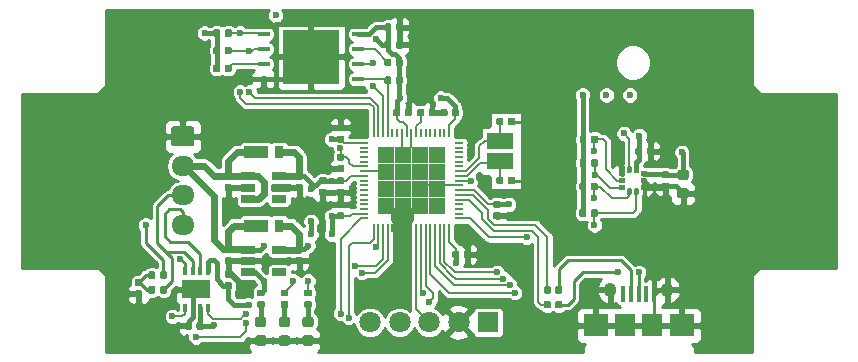
<source format=gtl>
G04 #@! TF.GenerationSoftware,KiCad,Pcbnew,(5.0.2)-1*
G04 #@! TF.CreationDate,2019-10-12T14:48:09+09:00*
G04 #@! TF.ProjectId,Barometer,4261726f-6d65-4746-9572-2e6b69636164,rev?*
G04 #@! TF.SameCoordinates,Original*
G04 #@! TF.FileFunction,Copper,L1,Top*
G04 #@! TF.FilePolarity,Positive*
%FSLAX46Y46*%
G04 Gerber Fmt 4.6, Leading zero omitted, Abs format (unit mm)*
G04 Created by KiCad (PCBNEW (5.0.2)-1) date 2019/10/12 14:48:09*
%MOMM*%
%LPD*%
G01*
G04 APERTURE LIST*
G04 #@! TA.AperFunction,Conductor*
%ADD10C,0.100000*%
G04 #@! TD*
G04 #@! TA.AperFunction,SMDPad,CuDef*
%ADD11C,0.590000*%
G04 #@! TD*
G04 #@! TA.AperFunction,SMDPad,CuDef*
%ADD12C,0.400000*%
G04 #@! TD*
G04 #@! TA.AperFunction,SMDPad,CuDef*
%ADD13C,0.875000*%
G04 #@! TD*
G04 #@! TA.AperFunction,SMDPad,CuDef*
%ADD14R,2.000000X1.100000*%
G04 #@! TD*
G04 #@! TA.AperFunction,SMDPad,CuDef*
%ADD15R,0.800000X1.100000*%
G04 #@! TD*
G04 #@! TA.AperFunction,ComponentPad*
%ADD16R,1.800000X1.800000*%
G04 #@! TD*
G04 #@! TA.AperFunction,ComponentPad*
%ADD17C,1.800000*%
G04 #@! TD*
G04 #@! TA.AperFunction,SMDPad,CuDef*
%ADD18R,0.400000X1.350000*%
G04 #@! TD*
G04 #@! TA.AperFunction,ComponentPad*
%ADD19O,1.050000X1.250000*%
G04 #@! TD*
G04 #@! TA.AperFunction,ComponentPad*
%ADD20R,2.100000X1.900000*%
G04 #@! TD*
G04 #@! TA.AperFunction,SMDPad,CuDef*
%ADD21R,1.800000X1.900000*%
G04 #@! TD*
G04 #@! TA.AperFunction,ComponentPad*
%ADD22C,1.700000*%
G04 #@! TD*
G04 #@! TA.AperFunction,ComponentPad*
%ADD23O,1.950000X1.700000*%
G04 #@! TD*
G04 #@! TA.AperFunction,SMDPad,CuDef*
%ADD24O,0.200000X0.800000*%
G04 #@! TD*
G04 #@! TA.AperFunction,SMDPad,CuDef*
%ADD25O,0.800000X0.200000*%
G04 #@! TD*
G04 #@! TA.AperFunction,SMDPad,CuDef*
%ADD26R,1.425000X1.425000*%
G04 #@! TD*
G04 #@! TA.AperFunction,ComponentPad*
%ADD27C,0.712500*%
G04 #@! TD*
G04 #@! TA.AperFunction,SMDPad,CuDef*
%ADD28R,0.350000X0.650000*%
G04 #@! TD*
G04 #@! TA.AperFunction,SMDPad,CuDef*
%ADD29R,2.400000X1.550000*%
G04 #@! TD*
G04 #@! TA.AperFunction,SMDPad,CuDef*
%ADD30R,1.220000X0.650000*%
G04 #@! TD*
G04 #@! TA.AperFunction,SMDPad,CuDef*
%ADD31R,2.200000X1.350000*%
G04 #@! TD*
G04 #@! TA.AperFunction,SMDPad,CuDef*
%ADD32R,1.000000X0.400000*%
G04 #@! TD*
G04 #@! TA.AperFunction,SMDPad,CuDef*
%ADD33R,4.700000X4.600000*%
G04 #@! TD*
G04 #@! TA.AperFunction,ViaPad*
%ADD34C,0.600000*%
G04 #@! TD*
G04 #@! TA.AperFunction,Conductor*
%ADD35C,0.600000*%
G04 #@! TD*
G04 #@! TA.AperFunction,Conductor*
%ADD36C,0.250000*%
G04 #@! TD*
G04 #@! TA.AperFunction,Conductor*
%ADD37C,0.400000*%
G04 #@! TD*
G04 #@! TA.AperFunction,Conductor*
%ADD38C,0.200000*%
G04 #@! TD*
G04 #@! TA.AperFunction,Conductor*
%ADD39C,0.254000*%
G04 #@! TD*
G04 APERTURE END LIST*
D10*
G04 #@! TO.N,+3V3*
G04 #@! TO.C,R16*
G36*
X163176958Y-92430710D02*
X163191276Y-92432834D01*
X163205317Y-92436351D01*
X163218946Y-92441228D01*
X163232031Y-92447417D01*
X163244447Y-92454858D01*
X163256073Y-92463481D01*
X163266798Y-92473202D01*
X163276519Y-92483927D01*
X163285142Y-92495553D01*
X163292583Y-92507969D01*
X163298772Y-92521054D01*
X163303649Y-92534683D01*
X163307166Y-92548724D01*
X163309290Y-92563042D01*
X163310000Y-92577500D01*
X163310000Y-92922500D01*
X163309290Y-92936958D01*
X163307166Y-92951276D01*
X163303649Y-92965317D01*
X163298772Y-92978946D01*
X163292583Y-92992031D01*
X163285142Y-93004447D01*
X163276519Y-93016073D01*
X163266798Y-93026798D01*
X163256073Y-93036519D01*
X163244447Y-93045142D01*
X163232031Y-93052583D01*
X163218946Y-93058772D01*
X163205317Y-93063649D01*
X163191276Y-93067166D01*
X163176958Y-93069290D01*
X163162500Y-93070000D01*
X162867500Y-93070000D01*
X162853042Y-93069290D01*
X162838724Y-93067166D01*
X162824683Y-93063649D01*
X162811054Y-93058772D01*
X162797969Y-93052583D01*
X162785553Y-93045142D01*
X162773927Y-93036519D01*
X162763202Y-93026798D01*
X162753481Y-93016073D01*
X162744858Y-93004447D01*
X162737417Y-92992031D01*
X162731228Y-92978946D01*
X162726351Y-92965317D01*
X162722834Y-92951276D01*
X162720710Y-92936958D01*
X162720000Y-92922500D01*
X162720000Y-92577500D01*
X162720710Y-92563042D01*
X162722834Y-92548724D01*
X162726351Y-92534683D01*
X162731228Y-92521054D01*
X162737417Y-92507969D01*
X162744858Y-92495553D01*
X162753481Y-92483927D01*
X162763202Y-92473202D01*
X162773927Y-92463481D01*
X162785553Y-92454858D01*
X162797969Y-92447417D01*
X162811054Y-92441228D01*
X162824683Y-92436351D01*
X162838724Y-92432834D01*
X162853042Y-92430710D01*
X162867500Y-92430000D01*
X163162500Y-92430000D01*
X163176958Y-92430710D01*
X163176958Y-92430710D01*
G37*
D11*
G04 #@! TD*
G04 #@! TO.P,R16,1*
G04 #@! TO.N,+3V3*
X163015000Y-92750000D03*
D10*
G04 #@! TO.N,/LPS_INT*
G04 #@! TO.C,R16*
G36*
X164146958Y-92430710D02*
X164161276Y-92432834D01*
X164175317Y-92436351D01*
X164188946Y-92441228D01*
X164202031Y-92447417D01*
X164214447Y-92454858D01*
X164226073Y-92463481D01*
X164236798Y-92473202D01*
X164246519Y-92483927D01*
X164255142Y-92495553D01*
X164262583Y-92507969D01*
X164268772Y-92521054D01*
X164273649Y-92534683D01*
X164277166Y-92548724D01*
X164279290Y-92563042D01*
X164280000Y-92577500D01*
X164280000Y-92922500D01*
X164279290Y-92936958D01*
X164277166Y-92951276D01*
X164273649Y-92965317D01*
X164268772Y-92978946D01*
X164262583Y-92992031D01*
X164255142Y-93004447D01*
X164246519Y-93016073D01*
X164236798Y-93026798D01*
X164226073Y-93036519D01*
X164214447Y-93045142D01*
X164202031Y-93052583D01*
X164188946Y-93058772D01*
X164175317Y-93063649D01*
X164161276Y-93067166D01*
X164146958Y-93069290D01*
X164132500Y-93070000D01*
X163837500Y-93070000D01*
X163823042Y-93069290D01*
X163808724Y-93067166D01*
X163794683Y-93063649D01*
X163781054Y-93058772D01*
X163767969Y-93052583D01*
X163755553Y-93045142D01*
X163743927Y-93036519D01*
X163733202Y-93026798D01*
X163723481Y-93016073D01*
X163714858Y-93004447D01*
X163707417Y-92992031D01*
X163701228Y-92978946D01*
X163696351Y-92965317D01*
X163692834Y-92951276D01*
X163690710Y-92936958D01*
X163690000Y-92922500D01*
X163690000Y-92577500D01*
X163690710Y-92563042D01*
X163692834Y-92548724D01*
X163696351Y-92534683D01*
X163701228Y-92521054D01*
X163707417Y-92507969D01*
X163714858Y-92495553D01*
X163723481Y-92483927D01*
X163733202Y-92473202D01*
X163743927Y-92463481D01*
X163755553Y-92454858D01*
X163767969Y-92447417D01*
X163781054Y-92441228D01*
X163794683Y-92436351D01*
X163808724Y-92432834D01*
X163823042Y-92430710D01*
X163837500Y-92430000D01*
X164132500Y-92430000D01*
X164146958Y-92430710D01*
X164146958Y-92430710D01*
G37*
D11*
G04 #@! TD*
G04 #@! TO.P,R16,2*
G04 #@! TO.N,/LPS_INT*
X163985000Y-92750000D03*
D10*
G04 #@! TO.N,+3V3*
G04 #@! TO.C,U4*
G36*
X167659802Y-88800482D02*
X167669509Y-88801921D01*
X167679028Y-88804306D01*
X167688268Y-88807612D01*
X167697140Y-88811808D01*
X167705557Y-88816853D01*
X167713439Y-88822699D01*
X167720711Y-88829289D01*
X167727301Y-88836561D01*
X167733147Y-88844443D01*
X167738192Y-88852860D01*
X167742388Y-88861732D01*
X167745694Y-88870972D01*
X167748079Y-88880491D01*
X167749518Y-88890198D01*
X167750000Y-88900000D01*
X167750000Y-89250000D01*
X167749518Y-89259802D01*
X167748079Y-89269509D01*
X167745694Y-89279028D01*
X167742388Y-89288268D01*
X167738192Y-89297140D01*
X167733147Y-89305557D01*
X167727301Y-89313439D01*
X167720711Y-89320711D01*
X167713439Y-89327301D01*
X167705557Y-89333147D01*
X167697140Y-89338192D01*
X167688268Y-89342388D01*
X167679028Y-89345694D01*
X167669509Y-89348079D01*
X167659802Y-89349518D01*
X167650000Y-89350000D01*
X167450000Y-89350000D01*
X167440198Y-89349518D01*
X167430491Y-89348079D01*
X167420972Y-89345694D01*
X167411732Y-89342388D01*
X167402860Y-89338192D01*
X167394443Y-89333147D01*
X167386561Y-89327301D01*
X167379289Y-89320711D01*
X167372699Y-89313439D01*
X167366853Y-89305557D01*
X167361808Y-89297140D01*
X167357612Y-89288268D01*
X167354306Y-89279028D01*
X167351921Y-89269509D01*
X167350482Y-89259802D01*
X167350000Y-89250000D01*
X167350000Y-88900000D01*
X167350482Y-88890198D01*
X167351921Y-88880491D01*
X167354306Y-88870972D01*
X167357612Y-88861732D01*
X167361808Y-88852860D01*
X167366853Y-88844443D01*
X167372699Y-88836561D01*
X167379289Y-88829289D01*
X167386561Y-88822699D01*
X167394443Y-88816853D01*
X167402860Y-88811808D01*
X167411732Y-88807612D01*
X167420972Y-88804306D01*
X167430491Y-88801921D01*
X167440198Y-88800482D01*
X167450000Y-88800000D01*
X167650000Y-88800000D01*
X167659802Y-88800482D01*
X167659802Y-88800482D01*
G37*
D12*
G04 #@! TD*
G04 #@! TO.P,U4,1*
G04 #@! TO.N,+3V3*
X167550000Y-89075000D03*
D10*
G04 #@! TO.N,/LPS_CLK*
G04 #@! TO.C,U4*
G36*
X167059802Y-88800482D02*
X167069509Y-88801921D01*
X167079028Y-88804306D01*
X167088268Y-88807612D01*
X167097140Y-88811808D01*
X167105557Y-88816853D01*
X167113439Y-88822699D01*
X167120711Y-88829289D01*
X167127301Y-88836561D01*
X167133147Y-88844443D01*
X167138192Y-88852860D01*
X167142388Y-88861732D01*
X167145694Y-88870972D01*
X167148079Y-88880491D01*
X167149518Y-88890198D01*
X167150000Y-88900000D01*
X167150000Y-89250000D01*
X167149518Y-89259802D01*
X167148079Y-89269509D01*
X167145694Y-89279028D01*
X167142388Y-89288268D01*
X167138192Y-89297140D01*
X167133147Y-89305557D01*
X167127301Y-89313439D01*
X167120711Y-89320711D01*
X167113439Y-89327301D01*
X167105557Y-89333147D01*
X167097140Y-89338192D01*
X167088268Y-89342388D01*
X167079028Y-89345694D01*
X167069509Y-89348079D01*
X167059802Y-89349518D01*
X167050000Y-89350000D01*
X166850000Y-89350000D01*
X166840198Y-89349518D01*
X166830491Y-89348079D01*
X166820972Y-89345694D01*
X166811732Y-89342388D01*
X166802860Y-89338192D01*
X166794443Y-89333147D01*
X166786561Y-89327301D01*
X166779289Y-89320711D01*
X166772699Y-89313439D01*
X166766853Y-89305557D01*
X166761808Y-89297140D01*
X166757612Y-89288268D01*
X166754306Y-89279028D01*
X166751921Y-89269509D01*
X166750482Y-89259802D01*
X166750000Y-89250000D01*
X166750000Y-88900000D01*
X166750482Y-88890198D01*
X166751921Y-88880491D01*
X166754306Y-88870972D01*
X166757612Y-88861732D01*
X166761808Y-88852860D01*
X166766853Y-88844443D01*
X166772699Y-88836561D01*
X166779289Y-88829289D01*
X166786561Y-88822699D01*
X166794443Y-88816853D01*
X166802860Y-88811808D01*
X166811732Y-88807612D01*
X166820972Y-88804306D01*
X166830491Y-88801921D01*
X166840198Y-88800482D01*
X166850000Y-88800000D01*
X167050000Y-88800000D01*
X167059802Y-88800482D01*
X167059802Y-88800482D01*
G37*
D12*
G04 #@! TD*
G04 #@! TO.P,U4,2*
G04 #@! TO.N,/LPS_CLK*
X166950000Y-89075000D03*
D10*
G04 #@! TO.N,GND*
G04 #@! TO.C,U4*
G36*
X166509802Y-89200482D02*
X166519509Y-89201921D01*
X166529028Y-89204306D01*
X166538268Y-89207612D01*
X166547140Y-89211808D01*
X166555557Y-89216853D01*
X166563439Y-89222699D01*
X166570711Y-89229289D01*
X166577301Y-89236561D01*
X166583147Y-89244443D01*
X166588192Y-89252860D01*
X166592388Y-89261732D01*
X166595694Y-89270972D01*
X166598079Y-89280491D01*
X166599518Y-89290198D01*
X166600000Y-89300000D01*
X166600000Y-89500000D01*
X166599518Y-89509802D01*
X166598079Y-89519509D01*
X166595694Y-89529028D01*
X166592388Y-89538268D01*
X166588192Y-89547140D01*
X166583147Y-89555557D01*
X166577301Y-89563439D01*
X166570711Y-89570711D01*
X166563439Y-89577301D01*
X166555557Y-89583147D01*
X166547140Y-89588192D01*
X166538268Y-89592388D01*
X166529028Y-89595694D01*
X166519509Y-89598079D01*
X166509802Y-89599518D01*
X166500000Y-89600000D01*
X166150000Y-89600000D01*
X166140198Y-89599518D01*
X166130491Y-89598079D01*
X166120972Y-89595694D01*
X166111732Y-89592388D01*
X166102860Y-89588192D01*
X166094443Y-89583147D01*
X166086561Y-89577301D01*
X166079289Y-89570711D01*
X166072699Y-89563439D01*
X166066853Y-89555557D01*
X166061808Y-89547140D01*
X166057612Y-89538268D01*
X166054306Y-89529028D01*
X166051921Y-89519509D01*
X166050482Y-89509802D01*
X166050000Y-89500000D01*
X166050000Y-89300000D01*
X166050482Y-89290198D01*
X166051921Y-89280491D01*
X166054306Y-89270972D01*
X166057612Y-89261732D01*
X166061808Y-89252860D01*
X166066853Y-89244443D01*
X166072699Y-89236561D01*
X166079289Y-89229289D01*
X166086561Y-89222699D01*
X166094443Y-89216853D01*
X166102860Y-89211808D01*
X166111732Y-89207612D01*
X166120972Y-89204306D01*
X166130491Y-89201921D01*
X166140198Y-89200482D01*
X166150000Y-89200000D01*
X166500000Y-89200000D01*
X166509802Y-89200482D01*
X166509802Y-89200482D01*
G37*
D12*
G04 #@! TD*
G04 #@! TO.P,U4,3*
G04 #@! TO.N,GND*
X166325000Y-89400000D03*
D10*
G04 #@! TO.N,/LPS_MOSI*
G04 #@! TO.C,U4*
G36*
X166509802Y-89800482D02*
X166519509Y-89801921D01*
X166529028Y-89804306D01*
X166538268Y-89807612D01*
X166547140Y-89811808D01*
X166555557Y-89816853D01*
X166563439Y-89822699D01*
X166570711Y-89829289D01*
X166577301Y-89836561D01*
X166583147Y-89844443D01*
X166588192Y-89852860D01*
X166592388Y-89861732D01*
X166595694Y-89870972D01*
X166598079Y-89880491D01*
X166599518Y-89890198D01*
X166600000Y-89900000D01*
X166600000Y-90100000D01*
X166599518Y-90109802D01*
X166598079Y-90119509D01*
X166595694Y-90129028D01*
X166592388Y-90138268D01*
X166588192Y-90147140D01*
X166583147Y-90155557D01*
X166577301Y-90163439D01*
X166570711Y-90170711D01*
X166563439Y-90177301D01*
X166555557Y-90183147D01*
X166547140Y-90188192D01*
X166538268Y-90192388D01*
X166529028Y-90195694D01*
X166519509Y-90198079D01*
X166509802Y-90199518D01*
X166500000Y-90200000D01*
X166150000Y-90200000D01*
X166140198Y-90199518D01*
X166130491Y-90198079D01*
X166120972Y-90195694D01*
X166111732Y-90192388D01*
X166102860Y-90188192D01*
X166094443Y-90183147D01*
X166086561Y-90177301D01*
X166079289Y-90170711D01*
X166072699Y-90163439D01*
X166066853Y-90155557D01*
X166061808Y-90147140D01*
X166057612Y-90138268D01*
X166054306Y-90129028D01*
X166051921Y-90119509D01*
X166050482Y-90109802D01*
X166050000Y-90100000D01*
X166050000Y-89900000D01*
X166050482Y-89890198D01*
X166051921Y-89880491D01*
X166054306Y-89870972D01*
X166057612Y-89861732D01*
X166061808Y-89852860D01*
X166066853Y-89844443D01*
X166072699Y-89836561D01*
X166079289Y-89829289D01*
X166086561Y-89822699D01*
X166094443Y-89816853D01*
X166102860Y-89811808D01*
X166111732Y-89807612D01*
X166120972Y-89804306D01*
X166130491Y-89801921D01*
X166140198Y-89800482D01*
X166150000Y-89800000D01*
X166500000Y-89800000D01*
X166509802Y-89800482D01*
X166509802Y-89800482D01*
G37*
D12*
G04 #@! TD*
G04 #@! TO.P,U4,4*
G04 #@! TO.N,/LPS_MOSI*
X166325000Y-90000000D03*
D10*
G04 #@! TO.N,/LPS_MISO*
G04 #@! TO.C,U4*
G36*
X166509802Y-90400482D02*
X166519509Y-90401921D01*
X166529028Y-90404306D01*
X166538268Y-90407612D01*
X166547140Y-90411808D01*
X166555557Y-90416853D01*
X166563439Y-90422699D01*
X166570711Y-90429289D01*
X166577301Y-90436561D01*
X166583147Y-90444443D01*
X166588192Y-90452860D01*
X166592388Y-90461732D01*
X166595694Y-90470972D01*
X166598079Y-90480491D01*
X166599518Y-90490198D01*
X166600000Y-90500000D01*
X166600000Y-90700000D01*
X166599518Y-90709802D01*
X166598079Y-90719509D01*
X166595694Y-90729028D01*
X166592388Y-90738268D01*
X166588192Y-90747140D01*
X166583147Y-90755557D01*
X166577301Y-90763439D01*
X166570711Y-90770711D01*
X166563439Y-90777301D01*
X166555557Y-90783147D01*
X166547140Y-90788192D01*
X166538268Y-90792388D01*
X166529028Y-90795694D01*
X166519509Y-90798079D01*
X166509802Y-90799518D01*
X166500000Y-90800000D01*
X166150000Y-90800000D01*
X166140198Y-90799518D01*
X166130491Y-90798079D01*
X166120972Y-90795694D01*
X166111732Y-90792388D01*
X166102860Y-90788192D01*
X166094443Y-90783147D01*
X166086561Y-90777301D01*
X166079289Y-90770711D01*
X166072699Y-90763439D01*
X166066853Y-90755557D01*
X166061808Y-90747140D01*
X166057612Y-90738268D01*
X166054306Y-90729028D01*
X166051921Y-90719509D01*
X166050482Y-90709802D01*
X166050000Y-90700000D01*
X166050000Y-90500000D01*
X166050482Y-90490198D01*
X166051921Y-90480491D01*
X166054306Y-90470972D01*
X166057612Y-90461732D01*
X166061808Y-90452860D01*
X166066853Y-90444443D01*
X166072699Y-90436561D01*
X166079289Y-90429289D01*
X166086561Y-90422699D01*
X166094443Y-90416853D01*
X166102860Y-90411808D01*
X166111732Y-90407612D01*
X166120972Y-90404306D01*
X166130491Y-90401921D01*
X166140198Y-90400482D01*
X166150000Y-90400000D01*
X166500000Y-90400000D01*
X166509802Y-90400482D01*
X166509802Y-90400482D01*
G37*
D12*
G04 #@! TD*
G04 #@! TO.P,U4,5*
G04 #@! TO.N,/LPS_MISO*
X166325000Y-90600000D03*
D10*
G04 #@! TO.N,/LPS_CS*
G04 #@! TO.C,U4*
G36*
X167059802Y-90650482D02*
X167069509Y-90651921D01*
X167079028Y-90654306D01*
X167088268Y-90657612D01*
X167097140Y-90661808D01*
X167105557Y-90666853D01*
X167113439Y-90672699D01*
X167120711Y-90679289D01*
X167127301Y-90686561D01*
X167133147Y-90694443D01*
X167138192Y-90702860D01*
X167142388Y-90711732D01*
X167145694Y-90720972D01*
X167148079Y-90730491D01*
X167149518Y-90740198D01*
X167150000Y-90750000D01*
X167150000Y-91100000D01*
X167149518Y-91109802D01*
X167148079Y-91119509D01*
X167145694Y-91129028D01*
X167142388Y-91138268D01*
X167138192Y-91147140D01*
X167133147Y-91155557D01*
X167127301Y-91163439D01*
X167120711Y-91170711D01*
X167113439Y-91177301D01*
X167105557Y-91183147D01*
X167097140Y-91188192D01*
X167088268Y-91192388D01*
X167079028Y-91195694D01*
X167069509Y-91198079D01*
X167059802Y-91199518D01*
X167050000Y-91200000D01*
X166850000Y-91200000D01*
X166840198Y-91199518D01*
X166830491Y-91198079D01*
X166820972Y-91195694D01*
X166811732Y-91192388D01*
X166802860Y-91188192D01*
X166794443Y-91183147D01*
X166786561Y-91177301D01*
X166779289Y-91170711D01*
X166772699Y-91163439D01*
X166766853Y-91155557D01*
X166761808Y-91147140D01*
X166757612Y-91138268D01*
X166754306Y-91129028D01*
X166751921Y-91119509D01*
X166750482Y-91109802D01*
X166750000Y-91100000D01*
X166750000Y-90750000D01*
X166750482Y-90740198D01*
X166751921Y-90730491D01*
X166754306Y-90720972D01*
X166757612Y-90711732D01*
X166761808Y-90702860D01*
X166766853Y-90694443D01*
X166772699Y-90686561D01*
X166779289Y-90679289D01*
X166786561Y-90672699D01*
X166794443Y-90666853D01*
X166802860Y-90661808D01*
X166811732Y-90657612D01*
X166820972Y-90654306D01*
X166830491Y-90651921D01*
X166840198Y-90650482D01*
X166850000Y-90650000D01*
X167050000Y-90650000D01*
X167059802Y-90650482D01*
X167059802Y-90650482D01*
G37*
D12*
G04 #@! TD*
G04 #@! TO.P,U4,6*
G04 #@! TO.N,/LPS_CS*
X166950000Y-90925000D03*
D10*
G04 #@! TO.N,/LPS_INT*
G04 #@! TO.C,U4*
G36*
X167659802Y-90650482D02*
X167669509Y-90651921D01*
X167679028Y-90654306D01*
X167688268Y-90657612D01*
X167697140Y-90661808D01*
X167705557Y-90666853D01*
X167713439Y-90672699D01*
X167720711Y-90679289D01*
X167727301Y-90686561D01*
X167733147Y-90694443D01*
X167738192Y-90702860D01*
X167742388Y-90711732D01*
X167745694Y-90720972D01*
X167748079Y-90730491D01*
X167749518Y-90740198D01*
X167750000Y-90750000D01*
X167750000Y-91100000D01*
X167749518Y-91109802D01*
X167748079Y-91119509D01*
X167745694Y-91129028D01*
X167742388Y-91138268D01*
X167738192Y-91147140D01*
X167733147Y-91155557D01*
X167727301Y-91163439D01*
X167720711Y-91170711D01*
X167713439Y-91177301D01*
X167705557Y-91183147D01*
X167697140Y-91188192D01*
X167688268Y-91192388D01*
X167679028Y-91195694D01*
X167669509Y-91198079D01*
X167659802Y-91199518D01*
X167650000Y-91200000D01*
X167450000Y-91200000D01*
X167440198Y-91199518D01*
X167430491Y-91198079D01*
X167420972Y-91195694D01*
X167411732Y-91192388D01*
X167402860Y-91188192D01*
X167394443Y-91183147D01*
X167386561Y-91177301D01*
X167379289Y-91170711D01*
X167372699Y-91163439D01*
X167366853Y-91155557D01*
X167361808Y-91147140D01*
X167357612Y-91138268D01*
X167354306Y-91129028D01*
X167351921Y-91119509D01*
X167350482Y-91109802D01*
X167350000Y-91100000D01*
X167350000Y-90750000D01*
X167350482Y-90740198D01*
X167351921Y-90730491D01*
X167354306Y-90720972D01*
X167357612Y-90711732D01*
X167361808Y-90702860D01*
X167366853Y-90694443D01*
X167372699Y-90686561D01*
X167379289Y-90679289D01*
X167386561Y-90672699D01*
X167394443Y-90666853D01*
X167402860Y-90661808D01*
X167411732Y-90657612D01*
X167420972Y-90654306D01*
X167430491Y-90651921D01*
X167440198Y-90650482D01*
X167450000Y-90650000D01*
X167650000Y-90650000D01*
X167659802Y-90650482D01*
X167659802Y-90650482D01*
G37*
D12*
G04 #@! TD*
G04 #@! TO.P,U4,7*
G04 #@! TO.N,/LPS_INT*
X167550000Y-90925000D03*
D10*
G04 #@! TO.N,GND*
G04 #@! TO.C,U4*
G36*
X168359802Y-90400482D02*
X168369509Y-90401921D01*
X168379028Y-90404306D01*
X168388268Y-90407612D01*
X168397140Y-90411808D01*
X168405557Y-90416853D01*
X168413439Y-90422699D01*
X168420711Y-90429289D01*
X168427301Y-90436561D01*
X168433147Y-90444443D01*
X168438192Y-90452860D01*
X168442388Y-90461732D01*
X168445694Y-90470972D01*
X168448079Y-90480491D01*
X168449518Y-90490198D01*
X168450000Y-90500000D01*
X168450000Y-90700000D01*
X168449518Y-90709802D01*
X168448079Y-90719509D01*
X168445694Y-90729028D01*
X168442388Y-90738268D01*
X168438192Y-90747140D01*
X168433147Y-90755557D01*
X168427301Y-90763439D01*
X168420711Y-90770711D01*
X168413439Y-90777301D01*
X168405557Y-90783147D01*
X168397140Y-90788192D01*
X168388268Y-90792388D01*
X168379028Y-90795694D01*
X168369509Y-90798079D01*
X168359802Y-90799518D01*
X168350000Y-90800000D01*
X168000000Y-90800000D01*
X167990198Y-90799518D01*
X167980491Y-90798079D01*
X167970972Y-90795694D01*
X167961732Y-90792388D01*
X167952860Y-90788192D01*
X167944443Y-90783147D01*
X167936561Y-90777301D01*
X167929289Y-90770711D01*
X167922699Y-90763439D01*
X167916853Y-90755557D01*
X167911808Y-90747140D01*
X167907612Y-90738268D01*
X167904306Y-90729028D01*
X167901921Y-90719509D01*
X167900482Y-90709802D01*
X167900000Y-90700000D01*
X167900000Y-90500000D01*
X167900482Y-90490198D01*
X167901921Y-90480491D01*
X167904306Y-90470972D01*
X167907612Y-90461732D01*
X167911808Y-90452860D01*
X167916853Y-90444443D01*
X167922699Y-90436561D01*
X167929289Y-90429289D01*
X167936561Y-90422699D01*
X167944443Y-90416853D01*
X167952860Y-90411808D01*
X167961732Y-90407612D01*
X167970972Y-90404306D01*
X167980491Y-90401921D01*
X167990198Y-90400482D01*
X168000000Y-90400000D01*
X168350000Y-90400000D01*
X168359802Y-90400482D01*
X168359802Y-90400482D01*
G37*
D12*
G04 #@! TD*
G04 #@! TO.P,U4,8*
G04 #@! TO.N,GND*
X168175000Y-90600000D03*
D10*
G04 #@! TO.N,GND*
G04 #@! TO.C,U4*
G36*
X168359802Y-89800482D02*
X168369509Y-89801921D01*
X168379028Y-89804306D01*
X168388268Y-89807612D01*
X168397140Y-89811808D01*
X168405557Y-89816853D01*
X168413439Y-89822699D01*
X168420711Y-89829289D01*
X168427301Y-89836561D01*
X168433147Y-89844443D01*
X168438192Y-89852860D01*
X168442388Y-89861732D01*
X168445694Y-89870972D01*
X168448079Y-89880491D01*
X168449518Y-89890198D01*
X168450000Y-89900000D01*
X168450000Y-90100000D01*
X168449518Y-90109802D01*
X168448079Y-90119509D01*
X168445694Y-90129028D01*
X168442388Y-90138268D01*
X168438192Y-90147140D01*
X168433147Y-90155557D01*
X168427301Y-90163439D01*
X168420711Y-90170711D01*
X168413439Y-90177301D01*
X168405557Y-90183147D01*
X168397140Y-90188192D01*
X168388268Y-90192388D01*
X168379028Y-90195694D01*
X168369509Y-90198079D01*
X168359802Y-90199518D01*
X168350000Y-90200000D01*
X168000000Y-90200000D01*
X167990198Y-90199518D01*
X167980491Y-90198079D01*
X167970972Y-90195694D01*
X167961732Y-90192388D01*
X167952860Y-90188192D01*
X167944443Y-90183147D01*
X167936561Y-90177301D01*
X167929289Y-90170711D01*
X167922699Y-90163439D01*
X167916853Y-90155557D01*
X167911808Y-90147140D01*
X167907612Y-90138268D01*
X167904306Y-90129028D01*
X167901921Y-90119509D01*
X167900482Y-90109802D01*
X167900000Y-90100000D01*
X167900000Y-89900000D01*
X167900482Y-89890198D01*
X167901921Y-89880491D01*
X167904306Y-89870972D01*
X167907612Y-89861732D01*
X167911808Y-89852860D01*
X167916853Y-89844443D01*
X167922699Y-89836561D01*
X167929289Y-89829289D01*
X167936561Y-89822699D01*
X167944443Y-89816853D01*
X167952860Y-89811808D01*
X167961732Y-89807612D01*
X167970972Y-89804306D01*
X167980491Y-89801921D01*
X167990198Y-89800482D01*
X168000000Y-89800000D01*
X168350000Y-89800000D01*
X168359802Y-89800482D01*
X168359802Y-89800482D01*
G37*
D12*
G04 #@! TD*
G04 #@! TO.P,U4,9*
G04 #@! TO.N,GND*
X168175000Y-90000000D03*
D10*
G04 #@! TO.N,+3V3*
G04 #@! TO.C,U4*
G36*
X168359802Y-89200482D02*
X168369509Y-89201921D01*
X168379028Y-89204306D01*
X168388268Y-89207612D01*
X168397140Y-89211808D01*
X168405557Y-89216853D01*
X168413439Y-89222699D01*
X168420711Y-89229289D01*
X168427301Y-89236561D01*
X168433147Y-89244443D01*
X168438192Y-89252860D01*
X168442388Y-89261732D01*
X168445694Y-89270972D01*
X168448079Y-89280491D01*
X168449518Y-89290198D01*
X168450000Y-89300000D01*
X168450000Y-89500000D01*
X168449518Y-89509802D01*
X168448079Y-89519509D01*
X168445694Y-89529028D01*
X168442388Y-89538268D01*
X168438192Y-89547140D01*
X168433147Y-89555557D01*
X168427301Y-89563439D01*
X168420711Y-89570711D01*
X168413439Y-89577301D01*
X168405557Y-89583147D01*
X168397140Y-89588192D01*
X168388268Y-89592388D01*
X168379028Y-89595694D01*
X168369509Y-89598079D01*
X168359802Y-89599518D01*
X168350000Y-89600000D01*
X168000000Y-89600000D01*
X167990198Y-89599518D01*
X167980491Y-89598079D01*
X167970972Y-89595694D01*
X167961732Y-89592388D01*
X167952860Y-89588192D01*
X167944443Y-89583147D01*
X167936561Y-89577301D01*
X167929289Y-89570711D01*
X167922699Y-89563439D01*
X167916853Y-89555557D01*
X167911808Y-89547140D01*
X167907612Y-89538268D01*
X167904306Y-89529028D01*
X167901921Y-89519509D01*
X167900482Y-89509802D01*
X167900000Y-89500000D01*
X167900000Y-89300000D01*
X167900482Y-89290198D01*
X167901921Y-89280491D01*
X167904306Y-89270972D01*
X167907612Y-89261732D01*
X167911808Y-89252860D01*
X167916853Y-89244443D01*
X167922699Y-89236561D01*
X167929289Y-89229289D01*
X167936561Y-89222699D01*
X167944443Y-89216853D01*
X167952860Y-89211808D01*
X167961732Y-89207612D01*
X167970972Y-89204306D01*
X167980491Y-89201921D01*
X167990198Y-89200482D01*
X168000000Y-89200000D01*
X168350000Y-89200000D01*
X168359802Y-89200482D01*
X168359802Y-89200482D01*
G37*
D12*
G04 #@! TD*
G04 #@! TO.P,U4,10*
G04 #@! TO.N,+3V3*
X168175000Y-89400000D03*
D10*
G04 #@! TO.N,+3V3*
G04 #@! TO.C,C30*
G36*
X167926958Y-87180710D02*
X167941276Y-87182834D01*
X167955317Y-87186351D01*
X167968946Y-87191228D01*
X167982031Y-87197417D01*
X167994447Y-87204858D01*
X168006073Y-87213481D01*
X168016798Y-87223202D01*
X168026519Y-87233927D01*
X168035142Y-87245553D01*
X168042583Y-87257969D01*
X168048772Y-87271054D01*
X168053649Y-87284683D01*
X168057166Y-87298724D01*
X168059290Y-87313042D01*
X168060000Y-87327500D01*
X168060000Y-87672500D01*
X168059290Y-87686958D01*
X168057166Y-87701276D01*
X168053649Y-87715317D01*
X168048772Y-87728946D01*
X168042583Y-87742031D01*
X168035142Y-87754447D01*
X168026519Y-87766073D01*
X168016798Y-87776798D01*
X168006073Y-87786519D01*
X167994447Y-87795142D01*
X167982031Y-87802583D01*
X167968946Y-87808772D01*
X167955317Y-87813649D01*
X167941276Y-87817166D01*
X167926958Y-87819290D01*
X167912500Y-87820000D01*
X167617500Y-87820000D01*
X167603042Y-87819290D01*
X167588724Y-87817166D01*
X167574683Y-87813649D01*
X167561054Y-87808772D01*
X167547969Y-87802583D01*
X167535553Y-87795142D01*
X167523927Y-87786519D01*
X167513202Y-87776798D01*
X167503481Y-87766073D01*
X167494858Y-87754447D01*
X167487417Y-87742031D01*
X167481228Y-87728946D01*
X167476351Y-87715317D01*
X167472834Y-87701276D01*
X167470710Y-87686958D01*
X167470000Y-87672500D01*
X167470000Y-87327500D01*
X167470710Y-87313042D01*
X167472834Y-87298724D01*
X167476351Y-87284683D01*
X167481228Y-87271054D01*
X167487417Y-87257969D01*
X167494858Y-87245553D01*
X167503481Y-87233927D01*
X167513202Y-87223202D01*
X167523927Y-87213481D01*
X167535553Y-87204858D01*
X167547969Y-87197417D01*
X167561054Y-87191228D01*
X167574683Y-87186351D01*
X167588724Y-87182834D01*
X167603042Y-87180710D01*
X167617500Y-87180000D01*
X167912500Y-87180000D01*
X167926958Y-87180710D01*
X167926958Y-87180710D01*
G37*
D11*
G04 #@! TD*
G04 #@! TO.P,C30,2*
G04 #@! TO.N,+3V3*
X167765000Y-87500000D03*
D10*
G04 #@! TO.N,GND*
G04 #@! TO.C,C30*
G36*
X168896958Y-87180710D02*
X168911276Y-87182834D01*
X168925317Y-87186351D01*
X168938946Y-87191228D01*
X168952031Y-87197417D01*
X168964447Y-87204858D01*
X168976073Y-87213481D01*
X168986798Y-87223202D01*
X168996519Y-87233927D01*
X169005142Y-87245553D01*
X169012583Y-87257969D01*
X169018772Y-87271054D01*
X169023649Y-87284683D01*
X169027166Y-87298724D01*
X169029290Y-87313042D01*
X169030000Y-87327500D01*
X169030000Y-87672500D01*
X169029290Y-87686958D01*
X169027166Y-87701276D01*
X169023649Y-87715317D01*
X169018772Y-87728946D01*
X169012583Y-87742031D01*
X169005142Y-87754447D01*
X168996519Y-87766073D01*
X168986798Y-87776798D01*
X168976073Y-87786519D01*
X168964447Y-87795142D01*
X168952031Y-87802583D01*
X168938946Y-87808772D01*
X168925317Y-87813649D01*
X168911276Y-87817166D01*
X168896958Y-87819290D01*
X168882500Y-87820000D01*
X168587500Y-87820000D01*
X168573042Y-87819290D01*
X168558724Y-87817166D01*
X168544683Y-87813649D01*
X168531054Y-87808772D01*
X168517969Y-87802583D01*
X168505553Y-87795142D01*
X168493927Y-87786519D01*
X168483202Y-87776798D01*
X168473481Y-87766073D01*
X168464858Y-87754447D01*
X168457417Y-87742031D01*
X168451228Y-87728946D01*
X168446351Y-87715317D01*
X168442834Y-87701276D01*
X168440710Y-87686958D01*
X168440000Y-87672500D01*
X168440000Y-87327500D01*
X168440710Y-87313042D01*
X168442834Y-87298724D01*
X168446351Y-87284683D01*
X168451228Y-87271054D01*
X168457417Y-87257969D01*
X168464858Y-87245553D01*
X168473481Y-87233927D01*
X168483202Y-87223202D01*
X168493927Y-87213481D01*
X168505553Y-87204858D01*
X168517969Y-87197417D01*
X168531054Y-87191228D01*
X168544683Y-87186351D01*
X168558724Y-87182834D01*
X168573042Y-87180710D01*
X168587500Y-87180000D01*
X168882500Y-87180000D01*
X168896958Y-87180710D01*
X168896958Y-87180710D01*
G37*
D11*
G04 #@! TD*
G04 #@! TO.P,C30,1*
G04 #@! TO.N,GND*
X168735000Y-87500000D03*
D10*
G04 #@! TO.N,Net-(R10-Pad2)*
G04 #@! TO.C,R10*
G36*
X146676958Y-79680710D02*
X146691276Y-79682834D01*
X146705317Y-79686351D01*
X146718946Y-79691228D01*
X146732031Y-79697417D01*
X146744447Y-79704858D01*
X146756073Y-79713481D01*
X146766798Y-79723202D01*
X146776519Y-79733927D01*
X146785142Y-79745553D01*
X146792583Y-79757969D01*
X146798772Y-79771054D01*
X146803649Y-79784683D01*
X146807166Y-79798724D01*
X146809290Y-79813042D01*
X146810000Y-79827500D01*
X146810000Y-80172500D01*
X146809290Y-80186958D01*
X146807166Y-80201276D01*
X146803649Y-80215317D01*
X146798772Y-80228946D01*
X146792583Y-80242031D01*
X146785142Y-80254447D01*
X146776519Y-80266073D01*
X146766798Y-80276798D01*
X146756073Y-80286519D01*
X146744447Y-80295142D01*
X146732031Y-80302583D01*
X146718946Y-80308772D01*
X146705317Y-80313649D01*
X146691276Y-80317166D01*
X146676958Y-80319290D01*
X146662500Y-80320000D01*
X146367500Y-80320000D01*
X146353042Y-80319290D01*
X146338724Y-80317166D01*
X146324683Y-80313649D01*
X146311054Y-80308772D01*
X146297969Y-80302583D01*
X146285553Y-80295142D01*
X146273927Y-80286519D01*
X146263202Y-80276798D01*
X146253481Y-80266073D01*
X146244858Y-80254447D01*
X146237417Y-80242031D01*
X146231228Y-80228946D01*
X146226351Y-80215317D01*
X146222834Y-80201276D01*
X146220710Y-80186958D01*
X146220000Y-80172500D01*
X146220000Y-79827500D01*
X146220710Y-79813042D01*
X146222834Y-79798724D01*
X146226351Y-79784683D01*
X146231228Y-79771054D01*
X146237417Y-79757969D01*
X146244858Y-79745553D01*
X146253481Y-79733927D01*
X146263202Y-79723202D01*
X146273927Y-79713481D01*
X146285553Y-79704858D01*
X146297969Y-79697417D01*
X146311054Y-79691228D01*
X146324683Y-79686351D01*
X146338724Y-79682834D01*
X146353042Y-79680710D01*
X146367500Y-79680000D01*
X146662500Y-79680000D01*
X146676958Y-79680710D01*
X146676958Y-79680710D01*
G37*
D11*
G04 #@! TD*
G04 #@! TO.P,R10,2*
G04 #@! TO.N,Net-(R10-Pad2)*
X146515000Y-80000000D03*
D10*
G04 #@! TO.N,+3V3*
G04 #@! TO.C,R10*
G36*
X147646958Y-79680710D02*
X147661276Y-79682834D01*
X147675317Y-79686351D01*
X147688946Y-79691228D01*
X147702031Y-79697417D01*
X147714447Y-79704858D01*
X147726073Y-79713481D01*
X147736798Y-79723202D01*
X147746519Y-79733927D01*
X147755142Y-79745553D01*
X147762583Y-79757969D01*
X147768772Y-79771054D01*
X147773649Y-79784683D01*
X147777166Y-79798724D01*
X147779290Y-79813042D01*
X147780000Y-79827500D01*
X147780000Y-80172500D01*
X147779290Y-80186958D01*
X147777166Y-80201276D01*
X147773649Y-80215317D01*
X147768772Y-80228946D01*
X147762583Y-80242031D01*
X147755142Y-80254447D01*
X147746519Y-80266073D01*
X147736798Y-80276798D01*
X147726073Y-80286519D01*
X147714447Y-80295142D01*
X147702031Y-80302583D01*
X147688946Y-80308772D01*
X147675317Y-80313649D01*
X147661276Y-80317166D01*
X147646958Y-80319290D01*
X147632500Y-80320000D01*
X147337500Y-80320000D01*
X147323042Y-80319290D01*
X147308724Y-80317166D01*
X147294683Y-80313649D01*
X147281054Y-80308772D01*
X147267969Y-80302583D01*
X147255553Y-80295142D01*
X147243927Y-80286519D01*
X147233202Y-80276798D01*
X147223481Y-80266073D01*
X147214858Y-80254447D01*
X147207417Y-80242031D01*
X147201228Y-80228946D01*
X147196351Y-80215317D01*
X147192834Y-80201276D01*
X147190710Y-80186958D01*
X147190000Y-80172500D01*
X147190000Y-79827500D01*
X147190710Y-79813042D01*
X147192834Y-79798724D01*
X147196351Y-79784683D01*
X147201228Y-79771054D01*
X147207417Y-79757969D01*
X147214858Y-79745553D01*
X147223481Y-79733927D01*
X147233202Y-79723202D01*
X147243927Y-79713481D01*
X147255553Y-79704858D01*
X147267969Y-79697417D01*
X147281054Y-79691228D01*
X147294683Y-79686351D01*
X147308724Y-79682834D01*
X147323042Y-79680710D01*
X147337500Y-79680000D01*
X147632500Y-79680000D01*
X147646958Y-79680710D01*
X147646958Y-79680710D01*
G37*
D11*
G04 #@! TD*
G04 #@! TO.P,R10,1*
G04 #@! TO.N,+3V3*
X147485000Y-80000000D03*
D10*
G04 #@! TO.N,+3V3*
G04 #@! TO.C,R9*
G36*
X132176958Y-80180710D02*
X132191276Y-80182834D01*
X132205317Y-80186351D01*
X132218946Y-80191228D01*
X132232031Y-80197417D01*
X132244447Y-80204858D01*
X132256073Y-80213481D01*
X132266798Y-80223202D01*
X132276519Y-80233927D01*
X132285142Y-80245553D01*
X132292583Y-80257969D01*
X132298772Y-80271054D01*
X132303649Y-80284683D01*
X132307166Y-80298724D01*
X132309290Y-80313042D01*
X132310000Y-80327500D01*
X132310000Y-80672500D01*
X132309290Y-80686958D01*
X132307166Y-80701276D01*
X132303649Y-80715317D01*
X132298772Y-80728946D01*
X132292583Y-80742031D01*
X132285142Y-80754447D01*
X132276519Y-80766073D01*
X132266798Y-80776798D01*
X132256073Y-80786519D01*
X132244447Y-80795142D01*
X132232031Y-80802583D01*
X132218946Y-80808772D01*
X132205317Y-80813649D01*
X132191276Y-80817166D01*
X132176958Y-80819290D01*
X132162500Y-80820000D01*
X131867500Y-80820000D01*
X131853042Y-80819290D01*
X131838724Y-80817166D01*
X131824683Y-80813649D01*
X131811054Y-80808772D01*
X131797969Y-80802583D01*
X131785553Y-80795142D01*
X131773927Y-80786519D01*
X131763202Y-80776798D01*
X131753481Y-80766073D01*
X131744858Y-80754447D01*
X131737417Y-80742031D01*
X131731228Y-80728946D01*
X131726351Y-80715317D01*
X131722834Y-80701276D01*
X131720710Y-80686958D01*
X131720000Y-80672500D01*
X131720000Y-80327500D01*
X131720710Y-80313042D01*
X131722834Y-80298724D01*
X131726351Y-80284683D01*
X131731228Y-80271054D01*
X131737417Y-80257969D01*
X131744858Y-80245553D01*
X131753481Y-80233927D01*
X131763202Y-80223202D01*
X131773927Y-80213481D01*
X131785553Y-80204858D01*
X131797969Y-80197417D01*
X131811054Y-80191228D01*
X131824683Y-80186351D01*
X131838724Y-80182834D01*
X131853042Y-80180710D01*
X131867500Y-80180000D01*
X132162500Y-80180000D01*
X132176958Y-80180710D01*
X132176958Y-80180710D01*
G37*
D11*
G04 #@! TD*
G04 #@! TO.P,R9,1*
G04 #@! TO.N,+3V3*
X132015000Y-80500000D03*
D10*
G04 #@! TO.N,Net-(R9-Pad2)*
G04 #@! TO.C,R9*
G36*
X133146958Y-80180710D02*
X133161276Y-80182834D01*
X133175317Y-80186351D01*
X133188946Y-80191228D01*
X133202031Y-80197417D01*
X133214447Y-80204858D01*
X133226073Y-80213481D01*
X133236798Y-80223202D01*
X133246519Y-80233927D01*
X133255142Y-80245553D01*
X133262583Y-80257969D01*
X133268772Y-80271054D01*
X133273649Y-80284683D01*
X133277166Y-80298724D01*
X133279290Y-80313042D01*
X133280000Y-80327500D01*
X133280000Y-80672500D01*
X133279290Y-80686958D01*
X133277166Y-80701276D01*
X133273649Y-80715317D01*
X133268772Y-80728946D01*
X133262583Y-80742031D01*
X133255142Y-80754447D01*
X133246519Y-80766073D01*
X133236798Y-80776798D01*
X133226073Y-80786519D01*
X133214447Y-80795142D01*
X133202031Y-80802583D01*
X133188946Y-80808772D01*
X133175317Y-80813649D01*
X133161276Y-80817166D01*
X133146958Y-80819290D01*
X133132500Y-80820000D01*
X132837500Y-80820000D01*
X132823042Y-80819290D01*
X132808724Y-80817166D01*
X132794683Y-80813649D01*
X132781054Y-80808772D01*
X132767969Y-80802583D01*
X132755553Y-80795142D01*
X132743927Y-80786519D01*
X132733202Y-80776798D01*
X132723481Y-80766073D01*
X132714858Y-80754447D01*
X132707417Y-80742031D01*
X132701228Y-80728946D01*
X132696351Y-80715317D01*
X132692834Y-80701276D01*
X132690710Y-80686958D01*
X132690000Y-80672500D01*
X132690000Y-80327500D01*
X132690710Y-80313042D01*
X132692834Y-80298724D01*
X132696351Y-80284683D01*
X132701228Y-80271054D01*
X132707417Y-80257969D01*
X132714858Y-80245553D01*
X132723481Y-80233927D01*
X132733202Y-80223202D01*
X132743927Y-80213481D01*
X132755553Y-80204858D01*
X132767969Y-80197417D01*
X132781054Y-80191228D01*
X132794683Y-80186351D01*
X132808724Y-80182834D01*
X132823042Y-80180710D01*
X132837500Y-80180000D01*
X133132500Y-80180000D01*
X133146958Y-80180710D01*
X133146958Y-80180710D01*
G37*
D11*
G04 #@! TD*
G04 #@! TO.P,R9,2*
G04 #@! TO.N,Net-(R9-Pad2)*
X132985000Y-80500000D03*
D10*
G04 #@! TO.N,+3V3*
G04 #@! TO.C,R8*
G36*
X132176958Y-77180710D02*
X132191276Y-77182834D01*
X132205317Y-77186351D01*
X132218946Y-77191228D01*
X132232031Y-77197417D01*
X132244447Y-77204858D01*
X132256073Y-77213481D01*
X132266798Y-77223202D01*
X132276519Y-77233927D01*
X132285142Y-77245553D01*
X132292583Y-77257969D01*
X132298772Y-77271054D01*
X132303649Y-77284683D01*
X132307166Y-77298724D01*
X132309290Y-77313042D01*
X132310000Y-77327500D01*
X132310000Y-77672500D01*
X132309290Y-77686958D01*
X132307166Y-77701276D01*
X132303649Y-77715317D01*
X132298772Y-77728946D01*
X132292583Y-77742031D01*
X132285142Y-77754447D01*
X132276519Y-77766073D01*
X132266798Y-77776798D01*
X132256073Y-77786519D01*
X132244447Y-77795142D01*
X132232031Y-77802583D01*
X132218946Y-77808772D01*
X132205317Y-77813649D01*
X132191276Y-77817166D01*
X132176958Y-77819290D01*
X132162500Y-77820000D01*
X131867500Y-77820000D01*
X131853042Y-77819290D01*
X131838724Y-77817166D01*
X131824683Y-77813649D01*
X131811054Y-77808772D01*
X131797969Y-77802583D01*
X131785553Y-77795142D01*
X131773927Y-77786519D01*
X131763202Y-77776798D01*
X131753481Y-77766073D01*
X131744858Y-77754447D01*
X131737417Y-77742031D01*
X131731228Y-77728946D01*
X131726351Y-77715317D01*
X131722834Y-77701276D01*
X131720710Y-77686958D01*
X131720000Y-77672500D01*
X131720000Y-77327500D01*
X131720710Y-77313042D01*
X131722834Y-77298724D01*
X131726351Y-77284683D01*
X131731228Y-77271054D01*
X131737417Y-77257969D01*
X131744858Y-77245553D01*
X131753481Y-77233927D01*
X131763202Y-77223202D01*
X131773927Y-77213481D01*
X131785553Y-77204858D01*
X131797969Y-77197417D01*
X131811054Y-77191228D01*
X131824683Y-77186351D01*
X131838724Y-77182834D01*
X131853042Y-77180710D01*
X131867500Y-77180000D01*
X132162500Y-77180000D01*
X132176958Y-77180710D01*
X132176958Y-77180710D01*
G37*
D11*
G04 #@! TD*
G04 #@! TO.P,R8,1*
G04 #@! TO.N,+3V3*
X132015000Y-77500000D03*
D10*
G04 #@! TO.N,/Flash_CS*
G04 #@! TO.C,R8*
G36*
X133146958Y-77180710D02*
X133161276Y-77182834D01*
X133175317Y-77186351D01*
X133188946Y-77191228D01*
X133202031Y-77197417D01*
X133214447Y-77204858D01*
X133226073Y-77213481D01*
X133236798Y-77223202D01*
X133246519Y-77233927D01*
X133255142Y-77245553D01*
X133262583Y-77257969D01*
X133268772Y-77271054D01*
X133273649Y-77284683D01*
X133277166Y-77298724D01*
X133279290Y-77313042D01*
X133280000Y-77327500D01*
X133280000Y-77672500D01*
X133279290Y-77686958D01*
X133277166Y-77701276D01*
X133273649Y-77715317D01*
X133268772Y-77728946D01*
X133262583Y-77742031D01*
X133255142Y-77754447D01*
X133246519Y-77766073D01*
X133236798Y-77776798D01*
X133226073Y-77786519D01*
X133214447Y-77795142D01*
X133202031Y-77802583D01*
X133188946Y-77808772D01*
X133175317Y-77813649D01*
X133161276Y-77817166D01*
X133146958Y-77819290D01*
X133132500Y-77820000D01*
X132837500Y-77820000D01*
X132823042Y-77819290D01*
X132808724Y-77817166D01*
X132794683Y-77813649D01*
X132781054Y-77808772D01*
X132767969Y-77802583D01*
X132755553Y-77795142D01*
X132743927Y-77786519D01*
X132733202Y-77776798D01*
X132723481Y-77766073D01*
X132714858Y-77754447D01*
X132707417Y-77742031D01*
X132701228Y-77728946D01*
X132696351Y-77715317D01*
X132692834Y-77701276D01*
X132690710Y-77686958D01*
X132690000Y-77672500D01*
X132690000Y-77327500D01*
X132690710Y-77313042D01*
X132692834Y-77298724D01*
X132696351Y-77284683D01*
X132701228Y-77271054D01*
X132707417Y-77257969D01*
X132714858Y-77245553D01*
X132723481Y-77233927D01*
X132733202Y-77223202D01*
X132743927Y-77213481D01*
X132755553Y-77204858D01*
X132767969Y-77197417D01*
X132781054Y-77191228D01*
X132794683Y-77186351D01*
X132808724Y-77182834D01*
X132823042Y-77180710D01*
X132837500Y-77180000D01*
X133132500Y-77180000D01*
X133146958Y-77180710D01*
X133146958Y-77180710D01*
G37*
D11*
G04 #@! TD*
G04 #@! TO.P,R8,2*
G04 #@! TO.N,/Flash_CS*
X132985000Y-77500000D03*
D10*
G04 #@! TO.N,+3V3*
G04 #@! TO.C,R6*
G36*
X132176958Y-78680710D02*
X132191276Y-78682834D01*
X132205317Y-78686351D01*
X132218946Y-78691228D01*
X132232031Y-78697417D01*
X132244447Y-78704858D01*
X132256073Y-78713481D01*
X132266798Y-78723202D01*
X132276519Y-78733927D01*
X132285142Y-78745553D01*
X132292583Y-78757969D01*
X132298772Y-78771054D01*
X132303649Y-78784683D01*
X132307166Y-78798724D01*
X132309290Y-78813042D01*
X132310000Y-78827500D01*
X132310000Y-79172500D01*
X132309290Y-79186958D01*
X132307166Y-79201276D01*
X132303649Y-79215317D01*
X132298772Y-79228946D01*
X132292583Y-79242031D01*
X132285142Y-79254447D01*
X132276519Y-79266073D01*
X132266798Y-79276798D01*
X132256073Y-79286519D01*
X132244447Y-79295142D01*
X132232031Y-79302583D01*
X132218946Y-79308772D01*
X132205317Y-79313649D01*
X132191276Y-79317166D01*
X132176958Y-79319290D01*
X132162500Y-79320000D01*
X131867500Y-79320000D01*
X131853042Y-79319290D01*
X131838724Y-79317166D01*
X131824683Y-79313649D01*
X131811054Y-79308772D01*
X131797969Y-79302583D01*
X131785553Y-79295142D01*
X131773927Y-79286519D01*
X131763202Y-79276798D01*
X131753481Y-79266073D01*
X131744858Y-79254447D01*
X131737417Y-79242031D01*
X131731228Y-79228946D01*
X131726351Y-79215317D01*
X131722834Y-79201276D01*
X131720710Y-79186958D01*
X131720000Y-79172500D01*
X131720000Y-78827500D01*
X131720710Y-78813042D01*
X131722834Y-78798724D01*
X131726351Y-78784683D01*
X131731228Y-78771054D01*
X131737417Y-78757969D01*
X131744858Y-78745553D01*
X131753481Y-78733927D01*
X131763202Y-78723202D01*
X131773927Y-78713481D01*
X131785553Y-78704858D01*
X131797969Y-78697417D01*
X131811054Y-78691228D01*
X131824683Y-78686351D01*
X131838724Y-78682834D01*
X131853042Y-78680710D01*
X131867500Y-78680000D01*
X132162500Y-78680000D01*
X132176958Y-78680710D01*
X132176958Y-78680710D01*
G37*
D11*
G04 #@! TD*
G04 #@! TO.P,R6,1*
G04 #@! TO.N,+3V3*
X132015000Y-79000000D03*
D10*
G04 #@! TO.N,/Flash_MISO*
G04 #@! TO.C,R6*
G36*
X133146958Y-78680710D02*
X133161276Y-78682834D01*
X133175317Y-78686351D01*
X133188946Y-78691228D01*
X133202031Y-78697417D01*
X133214447Y-78704858D01*
X133226073Y-78713481D01*
X133236798Y-78723202D01*
X133246519Y-78733927D01*
X133255142Y-78745553D01*
X133262583Y-78757969D01*
X133268772Y-78771054D01*
X133273649Y-78784683D01*
X133277166Y-78798724D01*
X133279290Y-78813042D01*
X133280000Y-78827500D01*
X133280000Y-79172500D01*
X133279290Y-79186958D01*
X133277166Y-79201276D01*
X133273649Y-79215317D01*
X133268772Y-79228946D01*
X133262583Y-79242031D01*
X133255142Y-79254447D01*
X133246519Y-79266073D01*
X133236798Y-79276798D01*
X133226073Y-79286519D01*
X133214447Y-79295142D01*
X133202031Y-79302583D01*
X133188946Y-79308772D01*
X133175317Y-79313649D01*
X133161276Y-79317166D01*
X133146958Y-79319290D01*
X133132500Y-79320000D01*
X132837500Y-79320000D01*
X132823042Y-79319290D01*
X132808724Y-79317166D01*
X132794683Y-79313649D01*
X132781054Y-79308772D01*
X132767969Y-79302583D01*
X132755553Y-79295142D01*
X132743927Y-79286519D01*
X132733202Y-79276798D01*
X132723481Y-79266073D01*
X132714858Y-79254447D01*
X132707417Y-79242031D01*
X132701228Y-79228946D01*
X132696351Y-79215317D01*
X132692834Y-79201276D01*
X132690710Y-79186958D01*
X132690000Y-79172500D01*
X132690000Y-78827500D01*
X132690710Y-78813042D01*
X132692834Y-78798724D01*
X132696351Y-78784683D01*
X132701228Y-78771054D01*
X132707417Y-78757969D01*
X132714858Y-78745553D01*
X132723481Y-78733927D01*
X132733202Y-78723202D01*
X132743927Y-78713481D01*
X132755553Y-78704858D01*
X132767969Y-78697417D01*
X132781054Y-78691228D01*
X132794683Y-78686351D01*
X132808724Y-78682834D01*
X132823042Y-78680710D01*
X132837500Y-78680000D01*
X133132500Y-78680000D01*
X133146958Y-78680710D01*
X133146958Y-78680710D01*
G37*
D11*
G04 #@! TD*
G04 #@! TO.P,R6,2*
G04 #@! TO.N,/Flash_MISO*
X132985000Y-79000000D03*
D10*
G04 #@! TO.N,/Flash_MOSI*
G04 #@! TO.C,R7*
G36*
X146676958Y-81180710D02*
X146691276Y-81182834D01*
X146705317Y-81186351D01*
X146718946Y-81191228D01*
X146732031Y-81197417D01*
X146744447Y-81204858D01*
X146756073Y-81213481D01*
X146766798Y-81223202D01*
X146776519Y-81233927D01*
X146785142Y-81245553D01*
X146792583Y-81257969D01*
X146798772Y-81271054D01*
X146803649Y-81284683D01*
X146807166Y-81298724D01*
X146809290Y-81313042D01*
X146810000Y-81327500D01*
X146810000Y-81672500D01*
X146809290Y-81686958D01*
X146807166Y-81701276D01*
X146803649Y-81715317D01*
X146798772Y-81728946D01*
X146792583Y-81742031D01*
X146785142Y-81754447D01*
X146776519Y-81766073D01*
X146766798Y-81776798D01*
X146756073Y-81786519D01*
X146744447Y-81795142D01*
X146732031Y-81802583D01*
X146718946Y-81808772D01*
X146705317Y-81813649D01*
X146691276Y-81817166D01*
X146676958Y-81819290D01*
X146662500Y-81820000D01*
X146367500Y-81820000D01*
X146353042Y-81819290D01*
X146338724Y-81817166D01*
X146324683Y-81813649D01*
X146311054Y-81808772D01*
X146297969Y-81802583D01*
X146285553Y-81795142D01*
X146273927Y-81786519D01*
X146263202Y-81776798D01*
X146253481Y-81766073D01*
X146244858Y-81754447D01*
X146237417Y-81742031D01*
X146231228Y-81728946D01*
X146226351Y-81715317D01*
X146222834Y-81701276D01*
X146220710Y-81686958D01*
X146220000Y-81672500D01*
X146220000Y-81327500D01*
X146220710Y-81313042D01*
X146222834Y-81298724D01*
X146226351Y-81284683D01*
X146231228Y-81271054D01*
X146237417Y-81257969D01*
X146244858Y-81245553D01*
X146253481Y-81233927D01*
X146263202Y-81223202D01*
X146273927Y-81213481D01*
X146285553Y-81204858D01*
X146297969Y-81197417D01*
X146311054Y-81191228D01*
X146324683Y-81186351D01*
X146338724Y-81182834D01*
X146353042Y-81180710D01*
X146367500Y-81180000D01*
X146662500Y-81180000D01*
X146676958Y-81180710D01*
X146676958Y-81180710D01*
G37*
D11*
G04 #@! TD*
G04 #@! TO.P,R7,2*
G04 #@! TO.N,/Flash_MOSI*
X146515000Y-81500000D03*
D10*
G04 #@! TO.N,+3V3*
G04 #@! TO.C,R7*
G36*
X147646958Y-81180710D02*
X147661276Y-81182834D01*
X147675317Y-81186351D01*
X147688946Y-81191228D01*
X147702031Y-81197417D01*
X147714447Y-81204858D01*
X147726073Y-81213481D01*
X147736798Y-81223202D01*
X147746519Y-81233927D01*
X147755142Y-81245553D01*
X147762583Y-81257969D01*
X147768772Y-81271054D01*
X147773649Y-81284683D01*
X147777166Y-81298724D01*
X147779290Y-81313042D01*
X147780000Y-81327500D01*
X147780000Y-81672500D01*
X147779290Y-81686958D01*
X147777166Y-81701276D01*
X147773649Y-81715317D01*
X147768772Y-81728946D01*
X147762583Y-81742031D01*
X147755142Y-81754447D01*
X147746519Y-81766073D01*
X147736798Y-81776798D01*
X147726073Y-81786519D01*
X147714447Y-81795142D01*
X147702031Y-81802583D01*
X147688946Y-81808772D01*
X147675317Y-81813649D01*
X147661276Y-81817166D01*
X147646958Y-81819290D01*
X147632500Y-81820000D01*
X147337500Y-81820000D01*
X147323042Y-81819290D01*
X147308724Y-81817166D01*
X147294683Y-81813649D01*
X147281054Y-81808772D01*
X147267969Y-81802583D01*
X147255553Y-81795142D01*
X147243927Y-81786519D01*
X147233202Y-81776798D01*
X147223481Y-81766073D01*
X147214858Y-81754447D01*
X147207417Y-81742031D01*
X147201228Y-81728946D01*
X147196351Y-81715317D01*
X147192834Y-81701276D01*
X147190710Y-81686958D01*
X147190000Y-81672500D01*
X147190000Y-81327500D01*
X147190710Y-81313042D01*
X147192834Y-81298724D01*
X147196351Y-81284683D01*
X147201228Y-81271054D01*
X147207417Y-81257969D01*
X147214858Y-81245553D01*
X147223481Y-81233927D01*
X147233202Y-81223202D01*
X147243927Y-81213481D01*
X147255553Y-81204858D01*
X147267969Y-81197417D01*
X147281054Y-81191228D01*
X147294683Y-81186351D01*
X147308724Y-81182834D01*
X147323042Y-81180710D01*
X147337500Y-81180000D01*
X147632500Y-81180000D01*
X147646958Y-81180710D01*
X147646958Y-81180710D01*
G37*
D11*
G04 #@! TD*
G04 #@! TO.P,R7,1*
G04 #@! TO.N,+3V3*
X147485000Y-81500000D03*
D10*
G04 #@! TO.N,/USB+*
G04 #@! TO.C,R4*
G36*
X160176958Y-100180710D02*
X160191276Y-100182834D01*
X160205317Y-100186351D01*
X160218946Y-100191228D01*
X160232031Y-100197417D01*
X160244447Y-100204858D01*
X160256073Y-100213481D01*
X160266798Y-100223202D01*
X160276519Y-100233927D01*
X160285142Y-100245553D01*
X160292583Y-100257969D01*
X160298772Y-100271054D01*
X160303649Y-100284683D01*
X160307166Y-100298724D01*
X160309290Y-100313042D01*
X160310000Y-100327500D01*
X160310000Y-100672500D01*
X160309290Y-100686958D01*
X160307166Y-100701276D01*
X160303649Y-100715317D01*
X160298772Y-100728946D01*
X160292583Y-100742031D01*
X160285142Y-100754447D01*
X160276519Y-100766073D01*
X160266798Y-100776798D01*
X160256073Y-100786519D01*
X160244447Y-100795142D01*
X160232031Y-100802583D01*
X160218946Y-100808772D01*
X160205317Y-100813649D01*
X160191276Y-100817166D01*
X160176958Y-100819290D01*
X160162500Y-100820000D01*
X159867500Y-100820000D01*
X159853042Y-100819290D01*
X159838724Y-100817166D01*
X159824683Y-100813649D01*
X159811054Y-100808772D01*
X159797969Y-100802583D01*
X159785553Y-100795142D01*
X159773927Y-100786519D01*
X159763202Y-100776798D01*
X159753481Y-100766073D01*
X159744858Y-100754447D01*
X159737417Y-100742031D01*
X159731228Y-100728946D01*
X159726351Y-100715317D01*
X159722834Y-100701276D01*
X159720710Y-100686958D01*
X159720000Y-100672500D01*
X159720000Y-100327500D01*
X159720710Y-100313042D01*
X159722834Y-100298724D01*
X159726351Y-100284683D01*
X159731228Y-100271054D01*
X159737417Y-100257969D01*
X159744858Y-100245553D01*
X159753481Y-100233927D01*
X159763202Y-100223202D01*
X159773927Y-100213481D01*
X159785553Y-100204858D01*
X159797969Y-100197417D01*
X159811054Y-100191228D01*
X159824683Y-100186351D01*
X159838724Y-100182834D01*
X159853042Y-100180710D01*
X159867500Y-100180000D01*
X160162500Y-100180000D01*
X160176958Y-100180710D01*
X160176958Y-100180710D01*
G37*
D11*
G04 #@! TD*
G04 #@! TO.P,R4,2*
G04 #@! TO.N,/USB+*
X160015000Y-100500000D03*
D10*
G04 #@! TO.N,Net-(J3-Pad3)*
G04 #@! TO.C,R4*
G36*
X161146958Y-100180710D02*
X161161276Y-100182834D01*
X161175317Y-100186351D01*
X161188946Y-100191228D01*
X161202031Y-100197417D01*
X161214447Y-100204858D01*
X161226073Y-100213481D01*
X161236798Y-100223202D01*
X161246519Y-100233927D01*
X161255142Y-100245553D01*
X161262583Y-100257969D01*
X161268772Y-100271054D01*
X161273649Y-100284683D01*
X161277166Y-100298724D01*
X161279290Y-100313042D01*
X161280000Y-100327500D01*
X161280000Y-100672500D01*
X161279290Y-100686958D01*
X161277166Y-100701276D01*
X161273649Y-100715317D01*
X161268772Y-100728946D01*
X161262583Y-100742031D01*
X161255142Y-100754447D01*
X161246519Y-100766073D01*
X161236798Y-100776798D01*
X161226073Y-100786519D01*
X161214447Y-100795142D01*
X161202031Y-100802583D01*
X161188946Y-100808772D01*
X161175317Y-100813649D01*
X161161276Y-100817166D01*
X161146958Y-100819290D01*
X161132500Y-100820000D01*
X160837500Y-100820000D01*
X160823042Y-100819290D01*
X160808724Y-100817166D01*
X160794683Y-100813649D01*
X160781054Y-100808772D01*
X160767969Y-100802583D01*
X160755553Y-100795142D01*
X160743927Y-100786519D01*
X160733202Y-100776798D01*
X160723481Y-100766073D01*
X160714858Y-100754447D01*
X160707417Y-100742031D01*
X160701228Y-100728946D01*
X160696351Y-100715317D01*
X160692834Y-100701276D01*
X160690710Y-100686958D01*
X160690000Y-100672500D01*
X160690000Y-100327500D01*
X160690710Y-100313042D01*
X160692834Y-100298724D01*
X160696351Y-100284683D01*
X160701228Y-100271054D01*
X160707417Y-100257969D01*
X160714858Y-100245553D01*
X160723481Y-100233927D01*
X160733202Y-100223202D01*
X160743927Y-100213481D01*
X160755553Y-100204858D01*
X160767969Y-100197417D01*
X160781054Y-100191228D01*
X160794683Y-100186351D01*
X160808724Y-100182834D01*
X160823042Y-100180710D01*
X160837500Y-100180000D01*
X161132500Y-100180000D01*
X161146958Y-100180710D01*
X161146958Y-100180710D01*
G37*
D11*
G04 #@! TD*
G04 #@! TO.P,R4,1*
G04 #@! TO.N,Net-(J3-Pad3)*
X160985000Y-100500000D03*
D10*
G04 #@! TO.N,GND*
G04 #@! TO.C,C1*
G36*
X141186958Y-90675710D02*
X141201276Y-90677834D01*
X141215317Y-90681351D01*
X141228946Y-90686228D01*
X141242031Y-90692417D01*
X141254447Y-90699858D01*
X141266073Y-90708481D01*
X141276798Y-90718202D01*
X141286519Y-90728927D01*
X141295142Y-90740553D01*
X141302583Y-90752969D01*
X141308772Y-90766054D01*
X141313649Y-90779683D01*
X141317166Y-90793724D01*
X141319290Y-90808042D01*
X141320000Y-90822500D01*
X141320000Y-91117500D01*
X141319290Y-91131958D01*
X141317166Y-91146276D01*
X141313649Y-91160317D01*
X141308772Y-91173946D01*
X141302583Y-91187031D01*
X141295142Y-91199447D01*
X141286519Y-91211073D01*
X141276798Y-91221798D01*
X141266073Y-91231519D01*
X141254447Y-91240142D01*
X141242031Y-91247583D01*
X141228946Y-91253772D01*
X141215317Y-91258649D01*
X141201276Y-91262166D01*
X141186958Y-91264290D01*
X141172500Y-91265000D01*
X140827500Y-91265000D01*
X140813042Y-91264290D01*
X140798724Y-91262166D01*
X140784683Y-91258649D01*
X140771054Y-91253772D01*
X140757969Y-91247583D01*
X140745553Y-91240142D01*
X140733927Y-91231519D01*
X140723202Y-91221798D01*
X140713481Y-91211073D01*
X140704858Y-91199447D01*
X140697417Y-91187031D01*
X140691228Y-91173946D01*
X140686351Y-91160317D01*
X140682834Y-91146276D01*
X140680710Y-91131958D01*
X140680000Y-91117500D01*
X140680000Y-90822500D01*
X140680710Y-90808042D01*
X140682834Y-90793724D01*
X140686351Y-90779683D01*
X140691228Y-90766054D01*
X140697417Y-90752969D01*
X140704858Y-90740553D01*
X140713481Y-90728927D01*
X140723202Y-90718202D01*
X140733927Y-90708481D01*
X140745553Y-90699858D01*
X140757969Y-90692417D01*
X140771054Y-90686228D01*
X140784683Y-90681351D01*
X140798724Y-90677834D01*
X140813042Y-90675710D01*
X140827500Y-90675000D01*
X141172500Y-90675000D01*
X141186958Y-90675710D01*
X141186958Y-90675710D01*
G37*
D11*
G04 #@! TD*
G04 #@! TO.P,C1,2*
G04 #@! TO.N,GND*
X141000000Y-90970000D03*
D10*
G04 #@! TO.N,+3V3*
G04 #@! TO.C,C1*
G36*
X141186958Y-89705710D02*
X141201276Y-89707834D01*
X141215317Y-89711351D01*
X141228946Y-89716228D01*
X141242031Y-89722417D01*
X141254447Y-89729858D01*
X141266073Y-89738481D01*
X141276798Y-89748202D01*
X141286519Y-89758927D01*
X141295142Y-89770553D01*
X141302583Y-89782969D01*
X141308772Y-89796054D01*
X141313649Y-89809683D01*
X141317166Y-89823724D01*
X141319290Y-89838042D01*
X141320000Y-89852500D01*
X141320000Y-90147500D01*
X141319290Y-90161958D01*
X141317166Y-90176276D01*
X141313649Y-90190317D01*
X141308772Y-90203946D01*
X141302583Y-90217031D01*
X141295142Y-90229447D01*
X141286519Y-90241073D01*
X141276798Y-90251798D01*
X141266073Y-90261519D01*
X141254447Y-90270142D01*
X141242031Y-90277583D01*
X141228946Y-90283772D01*
X141215317Y-90288649D01*
X141201276Y-90292166D01*
X141186958Y-90294290D01*
X141172500Y-90295000D01*
X140827500Y-90295000D01*
X140813042Y-90294290D01*
X140798724Y-90292166D01*
X140784683Y-90288649D01*
X140771054Y-90283772D01*
X140757969Y-90277583D01*
X140745553Y-90270142D01*
X140733927Y-90261519D01*
X140723202Y-90251798D01*
X140713481Y-90241073D01*
X140704858Y-90229447D01*
X140697417Y-90217031D01*
X140691228Y-90203946D01*
X140686351Y-90190317D01*
X140682834Y-90176276D01*
X140680710Y-90161958D01*
X140680000Y-90147500D01*
X140680000Y-89852500D01*
X140680710Y-89838042D01*
X140682834Y-89823724D01*
X140686351Y-89809683D01*
X140691228Y-89796054D01*
X140697417Y-89782969D01*
X140704858Y-89770553D01*
X140713481Y-89758927D01*
X140723202Y-89748202D01*
X140733927Y-89738481D01*
X140745553Y-89729858D01*
X140757969Y-89722417D01*
X140771054Y-89716228D01*
X140784683Y-89711351D01*
X140798724Y-89707834D01*
X140813042Y-89705710D01*
X140827500Y-89705000D01*
X141172500Y-89705000D01*
X141186958Y-89705710D01*
X141186958Y-89705710D01*
G37*
D11*
G04 #@! TD*
G04 #@! TO.P,C1,1*
G04 #@! TO.N,+3V3*
X141000000Y-90000000D03*
D10*
G04 #@! TO.N,+3V3*
G04 #@! TO.C,C2*
G36*
X142686958Y-89720710D02*
X142701276Y-89722834D01*
X142715317Y-89726351D01*
X142728946Y-89731228D01*
X142742031Y-89737417D01*
X142754447Y-89744858D01*
X142766073Y-89753481D01*
X142776798Y-89763202D01*
X142786519Y-89773927D01*
X142795142Y-89785553D01*
X142802583Y-89797969D01*
X142808772Y-89811054D01*
X142813649Y-89824683D01*
X142817166Y-89838724D01*
X142819290Y-89853042D01*
X142820000Y-89867500D01*
X142820000Y-90162500D01*
X142819290Y-90176958D01*
X142817166Y-90191276D01*
X142813649Y-90205317D01*
X142808772Y-90218946D01*
X142802583Y-90232031D01*
X142795142Y-90244447D01*
X142786519Y-90256073D01*
X142776798Y-90266798D01*
X142766073Y-90276519D01*
X142754447Y-90285142D01*
X142742031Y-90292583D01*
X142728946Y-90298772D01*
X142715317Y-90303649D01*
X142701276Y-90307166D01*
X142686958Y-90309290D01*
X142672500Y-90310000D01*
X142327500Y-90310000D01*
X142313042Y-90309290D01*
X142298724Y-90307166D01*
X142284683Y-90303649D01*
X142271054Y-90298772D01*
X142257969Y-90292583D01*
X142245553Y-90285142D01*
X142233927Y-90276519D01*
X142223202Y-90266798D01*
X142213481Y-90256073D01*
X142204858Y-90244447D01*
X142197417Y-90232031D01*
X142191228Y-90218946D01*
X142186351Y-90205317D01*
X142182834Y-90191276D01*
X142180710Y-90176958D01*
X142180000Y-90162500D01*
X142180000Y-89867500D01*
X142180710Y-89853042D01*
X142182834Y-89838724D01*
X142186351Y-89824683D01*
X142191228Y-89811054D01*
X142197417Y-89797969D01*
X142204858Y-89785553D01*
X142213481Y-89773927D01*
X142223202Y-89763202D01*
X142233927Y-89753481D01*
X142245553Y-89744858D01*
X142257969Y-89737417D01*
X142271054Y-89731228D01*
X142284683Y-89726351D01*
X142298724Y-89722834D01*
X142313042Y-89720710D01*
X142327500Y-89720000D01*
X142672500Y-89720000D01*
X142686958Y-89720710D01*
X142686958Y-89720710D01*
G37*
D11*
G04 #@! TD*
G04 #@! TO.P,C2,1*
G04 #@! TO.N,+3V3*
X142500000Y-90015000D03*
D10*
G04 #@! TO.N,GND*
G04 #@! TO.C,C2*
G36*
X142686958Y-90690710D02*
X142701276Y-90692834D01*
X142715317Y-90696351D01*
X142728946Y-90701228D01*
X142742031Y-90707417D01*
X142754447Y-90714858D01*
X142766073Y-90723481D01*
X142776798Y-90733202D01*
X142786519Y-90743927D01*
X142795142Y-90755553D01*
X142802583Y-90767969D01*
X142808772Y-90781054D01*
X142813649Y-90794683D01*
X142817166Y-90808724D01*
X142819290Y-90823042D01*
X142820000Y-90837500D01*
X142820000Y-91132500D01*
X142819290Y-91146958D01*
X142817166Y-91161276D01*
X142813649Y-91175317D01*
X142808772Y-91188946D01*
X142802583Y-91202031D01*
X142795142Y-91214447D01*
X142786519Y-91226073D01*
X142776798Y-91236798D01*
X142766073Y-91246519D01*
X142754447Y-91255142D01*
X142742031Y-91262583D01*
X142728946Y-91268772D01*
X142715317Y-91273649D01*
X142701276Y-91277166D01*
X142686958Y-91279290D01*
X142672500Y-91280000D01*
X142327500Y-91280000D01*
X142313042Y-91279290D01*
X142298724Y-91277166D01*
X142284683Y-91273649D01*
X142271054Y-91268772D01*
X142257969Y-91262583D01*
X142245553Y-91255142D01*
X142233927Y-91246519D01*
X142223202Y-91236798D01*
X142213481Y-91226073D01*
X142204858Y-91214447D01*
X142197417Y-91202031D01*
X142191228Y-91188946D01*
X142186351Y-91175317D01*
X142182834Y-91161276D01*
X142180710Y-91146958D01*
X142180000Y-91132500D01*
X142180000Y-90837500D01*
X142180710Y-90823042D01*
X142182834Y-90808724D01*
X142186351Y-90794683D01*
X142191228Y-90781054D01*
X142197417Y-90767969D01*
X142204858Y-90755553D01*
X142213481Y-90743927D01*
X142223202Y-90733202D01*
X142233927Y-90723481D01*
X142245553Y-90714858D01*
X142257969Y-90707417D01*
X142271054Y-90701228D01*
X142284683Y-90696351D01*
X142298724Y-90692834D01*
X142313042Y-90690710D01*
X142327500Y-90690000D01*
X142672500Y-90690000D01*
X142686958Y-90690710D01*
X142686958Y-90690710D01*
G37*
D11*
G04 #@! TD*
G04 #@! TO.P,C2,2*
G04 #@! TO.N,GND*
X142500000Y-90985000D03*
D10*
G04 #@! TO.N,GND*
G04 #@! TO.C,C3*
G36*
X155936958Y-92690710D02*
X155951276Y-92692834D01*
X155965317Y-92696351D01*
X155978946Y-92701228D01*
X155992031Y-92707417D01*
X156004447Y-92714858D01*
X156016073Y-92723481D01*
X156026798Y-92733202D01*
X156036519Y-92743927D01*
X156045142Y-92755553D01*
X156052583Y-92767969D01*
X156058772Y-92781054D01*
X156063649Y-92794683D01*
X156067166Y-92808724D01*
X156069290Y-92823042D01*
X156070000Y-92837500D01*
X156070000Y-93132500D01*
X156069290Y-93146958D01*
X156067166Y-93161276D01*
X156063649Y-93175317D01*
X156058772Y-93188946D01*
X156052583Y-93202031D01*
X156045142Y-93214447D01*
X156036519Y-93226073D01*
X156026798Y-93236798D01*
X156016073Y-93246519D01*
X156004447Y-93255142D01*
X155992031Y-93262583D01*
X155978946Y-93268772D01*
X155965317Y-93273649D01*
X155951276Y-93277166D01*
X155936958Y-93279290D01*
X155922500Y-93280000D01*
X155577500Y-93280000D01*
X155563042Y-93279290D01*
X155548724Y-93277166D01*
X155534683Y-93273649D01*
X155521054Y-93268772D01*
X155507969Y-93262583D01*
X155495553Y-93255142D01*
X155483927Y-93246519D01*
X155473202Y-93236798D01*
X155463481Y-93226073D01*
X155454858Y-93214447D01*
X155447417Y-93202031D01*
X155441228Y-93188946D01*
X155436351Y-93175317D01*
X155432834Y-93161276D01*
X155430710Y-93146958D01*
X155430000Y-93132500D01*
X155430000Y-92837500D01*
X155430710Y-92823042D01*
X155432834Y-92808724D01*
X155436351Y-92794683D01*
X155441228Y-92781054D01*
X155447417Y-92767969D01*
X155454858Y-92755553D01*
X155463481Y-92743927D01*
X155473202Y-92733202D01*
X155483927Y-92723481D01*
X155495553Y-92714858D01*
X155507969Y-92707417D01*
X155521054Y-92701228D01*
X155534683Y-92696351D01*
X155548724Y-92692834D01*
X155563042Y-92690710D01*
X155577500Y-92690000D01*
X155922500Y-92690000D01*
X155936958Y-92690710D01*
X155936958Y-92690710D01*
G37*
D11*
G04 #@! TD*
G04 #@! TO.P,C3,2*
G04 #@! TO.N,GND*
X155750000Y-92985000D03*
D10*
G04 #@! TO.N,+3V3*
G04 #@! TO.C,C3*
G36*
X155936958Y-91720710D02*
X155951276Y-91722834D01*
X155965317Y-91726351D01*
X155978946Y-91731228D01*
X155992031Y-91737417D01*
X156004447Y-91744858D01*
X156016073Y-91753481D01*
X156026798Y-91763202D01*
X156036519Y-91773927D01*
X156045142Y-91785553D01*
X156052583Y-91797969D01*
X156058772Y-91811054D01*
X156063649Y-91824683D01*
X156067166Y-91838724D01*
X156069290Y-91853042D01*
X156070000Y-91867500D01*
X156070000Y-92162500D01*
X156069290Y-92176958D01*
X156067166Y-92191276D01*
X156063649Y-92205317D01*
X156058772Y-92218946D01*
X156052583Y-92232031D01*
X156045142Y-92244447D01*
X156036519Y-92256073D01*
X156026798Y-92266798D01*
X156016073Y-92276519D01*
X156004447Y-92285142D01*
X155992031Y-92292583D01*
X155978946Y-92298772D01*
X155965317Y-92303649D01*
X155951276Y-92307166D01*
X155936958Y-92309290D01*
X155922500Y-92310000D01*
X155577500Y-92310000D01*
X155563042Y-92309290D01*
X155548724Y-92307166D01*
X155534683Y-92303649D01*
X155521054Y-92298772D01*
X155507969Y-92292583D01*
X155495553Y-92285142D01*
X155483927Y-92276519D01*
X155473202Y-92266798D01*
X155463481Y-92256073D01*
X155454858Y-92244447D01*
X155447417Y-92232031D01*
X155441228Y-92218946D01*
X155436351Y-92205317D01*
X155432834Y-92191276D01*
X155430710Y-92176958D01*
X155430000Y-92162500D01*
X155430000Y-91867500D01*
X155430710Y-91853042D01*
X155432834Y-91838724D01*
X155436351Y-91824683D01*
X155441228Y-91811054D01*
X155447417Y-91797969D01*
X155454858Y-91785553D01*
X155463481Y-91773927D01*
X155473202Y-91763202D01*
X155483927Y-91753481D01*
X155495553Y-91744858D01*
X155507969Y-91737417D01*
X155521054Y-91731228D01*
X155534683Y-91726351D01*
X155548724Y-91722834D01*
X155563042Y-91720710D01*
X155577500Y-91720000D01*
X155922500Y-91720000D01*
X155936958Y-91720710D01*
X155936958Y-91720710D01*
G37*
D11*
G04 #@! TD*
G04 #@! TO.P,C3,1*
G04 #@! TO.N,+3V3*
X155750000Y-92015000D03*
D10*
G04 #@! TO.N,+3V3*
G04 #@! TO.C,C4*
G36*
X152426958Y-95930710D02*
X152441276Y-95932834D01*
X152455317Y-95936351D01*
X152468946Y-95941228D01*
X152482031Y-95947417D01*
X152494447Y-95954858D01*
X152506073Y-95963481D01*
X152516798Y-95973202D01*
X152526519Y-95983927D01*
X152535142Y-95995553D01*
X152542583Y-96007969D01*
X152548772Y-96021054D01*
X152553649Y-96034683D01*
X152557166Y-96048724D01*
X152559290Y-96063042D01*
X152560000Y-96077500D01*
X152560000Y-96422500D01*
X152559290Y-96436958D01*
X152557166Y-96451276D01*
X152553649Y-96465317D01*
X152548772Y-96478946D01*
X152542583Y-96492031D01*
X152535142Y-96504447D01*
X152526519Y-96516073D01*
X152516798Y-96526798D01*
X152506073Y-96536519D01*
X152494447Y-96545142D01*
X152482031Y-96552583D01*
X152468946Y-96558772D01*
X152455317Y-96563649D01*
X152441276Y-96567166D01*
X152426958Y-96569290D01*
X152412500Y-96570000D01*
X152117500Y-96570000D01*
X152103042Y-96569290D01*
X152088724Y-96567166D01*
X152074683Y-96563649D01*
X152061054Y-96558772D01*
X152047969Y-96552583D01*
X152035553Y-96545142D01*
X152023927Y-96536519D01*
X152013202Y-96526798D01*
X152003481Y-96516073D01*
X151994858Y-96504447D01*
X151987417Y-96492031D01*
X151981228Y-96478946D01*
X151976351Y-96465317D01*
X151972834Y-96451276D01*
X151970710Y-96436958D01*
X151970000Y-96422500D01*
X151970000Y-96077500D01*
X151970710Y-96063042D01*
X151972834Y-96048724D01*
X151976351Y-96034683D01*
X151981228Y-96021054D01*
X151987417Y-96007969D01*
X151994858Y-95995553D01*
X152003481Y-95983927D01*
X152013202Y-95973202D01*
X152023927Y-95963481D01*
X152035553Y-95954858D01*
X152047969Y-95947417D01*
X152061054Y-95941228D01*
X152074683Y-95936351D01*
X152088724Y-95932834D01*
X152103042Y-95930710D01*
X152117500Y-95930000D01*
X152412500Y-95930000D01*
X152426958Y-95930710D01*
X152426958Y-95930710D01*
G37*
D11*
G04 #@! TD*
G04 #@! TO.P,C4,1*
G04 #@! TO.N,+3V3*
X152265000Y-96250000D03*
D10*
G04 #@! TO.N,GND*
G04 #@! TO.C,C4*
G36*
X153396958Y-95930710D02*
X153411276Y-95932834D01*
X153425317Y-95936351D01*
X153438946Y-95941228D01*
X153452031Y-95947417D01*
X153464447Y-95954858D01*
X153476073Y-95963481D01*
X153486798Y-95973202D01*
X153496519Y-95983927D01*
X153505142Y-95995553D01*
X153512583Y-96007969D01*
X153518772Y-96021054D01*
X153523649Y-96034683D01*
X153527166Y-96048724D01*
X153529290Y-96063042D01*
X153530000Y-96077500D01*
X153530000Y-96422500D01*
X153529290Y-96436958D01*
X153527166Y-96451276D01*
X153523649Y-96465317D01*
X153518772Y-96478946D01*
X153512583Y-96492031D01*
X153505142Y-96504447D01*
X153496519Y-96516073D01*
X153486798Y-96526798D01*
X153476073Y-96536519D01*
X153464447Y-96545142D01*
X153452031Y-96552583D01*
X153438946Y-96558772D01*
X153425317Y-96563649D01*
X153411276Y-96567166D01*
X153396958Y-96569290D01*
X153382500Y-96570000D01*
X153087500Y-96570000D01*
X153073042Y-96569290D01*
X153058724Y-96567166D01*
X153044683Y-96563649D01*
X153031054Y-96558772D01*
X153017969Y-96552583D01*
X153005553Y-96545142D01*
X152993927Y-96536519D01*
X152983202Y-96526798D01*
X152973481Y-96516073D01*
X152964858Y-96504447D01*
X152957417Y-96492031D01*
X152951228Y-96478946D01*
X152946351Y-96465317D01*
X152942834Y-96451276D01*
X152940710Y-96436958D01*
X152940000Y-96422500D01*
X152940000Y-96077500D01*
X152940710Y-96063042D01*
X152942834Y-96048724D01*
X152946351Y-96034683D01*
X152951228Y-96021054D01*
X152957417Y-96007969D01*
X152964858Y-95995553D01*
X152973481Y-95983927D01*
X152983202Y-95973202D01*
X152993927Y-95963481D01*
X153005553Y-95954858D01*
X153017969Y-95947417D01*
X153031054Y-95941228D01*
X153044683Y-95936351D01*
X153058724Y-95932834D01*
X153073042Y-95930710D01*
X153087500Y-95930000D01*
X153382500Y-95930000D01*
X153396958Y-95930710D01*
X153396958Y-95930710D01*
G37*
D11*
G04 #@! TD*
G04 #@! TO.P,C4,2*
G04 #@! TO.N,GND*
X153235000Y-96250000D03*
D10*
G04 #@! TO.N,+3V3*
G04 #@! TO.C,C5*
G36*
X152381958Y-83930710D02*
X152396276Y-83932834D01*
X152410317Y-83936351D01*
X152423946Y-83941228D01*
X152437031Y-83947417D01*
X152449447Y-83954858D01*
X152461073Y-83963481D01*
X152471798Y-83973202D01*
X152481519Y-83983927D01*
X152490142Y-83995553D01*
X152497583Y-84007969D01*
X152503772Y-84021054D01*
X152508649Y-84034683D01*
X152512166Y-84048724D01*
X152514290Y-84063042D01*
X152515000Y-84077500D01*
X152515000Y-84422500D01*
X152514290Y-84436958D01*
X152512166Y-84451276D01*
X152508649Y-84465317D01*
X152503772Y-84478946D01*
X152497583Y-84492031D01*
X152490142Y-84504447D01*
X152481519Y-84516073D01*
X152471798Y-84526798D01*
X152461073Y-84536519D01*
X152449447Y-84545142D01*
X152437031Y-84552583D01*
X152423946Y-84558772D01*
X152410317Y-84563649D01*
X152396276Y-84567166D01*
X152381958Y-84569290D01*
X152367500Y-84570000D01*
X152072500Y-84570000D01*
X152058042Y-84569290D01*
X152043724Y-84567166D01*
X152029683Y-84563649D01*
X152016054Y-84558772D01*
X152002969Y-84552583D01*
X151990553Y-84545142D01*
X151978927Y-84536519D01*
X151968202Y-84526798D01*
X151958481Y-84516073D01*
X151949858Y-84504447D01*
X151942417Y-84492031D01*
X151936228Y-84478946D01*
X151931351Y-84465317D01*
X151927834Y-84451276D01*
X151925710Y-84436958D01*
X151925000Y-84422500D01*
X151925000Y-84077500D01*
X151925710Y-84063042D01*
X151927834Y-84048724D01*
X151931351Y-84034683D01*
X151936228Y-84021054D01*
X151942417Y-84007969D01*
X151949858Y-83995553D01*
X151958481Y-83983927D01*
X151968202Y-83973202D01*
X151978927Y-83963481D01*
X151990553Y-83954858D01*
X152002969Y-83947417D01*
X152016054Y-83941228D01*
X152029683Y-83936351D01*
X152043724Y-83932834D01*
X152058042Y-83930710D01*
X152072500Y-83930000D01*
X152367500Y-83930000D01*
X152381958Y-83930710D01*
X152381958Y-83930710D01*
G37*
D11*
G04 #@! TD*
G04 #@! TO.P,C5,1*
G04 #@! TO.N,+3V3*
X152220000Y-84250000D03*
D10*
G04 #@! TO.N,GND*
G04 #@! TO.C,C5*
G36*
X151411958Y-83930710D02*
X151426276Y-83932834D01*
X151440317Y-83936351D01*
X151453946Y-83941228D01*
X151467031Y-83947417D01*
X151479447Y-83954858D01*
X151491073Y-83963481D01*
X151501798Y-83973202D01*
X151511519Y-83983927D01*
X151520142Y-83995553D01*
X151527583Y-84007969D01*
X151533772Y-84021054D01*
X151538649Y-84034683D01*
X151542166Y-84048724D01*
X151544290Y-84063042D01*
X151545000Y-84077500D01*
X151545000Y-84422500D01*
X151544290Y-84436958D01*
X151542166Y-84451276D01*
X151538649Y-84465317D01*
X151533772Y-84478946D01*
X151527583Y-84492031D01*
X151520142Y-84504447D01*
X151511519Y-84516073D01*
X151501798Y-84526798D01*
X151491073Y-84536519D01*
X151479447Y-84545142D01*
X151467031Y-84552583D01*
X151453946Y-84558772D01*
X151440317Y-84563649D01*
X151426276Y-84567166D01*
X151411958Y-84569290D01*
X151397500Y-84570000D01*
X151102500Y-84570000D01*
X151088042Y-84569290D01*
X151073724Y-84567166D01*
X151059683Y-84563649D01*
X151046054Y-84558772D01*
X151032969Y-84552583D01*
X151020553Y-84545142D01*
X151008927Y-84536519D01*
X150998202Y-84526798D01*
X150988481Y-84516073D01*
X150979858Y-84504447D01*
X150972417Y-84492031D01*
X150966228Y-84478946D01*
X150961351Y-84465317D01*
X150957834Y-84451276D01*
X150955710Y-84436958D01*
X150955000Y-84422500D01*
X150955000Y-84077500D01*
X150955710Y-84063042D01*
X150957834Y-84048724D01*
X150961351Y-84034683D01*
X150966228Y-84021054D01*
X150972417Y-84007969D01*
X150979858Y-83995553D01*
X150988481Y-83983927D01*
X150998202Y-83973202D01*
X151008927Y-83963481D01*
X151020553Y-83954858D01*
X151032969Y-83947417D01*
X151046054Y-83941228D01*
X151059683Y-83936351D01*
X151073724Y-83932834D01*
X151088042Y-83930710D01*
X151102500Y-83930000D01*
X151397500Y-83930000D01*
X151411958Y-83930710D01*
X151411958Y-83930710D01*
G37*
D11*
G04 #@! TD*
G04 #@! TO.P,C5,2*
G04 #@! TO.N,GND*
X151250000Y-84250000D03*
D10*
G04 #@! TO.N,GND*
G04 #@! TO.C,C6*
G36*
X142686958Y-85220710D02*
X142701276Y-85222834D01*
X142715317Y-85226351D01*
X142728946Y-85231228D01*
X142742031Y-85237417D01*
X142754447Y-85244858D01*
X142766073Y-85253481D01*
X142776798Y-85263202D01*
X142786519Y-85273927D01*
X142795142Y-85285553D01*
X142802583Y-85297969D01*
X142808772Y-85311054D01*
X142813649Y-85324683D01*
X142817166Y-85338724D01*
X142819290Y-85353042D01*
X142820000Y-85367500D01*
X142820000Y-85662500D01*
X142819290Y-85676958D01*
X142817166Y-85691276D01*
X142813649Y-85705317D01*
X142808772Y-85718946D01*
X142802583Y-85732031D01*
X142795142Y-85744447D01*
X142786519Y-85756073D01*
X142776798Y-85766798D01*
X142766073Y-85776519D01*
X142754447Y-85785142D01*
X142742031Y-85792583D01*
X142728946Y-85798772D01*
X142715317Y-85803649D01*
X142701276Y-85807166D01*
X142686958Y-85809290D01*
X142672500Y-85810000D01*
X142327500Y-85810000D01*
X142313042Y-85809290D01*
X142298724Y-85807166D01*
X142284683Y-85803649D01*
X142271054Y-85798772D01*
X142257969Y-85792583D01*
X142245553Y-85785142D01*
X142233927Y-85776519D01*
X142223202Y-85766798D01*
X142213481Y-85756073D01*
X142204858Y-85744447D01*
X142197417Y-85732031D01*
X142191228Y-85718946D01*
X142186351Y-85705317D01*
X142182834Y-85691276D01*
X142180710Y-85676958D01*
X142180000Y-85662500D01*
X142180000Y-85367500D01*
X142180710Y-85353042D01*
X142182834Y-85338724D01*
X142186351Y-85324683D01*
X142191228Y-85311054D01*
X142197417Y-85297969D01*
X142204858Y-85285553D01*
X142213481Y-85273927D01*
X142223202Y-85263202D01*
X142233927Y-85253481D01*
X142245553Y-85244858D01*
X142257969Y-85237417D01*
X142271054Y-85231228D01*
X142284683Y-85226351D01*
X142298724Y-85222834D01*
X142313042Y-85220710D01*
X142327500Y-85220000D01*
X142672500Y-85220000D01*
X142686958Y-85220710D01*
X142686958Y-85220710D01*
G37*
D11*
G04 #@! TD*
G04 #@! TO.P,C6,2*
G04 #@! TO.N,GND*
X142500000Y-85515000D03*
D10*
G04 #@! TO.N,+3V3*
G04 #@! TO.C,C6*
G36*
X142686958Y-86190710D02*
X142701276Y-86192834D01*
X142715317Y-86196351D01*
X142728946Y-86201228D01*
X142742031Y-86207417D01*
X142754447Y-86214858D01*
X142766073Y-86223481D01*
X142776798Y-86233202D01*
X142786519Y-86243927D01*
X142795142Y-86255553D01*
X142802583Y-86267969D01*
X142808772Y-86281054D01*
X142813649Y-86294683D01*
X142817166Y-86308724D01*
X142819290Y-86323042D01*
X142820000Y-86337500D01*
X142820000Y-86632500D01*
X142819290Y-86646958D01*
X142817166Y-86661276D01*
X142813649Y-86675317D01*
X142808772Y-86688946D01*
X142802583Y-86702031D01*
X142795142Y-86714447D01*
X142786519Y-86726073D01*
X142776798Y-86736798D01*
X142766073Y-86746519D01*
X142754447Y-86755142D01*
X142742031Y-86762583D01*
X142728946Y-86768772D01*
X142715317Y-86773649D01*
X142701276Y-86777166D01*
X142686958Y-86779290D01*
X142672500Y-86780000D01*
X142327500Y-86780000D01*
X142313042Y-86779290D01*
X142298724Y-86777166D01*
X142284683Y-86773649D01*
X142271054Y-86768772D01*
X142257969Y-86762583D01*
X142245553Y-86755142D01*
X142233927Y-86746519D01*
X142223202Y-86736798D01*
X142213481Y-86726073D01*
X142204858Y-86714447D01*
X142197417Y-86702031D01*
X142191228Y-86688946D01*
X142186351Y-86675317D01*
X142182834Y-86661276D01*
X142180710Y-86646958D01*
X142180000Y-86632500D01*
X142180000Y-86337500D01*
X142180710Y-86323042D01*
X142182834Y-86308724D01*
X142186351Y-86294683D01*
X142191228Y-86281054D01*
X142197417Y-86267969D01*
X142204858Y-86255553D01*
X142213481Y-86243927D01*
X142223202Y-86233202D01*
X142233927Y-86223481D01*
X142245553Y-86214858D01*
X142257969Y-86207417D01*
X142271054Y-86201228D01*
X142284683Y-86196351D01*
X142298724Y-86192834D01*
X142313042Y-86190710D01*
X142327500Y-86190000D01*
X142672500Y-86190000D01*
X142686958Y-86190710D01*
X142686958Y-86190710D01*
G37*
D11*
G04 #@! TD*
G04 #@! TO.P,C6,1*
G04 #@! TO.N,+3V3*
X142500000Y-86485000D03*
D10*
G04 #@! TO.N,GND*
G04 #@! TO.C,C7*
G36*
X142686958Y-91720710D02*
X142701276Y-91722834D01*
X142715317Y-91726351D01*
X142728946Y-91731228D01*
X142742031Y-91737417D01*
X142754447Y-91744858D01*
X142766073Y-91753481D01*
X142776798Y-91763202D01*
X142786519Y-91773927D01*
X142795142Y-91785553D01*
X142802583Y-91797969D01*
X142808772Y-91811054D01*
X142813649Y-91824683D01*
X142817166Y-91838724D01*
X142819290Y-91853042D01*
X142820000Y-91867500D01*
X142820000Y-92162500D01*
X142819290Y-92176958D01*
X142817166Y-92191276D01*
X142813649Y-92205317D01*
X142808772Y-92218946D01*
X142802583Y-92232031D01*
X142795142Y-92244447D01*
X142786519Y-92256073D01*
X142776798Y-92266798D01*
X142766073Y-92276519D01*
X142754447Y-92285142D01*
X142742031Y-92292583D01*
X142728946Y-92298772D01*
X142715317Y-92303649D01*
X142701276Y-92307166D01*
X142686958Y-92309290D01*
X142672500Y-92310000D01*
X142327500Y-92310000D01*
X142313042Y-92309290D01*
X142298724Y-92307166D01*
X142284683Y-92303649D01*
X142271054Y-92298772D01*
X142257969Y-92292583D01*
X142245553Y-92285142D01*
X142233927Y-92276519D01*
X142223202Y-92266798D01*
X142213481Y-92256073D01*
X142204858Y-92244447D01*
X142197417Y-92232031D01*
X142191228Y-92218946D01*
X142186351Y-92205317D01*
X142182834Y-92191276D01*
X142180710Y-92176958D01*
X142180000Y-92162500D01*
X142180000Y-91867500D01*
X142180710Y-91853042D01*
X142182834Y-91838724D01*
X142186351Y-91824683D01*
X142191228Y-91811054D01*
X142197417Y-91797969D01*
X142204858Y-91785553D01*
X142213481Y-91773927D01*
X142223202Y-91763202D01*
X142233927Y-91753481D01*
X142245553Y-91744858D01*
X142257969Y-91737417D01*
X142271054Y-91731228D01*
X142284683Y-91726351D01*
X142298724Y-91722834D01*
X142313042Y-91720710D01*
X142327500Y-91720000D01*
X142672500Y-91720000D01*
X142686958Y-91720710D01*
X142686958Y-91720710D01*
G37*
D11*
G04 #@! TD*
G04 #@! TO.P,C7,2*
G04 #@! TO.N,GND*
X142500000Y-92015000D03*
D10*
G04 #@! TO.N,+3V3*
G04 #@! TO.C,C7*
G36*
X142686958Y-92690710D02*
X142701276Y-92692834D01*
X142715317Y-92696351D01*
X142728946Y-92701228D01*
X142742031Y-92707417D01*
X142754447Y-92714858D01*
X142766073Y-92723481D01*
X142776798Y-92733202D01*
X142786519Y-92743927D01*
X142795142Y-92755553D01*
X142802583Y-92767969D01*
X142808772Y-92781054D01*
X142813649Y-92794683D01*
X142817166Y-92808724D01*
X142819290Y-92823042D01*
X142820000Y-92837500D01*
X142820000Y-93132500D01*
X142819290Y-93146958D01*
X142817166Y-93161276D01*
X142813649Y-93175317D01*
X142808772Y-93188946D01*
X142802583Y-93202031D01*
X142795142Y-93214447D01*
X142786519Y-93226073D01*
X142776798Y-93236798D01*
X142766073Y-93246519D01*
X142754447Y-93255142D01*
X142742031Y-93262583D01*
X142728946Y-93268772D01*
X142715317Y-93273649D01*
X142701276Y-93277166D01*
X142686958Y-93279290D01*
X142672500Y-93280000D01*
X142327500Y-93280000D01*
X142313042Y-93279290D01*
X142298724Y-93277166D01*
X142284683Y-93273649D01*
X142271054Y-93268772D01*
X142257969Y-93262583D01*
X142245553Y-93255142D01*
X142233927Y-93246519D01*
X142223202Y-93236798D01*
X142213481Y-93226073D01*
X142204858Y-93214447D01*
X142197417Y-93202031D01*
X142191228Y-93188946D01*
X142186351Y-93175317D01*
X142182834Y-93161276D01*
X142180710Y-93146958D01*
X142180000Y-93132500D01*
X142180000Y-92837500D01*
X142180710Y-92823042D01*
X142182834Y-92808724D01*
X142186351Y-92794683D01*
X142191228Y-92781054D01*
X142197417Y-92767969D01*
X142204858Y-92755553D01*
X142213481Y-92743927D01*
X142223202Y-92733202D01*
X142233927Y-92723481D01*
X142245553Y-92714858D01*
X142257969Y-92707417D01*
X142271054Y-92701228D01*
X142284683Y-92696351D01*
X142298724Y-92692834D01*
X142313042Y-92690710D01*
X142327500Y-92690000D01*
X142672500Y-92690000D01*
X142686958Y-92690710D01*
X142686958Y-92690710D01*
G37*
D11*
G04 #@! TD*
G04 #@! TO.P,C7,1*
G04 #@! TO.N,+3V3*
X142500000Y-92985000D03*
D10*
G04 #@! TO.N,+3V3*
G04 #@! TO.C,C8*
G36*
X147411958Y-83930710D02*
X147426276Y-83932834D01*
X147440317Y-83936351D01*
X147453946Y-83941228D01*
X147467031Y-83947417D01*
X147479447Y-83954858D01*
X147491073Y-83963481D01*
X147501798Y-83973202D01*
X147511519Y-83983927D01*
X147520142Y-83995553D01*
X147527583Y-84007969D01*
X147533772Y-84021054D01*
X147538649Y-84034683D01*
X147542166Y-84048724D01*
X147544290Y-84063042D01*
X147545000Y-84077500D01*
X147545000Y-84422500D01*
X147544290Y-84436958D01*
X147542166Y-84451276D01*
X147538649Y-84465317D01*
X147533772Y-84478946D01*
X147527583Y-84492031D01*
X147520142Y-84504447D01*
X147511519Y-84516073D01*
X147501798Y-84526798D01*
X147491073Y-84536519D01*
X147479447Y-84545142D01*
X147467031Y-84552583D01*
X147453946Y-84558772D01*
X147440317Y-84563649D01*
X147426276Y-84567166D01*
X147411958Y-84569290D01*
X147397500Y-84570000D01*
X147102500Y-84570000D01*
X147088042Y-84569290D01*
X147073724Y-84567166D01*
X147059683Y-84563649D01*
X147046054Y-84558772D01*
X147032969Y-84552583D01*
X147020553Y-84545142D01*
X147008927Y-84536519D01*
X146998202Y-84526798D01*
X146988481Y-84516073D01*
X146979858Y-84504447D01*
X146972417Y-84492031D01*
X146966228Y-84478946D01*
X146961351Y-84465317D01*
X146957834Y-84451276D01*
X146955710Y-84436958D01*
X146955000Y-84422500D01*
X146955000Y-84077500D01*
X146955710Y-84063042D01*
X146957834Y-84048724D01*
X146961351Y-84034683D01*
X146966228Y-84021054D01*
X146972417Y-84007969D01*
X146979858Y-83995553D01*
X146988481Y-83983927D01*
X146998202Y-83973202D01*
X147008927Y-83963481D01*
X147020553Y-83954858D01*
X147032969Y-83947417D01*
X147046054Y-83941228D01*
X147059683Y-83936351D01*
X147073724Y-83932834D01*
X147088042Y-83930710D01*
X147102500Y-83930000D01*
X147397500Y-83930000D01*
X147411958Y-83930710D01*
X147411958Y-83930710D01*
G37*
D11*
G04 #@! TD*
G04 #@! TO.P,C8,1*
G04 #@! TO.N,+3V3*
X147250000Y-84250000D03*
D10*
G04 #@! TO.N,GND*
G04 #@! TO.C,C8*
G36*
X148381958Y-83930710D02*
X148396276Y-83932834D01*
X148410317Y-83936351D01*
X148423946Y-83941228D01*
X148437031Y-83947417D01*
X148449447Y-83954858D01*
X148461073Y-83963481D01*
X148471798Y-83973202D01*
X148481519Y-83983927D01*
X148490142Y-83995553D01*
X148497583Y-84007969D01*
X148503772Y-84021054D01*
X148508649Y-84034683D01*
X148512166Y-84048724D01*
X148514290Y-84063042D01*
X148515000Y-84077500D01*
X148515000Y-84422500D01*
X148514290Y-84436958D01*
X148512166Y-84451276D01*
X148508649Y-84465317D01*
X148503772Y-84478946D01*
X148497583Y-84492031D01*
X148490142Y-84504447D01*
X148481519Y-84516073D01*
X148471798Y-84526798D01*
X148461073Y-84536519D01*
X148449447Y-84545142D01*
X148437031Y-84552583D01*
X148423946Y-84558772D01*
X148410317Y-84563649D01*
X148396276Y-84567166D01*
X148381958Y-84569290D01*
X148367500Y-84570000D01*
X148072500Y-84570000D01*
X148058042Y-84569290D01*
X148043724Y-84567166D01*
X148029683Y-84563649D01*
X148016054Y-84558772D01*
X148002969Y-84552583D01*
X147990553Y-84545142D01*
X147978927Y-84536519D01*
X147968202Y-84526798D01*
X147958481Y-84516073D01*
X147949858Y-84504447D01*
X147942417Y-84492031D01*
X147936228Y-84478946D01*
X147931351Y-84465317D01*
X147927834Y-84451276D01*
X147925710Y-84436958D01*
X147925000Y-84422500D01*
X147925000Y-84077500D01*
X147925710Y-84063042D01*
X147927834Y-84048724D01*
X147931351Y-84034683D01*
X147936228Y-84021054D01*
X147942417Y-84007969D01*
X147949858Y-83995553D01*
X147958481Y-83983927D01*
X147968202Y-83973202D01*
X147978927Y-83963481D01*
X147990553Y-83954858D01*
X148002969Y-83947417D01*
X148016054Y-83941228D01*
X148029683Y-83936351D01*
X148043724Y-83932834D01*
X148058042Y-83930710D01*
X148072500Y-83930000D01*
X148367500Y-83930000D01*
X148381958Y-83930710D01*
X148381958Y-83930710D01*
G37*
D11*
G04 #@! TD*
G04 #@! TO.P,C8,2*
G04 #@! TO.N,GND*
X148220000Y-84250000D03*
D10*
G04 #@! TO.N,Net-(C9-Pad2)*
G04 #@! TO.C,C9*
G36*
X142686958Y-87720710D02*
X142701276Y-87722834D01*
X142715317Y-87726351D01*
X142728946Y-87731228D01*
X142742031Y-87737417D01*
X142754447Y-87744858D01*
X142766073Y-87753481D01*
X142776798Y-87763202D01*
X142786519Y-87773927D01*
X142795142Y-87785553D01*
X142802583Y-87797969D01*
X142808772Y-87811054D01*
X142813649Y-87824683D01*
X142817166Y-87838724D01*
X142819290Y-87853042D01*
X142820000Y-87867500D01*
X142820000Y-88162500D01*
X142819290Y-88176958D01*
X142817166Y-88191276D01*
X142813649Y-88205317D01*
X142808772Y-88218946D01*
X142802583Y-88232031D01*
X142795142Y-88244447D01*
X142786519Y-88256073D01*
X142776798Y-88266798D01*
X142766073Y-88276519D01*
X142754447Y-88285142D01*
X142742031Y-88292583D01*
X142728946Y-88298772D01*
X142715317Y-88303649D01*
X142701276Y-88307166D01*
X142686958Y-88309290D01*
X142672500Y-88310000D01*
X142327500Y-88310000D01*
X142313042Y-88309290D01*
X142298724Y-88307166D01*
X142284683Y-88303649D01*
X142271054Y-88298772D01*
X142257969Y-88292583D01*
X142245553Y-88285142D01*
X142233927Y-88276519D01*
X142223202Y-88266798D01*
X142213481Y-88256073D01*
X142204858Y-88244447D01*
X142197417Y-88232031D01*
X142191228Y-88218946D01*
X142186351Y-88205317D01*
X142182834Y-88191276D01*
X142180710Y-88176958D01*
X142180000Y-88162500D01*
X142180000Y-87867500D01*
X142180710Y-87853042D01*
X142182834Y-87838724D01*
X142186351Y-87824683D01*
X142191228Y-87811054D01*
X142197417Y-87797969D01*
X142204858Y-87785553D01*
X142213481Y-87773927D01*
X142223202Y-87763202D01*
X142233927Y-87753481D01*
X142245553Y-87744858D01*
X142257969Y-87737417D01*
X142271054Y-87731228D01*
X142284683Y-87726351D01*
X142298724Y-87722834D01*
X142313042Y-87720710D01*
X142327500Y-87720000D01*
X142672500Y-87720000D01*
X142686958Y-87720710D01*
X142686958Y-87720710D01*
G37*
D11*
G04 #@! TD*
G04 #@! TO.P,C9,2*
G04 #@! TO.N,Net-(C9-Pad2)*
X142500000Y-88015000D03*
D10*
G04 #@! TO.N,GND*
G04 #@! TO.C,C9*
G36*
X142686958Y-88690710D02*
X142701276Y-88692834D01*
X142715317Y-88696351D01*
X142728946Y-88701228D01*
X142742031Y-88707417D01*
X142754447Y-88714858D01*
X142766073Y-88723481D01*
X142776798Y-88733202D01*
X142786519Y-88743927D01*
X142795142Y-88755553D01*
X142802583Y-88767969D01*
X142808772Y-88781054D01*
X142813649Y-88794683D01*
X142817166Y-88808724D01*
X142819290Y-88823042D01*
X142820000Y-88837500D01*
X142820000Y-89132500D01*
X142819290Y-89146958D01*
X142817166Y-89161276D01*
X142813649Y-89175317D01*
X142808772Y-89188946D01*
X142802583Y-89202031D01*
X142795142Y-89214447D01*
X142786519Y-89226073D01*
X142776798Y-89236798D01*
X142766073Y-89246519D01*
X142754447Y-89255142D01*
X142742031Y-89262583D01*
X142728946Y-89268772D01*
X142715317Y-89273649D01*
X142701276Y-89277166D01*
X142686958Y-89279290D01*
X142672500Y-89280000D01*
X142327500Y-89280000D01*
X142313042Y-89279290D01*
X142298724Y-89277166D01*
X142284683Y-89273649D01*
X142271054Y-89268772D01*
X142257969Y-89262583D01*
X142245553Y-89255142D01*
X142233927Y-89246519D01*
X142223202Y-89236798D01*
X142213481Y-89226073D01*
X142204858Y-89214447D01*
X142197417Y-89202031D01*
X142191228Y-89188946D01*
X142186351Y-89175317D01*
X142182834Y-89161276D01*
X142180710Y-89146958D01*
X142180000Y-89132500D01*
X142180000Y-88837500D01*
X142180710Y-88823042D01*
X142182834Y-88808724D01*
X142186351Y-88794683D01*
X142191228Y-88781054D01*
X142197417Y-88767969D01*
X142204858Y-88755553D01*
X142213481Y-88743927D01*
X142223202Y-88733202D01*
X142233927Y-88723481D01*
X142245553Y-88714858D01*
X142257969Y-88707417D01*
X142271054Y-88701228D01*
X142284683Y-88696351D01*
X142298724Y-88692834D01*
X142313042Y-88690710D01*
X142327500Y-88690000D01*
X142672500Y-88690000D01*
X142686958Y-88690710D01*
X142686958Y-88690710D01*
G37*
D11*
G04 #@! TD*
G04 #@! TO.P,C9,1*
G04 #@! TO.N,GND*
X142500000Y-88985000D03*
D10*
G04 #@! TO.N,GND*
G04 #@! TO.C,C10*
G36*
X150411958Y-83930710D02*
X150426276Y-83932834D01*
X150440317Y-83936351D01*
X150453946Y-83941228D01*
X150467031Y-83947417D01*
X150479447Y-83954858D01*
X150491073Y-83963481D01*
X150501798Y-83973202D01*
X150511519Y-83983927D01*
X150520142Y-83995553D01*
X150527583Y-84007969D01*
X150533772Y-84021054D01*
X150538649Y-84034683D01*
X150542166Y-84048724D01*
X150544290Y-84063042D01*
X150545000Y-84077500D01*
X150545000Y-84422500D01*
X150544290Y-84436958D01*
X150542166Y-84451276D01*
X150538649Y-84465317D01*
X150533772Y-84478946D01*
X150527583Y-84492031D01*
X150520142Y-84504447D01*
X150511519Y-84516073D01*
X150501798Y-84526798D01*
X150491073Y-84536519D01*
X150479447Y-84545142D01*
X150467031Y-84552583D01*
X150453946Y-84558772D01*
X150440317Y-84563649D01*
X150426276Y-84567166D01*
X150411958Y-84569290D01*
X150397500Y-84570000D01*
X150102500Y-84570000D01*
X150088042Y-84569290D01*
X150073724Y-84567166D01*
X150059683Y-84563649D01*
X150046054Y-84558772D01*
X150032969Y-84552583D01*
X150020553Y-84545142D01*
X150008927Y-84536519D01*
X149998202Y-84526798D01*
X149988481Y-84516073D01*
X149979858Y-84504447D01*
X149972417Y-84492031D01*
X149966228Y-84478946D01*
X149961351Y-84465317D01*
X149957834Y-84451276D01*
X149955710Y-84436958D01*
X149955000Y-84422500D01*
X149955000Y-84077500D01*
X149955710Y-84063042D01*
X149957834Y-84048724D01*
X149961351Y-84034683D01*
X149966228Y-84021054D01*
X149972417Y-84007969D01*
X149979858Y-83995553D01*
X149988481Y-83983927D01*
X149998202Y-83973202D01*
X150008927Y-83963481D01*
X150020553Y-83954858D01*
X150032969Y-83947417D01*
X150046054Y-83941228D01*
X150059683Y-83936351D01*
X150073724Y-83932834D01*
X150088042Y-83930710D01*
X150102500Y-83930000D01*
X150397500Y-83930000D01*
X150411958Y-83930710D01*
X150411958Y-83930710D01*
G37*
D11*
G04 #@! TD*
G04 #@! TO.P,C10,1*
G04 #@! TO.N,GND*
X150250000Y-84250000D03*
D10*
G04 #@! TO.N,Net-(C10-Pad2)*
G04 #@! TO.C,C10*
G36*
X149441958Y-83930710D02*
X149456276Y-83932834D01*
X149470317Y-83936351D01*
X149483946Y-83941228D01*
X149497031Y-83947417D01*
X149509447Y-83954858D01*
X149521073Y-83963481D01*
X149531798Y-83973202D01*
X149541519Y-83983927D01*
X149550142Y-83995553D01*
X149557583Y-84007969D01*
X149563772Y-84021054D01*
X149568649Y-84034683D01*
X149572166Y-84048724D01*
X149574290Y-84063042D01*
X149575000Y-84077500D01*
X149575000Y-84422500D01*
X149574290Y-84436958D01*
X149572166Y-84451276D01*
X149568649Y-84465317D01*
X149563772Y-84478946D01*
X149557583Y-84492031D01*
X149550142Y-84504447D01*
X149541519Y-84516073D01*
X149531798Y-84526798D01*
X149521073Y-84536519D01*
X149509447Y-84545142D01*
X149497031Y-84552583D01*
X149483946Y-84558772D01*
X149470317Y-84563649D01*
X149456276Y-84567166D01*
X149441958Y-84569290D01*
X149427500Y-84570000D01*
X149132500Y-84570000D01*
X149118042Y-84569290D01*
X149103724Y-84567166D01*
X149089683Y-84563649D01*
X149076054Y-84558772D01*
X149062969Y-84552583D01*
X149050553Y-84545142D01*
X149038927Y-84536519D01*
X149028202Y-84526798D01*
X149018481Y-84516073D01*
X149009858Y-84504447D01*
X149002417Y-84492031D01*
X148996228Y-84478946D01*
X148991351Y-84465317D01*
X148987834Y-84451276D01*
X148985710Y-84436958D01*
X148985000Y-84422500D01*
X148985000Y-84077500D01*
X148985710Y-84063042D01*
X148987834Y-84048724D01*
X148991351Y-84034683D01*
X148996228Y-84021054D01*
X149002417Y-84007969D01*
X149009858Y-83995553D01*
X149018481Y-83983927D01*
X149028202Y-83973202D01*
X149038927Y-83963481D01*
X149050553Y-83954858D01*
X149062969Y-83947417D01*
X149076054Y-83941228D01*
X149089683Y-83936351D01*
X149103724Y-83932834D01*
X149118042Y-83930710D01*
X149132500Y-83930000D01*
X149427500Y-83930000D01*
X149441958Y-83930710D01*
X149441958Y-83930710D01*
G37*
D11*
G04 #@! TD*
G04 #@! TO.P,C10,2*
G04 #@! TO.N,Net-(C10-Pad2)*
X149280000Y-84250000D03*
D10*
G04 #@! TO.N,GND*
G04 #@! TO.C,C11*
G36*
X157131958Y-84680710D02*
X157146276Y-84682834D01*
X157160317Y-84686351D01*
X157173946Y-84691228D01*
X157187031Y-84697417D01*
X157199447Y-84704858D01*
X157211073Y-84713481D01*
X157221798Y-84723202D01*
X157231519Y-84733927D01*
X157240142Y-84745553D01*
X157247583Y-84757969D01*
X157253772Y-84771054D01*
X157258649Y-84784683D01*
X157262166Y-84798724D01*
X157264290Y-84813042D01*
X157265000Y-84827500D01*
X157265000Y-85172500D01*
X157264290Y-85186958D01*
X157262166Y-85201276D01*
X157258649Y-85215317D01*
X157253772Y-85228946D01*
X157247583Y-85242031D01*
X157240142Y-85254447D01*
X157231519Y-85266073D01*
X157221798Y-85276798D01*
X157211073Y-85286519D01*
X157199447Y-85295142D01*
X157187031Y-85302583D01*
X157173946Y-85308772D01*
X157160317Y-85313649D01*
X157146276Y-85317166D01*
X157131958Y-85319290D01*
X157117500Y-85320000D01*
X156822500Y-85320000D01*
X156808042Y-85319290D01*
X156793724Y-85317166D01*
X156779683Y-85313649D01*
X156766054Y-85308772D01*
X156752969Y-85302583D01*
X156740553Y-85295142D01*
X156728927Y-85286519D01*
X156718202Y-85276798D01*
X156708481Y-85266073D01*
X156699858Y-85254447D01*
X156692417Y-85242031D01*
X156686228Y-85228946D01*
X156681351Y-85215317D01*
X156677834Y-85201276D01*
X156675710Y-85186958D01*
X156675000Y-85172500D01*
X156675000Y-84827500D01*
X156675710Y-84813042D01*
X156677834Y-84798724D01*
X156681351Y-84784683D01*
X156686228Y-84771054D01*
X156692417Y-84757969D01*
X156699858Y-84745553D01*
X156708481Y-84733927D01*
X156718202Y-84723202D01*
X156728927Y-84713481D01*
X156740553Y-84704858D01*
X156752969Y-84697417D01*
X156766054Y-84691228D01*
X156779683Y-84686351D01*
X156793724Y-84682834D01*
X156808042Y-84680710D01*
X156822500Y-84680000D01*
X157117500Y-84680000D01*
X157131958Y-84680710D01*
X157131958Y-84680710D01*
G37*
D11*
G04 #@! TD*
G04 #@! TO.P,C11,1*
G04 #@! TO.N,GND*
X156970000Y-85000000D03*
D10*
G04 #@! TO.N,/MHz_XI*
G04 #@! TO.C,C11*
G36*
X156161958Y-84680710D02*
X156176276Y-84682834D01*
X156190317Y-84686351D01*
X156203946Y-84691228D01*
X156217031Y-84697417D01*
X156229447Y-84704858D01*
X156241073Y-84713481D01*
X156251798Y-84723202D01*
X156261519Y-84733927D01*
X156270142Y-84745553D01*
X156277583Y-84757969D01*
X156283772Y-84771054D01*
X156288649Y-84784683D01*
X156292166Y-84798724D01*
X156294290Y-84813042D01*
X156295000Y-84827500D01*
X156295000Y-85172500D01*
X156294290Y-85186958D01*
X156292166Y-85201276D01*
X156288649Y-85215317D01*
X156283772Y-85228946D01*
X156277583Y-85242031D01*
X156270142Y-85254447D01*
X156261519Y-85266073D01*
X156251798Y-85276798D01*
X156241073Y-85286519D01*
X156229447Y-85295142D01*
X156217031Y-85302583D01*
X156203946Y-85308772D01*
X156190317Y-85313649D01*
X156176276Y-85317166D01*
X156161958Y-85319290D01*
X156147500Y-85320000D01*
X155852500Y-85320000D01*
X155838042Y-85319290D01*
X155823724Y-85317166D01*
X155809683Y-85313649D01*
X155796054Y-85308772D01*
X155782969Y-85302583D01*
X155770553Y-85295142D01*
X155758927Y-85286519D01*
X155748202Y-85276798D01*
X155738481Y-85266073D01*
X155729858Y-85254447D01*
X155722417Y-85242031D01*
X155716228Y-85228946D01*
X155711351Y-85215317D01*
X155707834Y-85201276D01*
X155705710Y-85186958D01*
X155705000Y-85172500D01*
X155705000Y-84827500D01*
X155705710Y-84813042D01*
X155707834Y-84798724D01*
X155711351Y-84784683D01*
X155716228Y-84771054D01*
X155722417Y-84757969D01*
X155729858Y-84745553D01*
X155738481Y-84733927D01*
X155748202Y-84723202D01*
X155758927Y-84713481D01*
X155770553Y-84704858D01*
X155782969Y-84697417D01*
X155796054Y-84691228D01*
X155809683Y-84686351D01*
X155823724Y-84682834D01*
X155838042Y-84680710D01*
X155852500Y-84680000D01*
X156147500Y-84680000D01*
X156161958Y-84680710D01*
X156161958Y-84680710D01*
G37*
D11*
G04 #@! TD*
G04 #@! TO.P,C11,2*
G04 #@! TO.N,/MHz_XI*
X156000000Y-85000000D03*
D10*
G04 #@! TO.N,/MHz_XO*
G04 #@! TO.C,C12*
G36*
X156161958Y-89680710D02*
X156176276Y-89682834D01*
X156190317Y-89686351D01*
X156203946Y-89691228D01*
X156217031Y-89697417D01*
X156229447Y-89704858D01*
X156241073Y-89713481D01*
X156251798Y-89723202D01*
X156261519Y-89733927D01*
X156270142Y-89745553D01*
X156277583Y-89757969D01*
X156283772Y-89771054D01*
X156288649Y-89784683D01*
X156292166Y-89798724D01*
X156294290Y-89813042D01*
X156295000Y-89827500D01*
X156295000Y-90172500D01*
X156294290Y-90186958D01*
X156292166Y-90201276D01*
X156288649Y-90215317D01*
X156283772Y-90228946D01*
X156277583Y-90242031D01*
X156270142Y-90254447D01*
X156261519Y-90266073D01*
X156251798Y-90276798D01*
X156241073Y-90286519D01*
X156229447Y-90295142D01*
X156217031Y-90302583D01*
X156203946Y-90308772D01*
X156190317Y-90313649D01*
X156176276Y-90317166D01*
X156161958Y-90319290D01*
X156147500Y-90320000D01*
X155852500Y-90320000D01*
X155838042Y-90319290D01*
X155823724Y-90317166D01*
X155809683Y-90313649D01*
X155796054Y-90308772D01*
X155782969Y-90302583D01*
X155770553Y-90295142D01*
X155758927Y-90286519D01*
X155748202Y-90276798D01*
X155738481Y-90266073D01*
X155729858Y-90254447D01*
X155722417Y-90242031D01*
X155716228Y-90228946D01*
X155711351Y-90215317D01*
X155707834Y-90201276D01*
X155705710Y-90186958D01*
X155705000Y-90172500D01*
X155705000Y-89827500D01*
X155705710Y-89813042D01*
X155707834Y-89798724D01*
X155711351Y-89784683D01*
X155716228Y-89771054D01*
X155722417Y-89757969D01*
X155729858Y-89745553D01*
X155738481Y-89733927D01*
X155748202Y-89723202D01*
X155758927Y-89713481D01*
X155770553Y-89704858D01*
X155782969Y-89697417D01*
X155796054Y-89691228D01*
X155809683Y-89686351D01*
X155823724Y-89682834D01*
X155838042Y-89680710D01*
X155852500Y-89680000D01*
X156147500Y-89680000D01*
X156161958Y-89680710D01*
X156161958Y-89680710D01*
G37*
D11*
G04 #@! TD*
G04 #@! TO.P,C12,2*
G04 #@! TO.N,/MHz_XO*
X156000000Y-90000000D03*
D10*
G04 #@! TO.N,GND*
G04 #@! TO.C,C12*
G36*
X157131958Y-89680710D02*
X157146276Y-89682834D01*
X157160317Y-89686351D01*
X157173946Y-89691228D01*
X157187031Y-89697417D01*
X157199447Y-89704858D01*
X157211073Y-89713481D01*
X157221798Y-89723202D01*
X157231519Y-89733927D01*
X157240142Y-89745553D01*
X157247583Y-89757969D01*
X157253772Y-89771054D01*
X157258649Y-89784683D01*
X157262166Y-89798724D01*
X157264290Y-89813042D01*
X157265000Y-89827500D01*
X157265000Y-90172500D01*
X157264290Y-90186958D01*
X157262166Y-90201276D01*
X157258649Y-90215317D01*
X157253772Y-90228946D01*
X157247583Y-90242031D01*
X157240142Y-90254447D01*
X157231519Y-90266073D01*
X157221798Y-90276798D01*
X157211073Y-90286519D01*
X157199447Y-90295142D01*
X157187031Y-90302583D01*
X157173946Y-90308772D01*
X157160317Y-90313649D01*
X157146276Y-90317166D01*
X157131958Y-90319290D01*
X157117500Y-90320000D01*
X156822500Y-90320000D01*
X156808042Y-90319290D01*
X156793724Y-90317166D01*
X156779683Y-90313649D01*
X156766054Y-90308772D01*
X156752969Y-90302583D01*
X156740553Y-90295142D01*
X156728927Y-90286519D01*
X156718202Y-90276798D01*
X156708481Y-90266073D01*
X156699858Y-90254447D01*
X156692417Y-90242031D01*
X156686228Y-90228946D01*
X156681351Y-90215317D01*
X156677834Y-90201276D01*
X156675710Y-90186958D01*
X156675000Y-90172500D01*
X156675000Y-89827500D01*
X156675710Y-89813042D01*
X156677834Y-89798724D01*
X156681351Y-89784683D01*
X156686228Y-89771054D01*
X156692417Y-89757969D01*
X156699858Y-89745553D01*
X156708481Y-89733927D01*
X156718202Y-89723202D01*
X156728927Y-89713481D01*
X156740553Y-89704858D01*
X156752969Y-89697417D01*
X156766054Y-89691228D01*
X156779683Y-89686351D01*
X156793724Y-89682834D01*
X156808042Y-89680710D01*
X156822500Y-89680000D01*
X157117500Y-89680000D01*
X157131958Y-89680710D01*
X157131958Y-89680710D01*
G37*
D11*
G04 #@! TD*
G04 #@! TO.P,C12,1*
G04 #@! TO.N,GND*
X156970000Y-90000000D03*
D10*
G04 #@! TO.N,+3V3*
G04 #@! TO.C,C13*
G36*
X146676958Y-78180710D02*
X146691276Y-78182834D01*
X146705317Y-78186351D01*
X146718946Y-78191228D01*
X146732031Y-78197417D01*
X146744447Y-78204858D01*
X146756073Y-78213481D01*
X146766798Y-78223202D01*
X146776519Y-78233927D01*
X146785142Y-78245553D01*
X146792583Y-78257969D01*
X146798772Y-78271054D01*
X146803649Y-78284683D01*
X146807166Y-78298724D01*
X146809290Y-78313042D01*
X146810000Y-78327500D01*
X146810000Y-78672500D01*
X146809290Y-78686958D01*
X146807166Y-78701276D01*
X146803649Y-78715317D01*
X146798772Y-78728946D01*
X146792583Y-78742031D01*
X146785142Y-78754447D01*
X146776519Y-78766073D01*
X146766798Y-78776798D01*
X146756073Y-78786519D01*
X146744447Y-78795142D01*
X146732031Y-78802583D01*
X146718946Y-78808772D01*
X146705317Y-78813649D01*
X146691276Y-78817166D01*
X146676958Y-78819290D01*
X146662500Y-78820000D01*
X146367500Y-78820000D01*
X146353042Y-78819290D01*
X146338724Y-78817166D01*
X146324683Y-78813649D01*
X146311054Y-78808772D01*
X146297969Y-78802583D01*
X146285553Y-78795142D01*
X146273927Y-78786519D01*
X146263202Y-78776798D01*
X146253481Y-78766073D01*
X146244858Y-78754447D01*
X146237417Y-78742031D01*
X146231228Y-78728946D01*
X146226351Y-78715317D01*
X146222834Y-78701276D01*
X146220710Y-78686958D01*
X146220000Y-78672500D01*
X146220000Y-78327500D01*
X146220710Y-78313042D01*
X146222834Y-78298724D01*
X146226351Y-78284683D01*
X146231228Y-78271054D01*
X146237417Y-78257969D01*
X146244858Y-78245553D01*
X146253481Y-78233927D01*
X146263202Y-78223202D01*
X146273927Y-78213481D01*
X146285553Y-78204858D01*
X146297969Y-78197417D01*
X146311054Y-78191228D01*
X146324683Y-78186351D01*
X146338724Y-78182834D01*
X146353042Y-78180710D01*
X146367500Y-78180000D01*
X146662500Y-78180000D01*
X146676958Y-78180710D01*
X146676958Y-78180710D01*
G37*
D11*
G04 #@! TD*
G04 #@! TO.P,C13,1*
G04 #@! TO.N,+3V3*
X146515000Y-78500000D03*
D10*
G04 #@! TO.N,GND*
G04 #@! TO.C,C13*
G36*
X147646958Y-78180710D02*
X147661276Y-78182834D01*
X147675317Y-78186351D01*
X147688946Y-78191228D01*
X147702031Y-78197417D01*
X147714447Y-78204858D01*
X147726073Y-78213481D01*
X147736798Y-78223202D01*
X147746519Y-78233927D01*
X147755142Y-78245553D01*
X147762583Y-78257969D01*
X147768772Y-78271054D01*
X147773649Y-78284683D01*
X147777166Y-78298724D01*
X147779290Y-78313042D01*
X147780000Y-78327500D01*
X147780000Y-78672500D01*
X147779290Y-78686958D01*
X147777166Y-78701276D01*
X147773649Y-78715317D01*
X147768772Y-78728946D01*
X147762583Y-78742031D01*
X147755142Y-78754447D01*
X147746519Y-78766073D01*
X147736798Y-78776798D01*
X147726073Y-78786519D01*
X147714447Y-78795142D01*
X147702031Y-78802583D01*
X147688946Y-78808772D01*
X147675317Y-78813649D01*
X147661276Y-78817166D01*
X147646958Y-78819290D01*
X147632500Y-78820000D01*
X147337500Y-78820000D01*
X147323042Y-78819290D01*
X147308724Y-78817166D01*
X147294683Y-78813649D01*
X147281054Y-78808772D01*
X147267969Y-78802583D01*
X147255553Y-78795142D01*
X147243927Y-78786519D01*
X147233202Y-78776798D01*
X147223481Y-78766073D01*
X147214858Y-78754447D01*
X147207417Y-78742031D01*
X147201228Y-78728946D01*
X147196351Y-78715317D01*
X147192834Y-78701276D01*
X147190710Y-78686958D01*
X147190000Y-78672500D01*
X147190000Y-78327500D01*
X147190710Y-78313042D01*
X147192834Y-78298724D01*
X147196351Y-78284683D01*
X147201228Y-78271054D01*
X147207417Y-78257969D01*
X147214858Y-78245553D01*
X147223481Y-78233927D01*
X147233202Y-78223202D01*
X147243927Y-78213481D01*
X147255553Y-78204858D01*
X147267969Y-78197417D01*
X147281054Y-78191228D01*
X147294683Y-78186351D01*
X147308724Y-78182834D01*
X147323042Y-78180710D01*
X147337500Y-78180000D01*
X147632500Y-78180000D01*
X147646958Y-78180710D01*
X147646958Y-78180710D01*
G37*
D11*
G04 #@! TD*
G04 #@! TO.P,C13,2*
G04 #@! TO.N,GND*
X147485000Y-78500000D03*
D10*
G04 #@! TO.N,+3V3*
G04 #@! TO.C,C14*
G36*
X146676958Y-76680710D02*
X146691276Y-76682834D01*
X146705317Y-76686351D01*
X146718946Y-76691228D01*
X146732031Y-76697417D01*
X146744447Y-76704858D01*
X146756073Y-76713481D01*
X146766798Y-76723202D01*
X146776519Y-76733927D01*
X146785142Y-76745553D01*
X146792583Y-76757969D01*
X146798772Y-76771054D01*
X146803649Y-76784683D01*
X146807166Y-76798724D01*
X146809290Y-76813042D01*
X146810000Y-76827500D01*
X146810000Y-77172500D01*
X146809290Y-77186958D01*
X146807166Y-77201276D01*
X146803649Y-77215317D01*
X146798772Y-77228946D01*
X146792583Y-77242031D01*
X146785142Y-77254447D01*
X146776519Y-77266073D01*
X146766798Y-77276798D01*
X146756073Y-77286519D01*
X146744447Y-77295142D01*
X146732031Y-77302583D01*
X146718946Y-77308772D01*
X146705317Y-77313649D01*
X146691276Y-77317166D01*
X146676958Y-77319290D01*
X146662500Y-77320000D01*
X146367500Y-77320000D01*
X146353042Y-77319290D01*
X146338724Y-77317166D01*
X146324683Y-77313649D01*
X146311054Y-77308772D01*
X146297969Y-77302583D01*
X146285553Y-77295142D01*
X146273927Y-77286519D01*
X146263202Y-77276798D01*
X146253481Y-77266073D01*
X146244858Y-77254447D01*
X146237417Y-77242031D01*
X146231228Y-77228946D01*
X146226351Y-77215317D01*
X146222834Y-77201276D01*
X146220710Y-77186958D01*
X146220000Y-77172500D01*
X146220000Y-76827500D01*
X146220710Y-76813042D01*
X146222834Y-76798724D01*
X146226351Y-76784683D01*
X146231228Y-76771054D01*
X146237417Y-76757969D01*
X146244858Y-76745553D01*
X146253481Y-76733927D01*
X146263202Y-76723202D01*
X146273927Y-76713481D01*
X146285553Y-76704858D01*
X146297969Y-76697417D01*
X146311054Y-76691228D01*
X146324683Y-76686351D01*
X146338724Y-76682834D01*
X146353042Y-76680710D01*
X146367500Y-76680000D01*
X146662500Y-76680000D01*
X146676958Y-76680710D01*
X146676958Y-76680710D01*
G37*
D11*
G04 #@! TD*
G04 #@! TO.P,C14,1*
G04 #@! TO.N,+3V3*
X146515000Y-77000000D03*
D10*
G04 #@! TO.N,GND*
G04 #@! TO.C,C14*
G36*
X147646958Y-76680710D02*
X147661276Y-76682834D01*
X147675317Y-76686351D01*
X147688946Y-76691228D01*
X147702031Y-76697417D01*
X147714447Y-76704858D01*
X147726073Y-76713481D01*
X147736798Y-76723202D01*
X147746519Y-76733927D01*
X147755142Y-76745553D01*
X147762583Y-76757969D01*
X147768772Y-76771054D01*
X147773649Y-76784683D01*
X147777166Y-76798724D01*
X147779290Y-76813042D01*
X147780000Y-76827500D01*
X147780000Y-77172500D01*
X147779290Y-77186958D01*
X147777166Y-77201276D01*
X147773649Y-77215317D01*
X147768772Y-77228946D01*
X147762583Y-77242031D01*
X147755142Y-77254447D01*
X147746519Y-77266073D01*
X147736798Y-77276798D01*
X147726073Y-77286519D01*
X147714447Y-77295142D01*
X147702031Y-77302583D01*
X147688946Y-77308772D01*
X147675317Y-77313649D01*
X147661276Y-77317166D01*
X147646958Y-77319290D01*
X147632500Y-77320000D01*
X147337500Y-77320000D01*
X147323042Y-77319290D01*
X147308724Y-77317166D01*
X147294683Y-77313649D01*
X147281054Y-77308772D01*
X147267969Y-77302583D01*
X147255553Y-77295142D01*
X147243927Y-77286519D01*
X147233202Y-77276798D01*
X147223481Y-77266073D01*
X147214858Y-77254447D01*
X147207417Y-77242031D01*
X147201228Y-77228946D01*
X147196351Y-77215317D01*
X147192834Y-77201276D01*
X147190710Y-77186958D01*
X147190000Y-77172500D01*
X147190000Y-76827500D01*
X147190710Y-76813042D01*
X147192834Y-76798724D01*
X147196351Y-76784683D01*
X147201228Y-76771054D01*
X147207417Y-76757969D01*
X147214858Y-76745553D01*
X147223481Y-76733927D01*
X147233202Y-76723202D01*
X147243927Y-76713481D01*
X147255553Y-76704858D01*
X147267969Y-76697417D01*
X147281054Y-76691228D01*
X147294683Y-76686351D01*
X147308724Y-76682834D01*
X147323042Y-76680710D01*
X147337500Y-76680000D01*
X147632500Y-76680000D01*
X147646958Y-76680710D01*
X147646958Y-76680710D01*
G37*
D11*
G04 #@! TD*
G04 #@! TO.P,C14,2*
G04 #@! TO.N,GND*
X147485000Y-77000000D03*
D10*
G04 #@! TO.N,GND*
G04 #@! TO.C,C15*
G36*
X133186958Y-96505710D02*
X133201276Y-96507834D01*
X133215317Y-96511351D01*
X133228946Y-96516228D01*
X133242031Y-96522417D01*
X133254447Y-96529858D01*
X133266073Y-96538481D01*
X133276798Y-96548202D01*
X133286519Y-96558927D01*
X133295142Y-96570553D01*
X133302583Y-96582969D01*
X133308772Y-96596054D01*
X133313649Y-96609683D01*
X133317166Y-96623724D01*
X133319290Y-96638042D01*
X133320000Y-96652500D01*
X133320000Y-96947500D01*
X133319290Y-96961958D01*
X133317166Y-96976276D01*
X133313649Y-96990317D01*
X133308772Y-97003946D01*
X133302583Y-97017031D01*
X133295142Y-97029447D01*
X133286519Y-97041073D01*
X133276798Y-97051798D01*
X133266073Y-97061519D01*
X133254447Y-97070142D01*
X133242031Y-97077583D01*
X133228946Y-97083772D01*
X133215317Y-97088649D01*
X133201276Y-97092166D01*
X133186958Y-97094290D01*
X133172500Y-97095000D01*
X132827500Y-97095000D01*
X132813042Y-97094290D01*
X132798724Y-97092166D01*
X132784683Y-97088649D01*
X132771054Y-97083772D01*
X132757969Y-97077583D01*
X132745553Y-97070142D01*
X132733927Y-97061519D01*
X132723202Y-97051798D01*
X132713481Y-97041073D01*
X132704858Y-97029447D01*
X132697417Y-97017031D01*
X132691228Y-97003946D01*
X132686351Y-96990317D01*
X132682834Y-96976276D01*
X132680710Y-96961958D01*
X132680000Y-96947500D01*
X132680000Y-96652500D01*
X132680710Y-96638042D01*
X132682834Y-96623724D01*
X132686351Y-96609683D01*
X132691228Y-96596054D01*
X132697417Y-96582969D01*
X132704858Y-96570553D01*
X132713481Y-96558927D01*
X132723202Y-96548202D01*
X132733927Y-96538481D01*
X132745553Y-96529858D01*
X132757969Y-96522417D01*
X132771054Y-96516228D01*
X132784683Y-96511351D01*
X132798724Y-96507834D01*
X132813042Y-96505710D01*
X132827500Y-96505000D01*
X133172500Y-96505000D01*
X133186958Y-96505710D01*
X133186958Y-96505710D01*
G37*
D11*
G04 #@! TD*
G04 #@! TO.P,C15,2*
G04 #@! TO.N,GND*
X133000000Y-96800000D03*
D10*
G04 #@! TO.N,VCC*
G04 #@! TO.C,C15*
G36*
X133186958Y-95535710D02*
X133201276Y-95537834D01*
X133215317Y-95541351D01*
X133228946Y-95546228D01*
X133242031Y-95552417D01*
X133254447Y-95559858D01*
X133266073Y-95568481D01*
X133276798Y-95578202D01*
X133286519Y-95588927D01*
X133295142Y-95600553D01*
X133302583Y-95612969D01*
X133308772Y-95626054D01*
X133313649Y-95639683D01*
X133317166Y-95653724D01*
X133319290Y-95668042D01*
X133320000Y-95682500D01*
X133320000Y-95977500D01*
X133319290Y-95991958D01*
X133317166Y-96006276D01*
X133313649Y-96020317D01*
X133308772Y-96033946D01*
X133302583Y-96047031D01*
X133295142Y-96059447D01*
X133286519Y-96071073D01*
X133276798Y-96081798D01*
X133266073Y-96091519D01*
X133254447Y-96100142D01*
X133242031Y-96107583D01*
X133228946Y-96113772D01*
X133215317Y-96118649D01*
X133201276Y-96122166D01*
X133186958Y-96124290D01*
X133172500Y-96125000D01*
X132827500Y-96125000D01*
X132813042Y-96124290D01*
X132798724Y-96122166D01*
X132784683Y-96118649D01*
X132771054Y-96113772D01*
X132757969Y-96107583D01*
X132745553Y-96100142D01*
X132733927Y-96091519D01*
X132723202Y-96081798D01*
X132713481Y-96071073D01*
X132704858Y-96059447D01*
X132697417Y-96047031D01*
X132691228Y-96033946D01*
X132686351Y-96020317D01*
X132682834Y-96006276D01*
X132680710Y-95991958D01*
X132680000Y-95977500D01*
X132680000Y-95682500D01*
X132680710Y-95668042D01*
X132682834Y-95653724D01*
X132686351Y-95639683D01*
X132691228Y-95626054D01*
X132697417Y-95612969D01*
X132704858Y-95600553D01*
X132713481Y-95588927D01*
X132723202Y-95578202D01*
X132733927Y-95568481D01*
X132745553Y-95559858D01*
X132757969Y-95552417D01*
X132771054Y-95546228D01*
X132784683Y-95541351D01*
X132798724Y-95537834D01*
X132813042Y-95535710D01*
X132827500Y-95535000D01*
X133172500Y-95535000D01*
X133186958Y-95535710D01*
X133186958Y-95535710D01*
G37*
D11*
G04 #@! TD*
G04 #@! TO.P,C15,1*
G04 #@! TO.N,VCC*
X133000000Y-95830000D03*
D10*
G04 #@! TO.N,+5V*
G04 #@! TO.C,C16*
G36*
X139186958Y-95520710D02*
X139201276Y-95522834D01*
X139215317Y-95526351D01*
X139228946Y-95531228D01*
X139242031Y-95537417D01*
X139254447Y-95544858D01*
X139266073Y-95553481D01*
X139276798Y-95563202D01*
X139286519Y-95573927D01*
X139295142Y-95585553D01*
X139302583Y-95597969D01*
X139308772Y-95611054D01*
X139313649Y-95624683D01*
X139317166Y-95638724D01*
X139319290Y-95653042D01*
X139320000Y-95667500D01*
X139320000Y-95962500D01*
X139319290Y-95976958D01*
X139317166Y-95991276D01*
X139313649Y-96005317D01*
X139308772Y-96018946D01*
X139302583Y-96032031D01*
X139295142Y-96044447D01*
X139286519Y-96056073D01*
X139276798Y-96066798D01*
X139266073Y-96076519D01*
X139254447Y-96085142D01*
X139242031Y-96092583D01*
X139228946Y-96098772D01*
X139215317Y-96103649D01*
X139201276Y-96107166D01*
X139186958Y-96109290D01*
X139172500Y-96110000D01*
X138827500Y-96110000D01*
X138813042Y-96109290D01*
X138798724Y-96107166D01*
X138784683Y-96103649D01*
X138771054Y-96098772D01*
X138757969Y-96092583D01*
X138745553Y-96085142D01*
X138733927Y-96076519D01*
X138723202Y-96066798D01*
X138713481Y-96056073D01*
X138704858Y-96044447D01*
X138697417Y-96032031D01*
X138691228Y-96018946D01*
X138686351Y-96005317D01*
X138682834Y-95991276D01*
X138680710Y-95976958D01*
X138680000Y-95962500D01*
X138680000Y-95667500D01*
X138680710Y-95653042D01*
X138682834Y-95638724D01*
X138686351Y-95624683D01*
X138691228Y-95611054D01*
X138697417Y-95597969D01*
X138704858Y-95585553D01*
X138713481Y-95573927D01*
X138723202Y-95563202D01*
X138733927Y-95553481D01*
X138745553Y-95544858D01*
X138757969Y-95537417D01*
X138771054Y-95531228D01*
X138784683Y-95526351D01*
X138798724Y-95522834D01*
X138813042Y-95520710D01*
X138827500Y-95520000D01*
X139172500Y-95520000D01*
X139186958Y-95520710D01*
X139186958Y-95520710D01*
G37*
D11*
G04 #@! TD*
G04 #@! TO.P,C16,1*
G04 #@! TO.N,+5V*
X139000000Y-95815000D03*
D10*
G04 #@! TO.N,GND*
G04 #@! TO.C,C16*
G36*
X139186958Y-96490710D02*
X139201276Y-96492834D01*
X139215317Y-96496351D01*
X139228946Y-96501228D01*
X139242031Y-96507417D01*
X139254447Y-96514858D01*
X139266073Y-96523481D01*
X139276798Y-96533202D01*
X139286519Y-96543927D01*
X139295142Y-96555553D01*
X139302583Y-96567969D01*
X139308772Y-96581054D01*
X139313649Y-96594683D01*
X139317166Y-96608724D01*
X139319290Y-96623042D01*
X139320000Y-96637500D01*
X139320000Y-96932500D01*
X139319290Y-96946958D01*
X139317166Y-96961276D01*
X139313649Y-96975317D01*
X139308772Y-96988946D01*
X139302583Y-97002031D01*
X139295142Y-97014447D01*
X139286519Y-97026073D01*
X139276798Y-97036798D01*
X139266073Y-97046519D01*
X139254447Y-97055142D01*
X139242031Y-97062583D01*
X139228946Y-97068772D01*
X139215317Y-97073649D01*
X139201276Y-97077166D01*
X139186958Y-97079290D01*
X139172500Y-97080000D01*
X138827500Y-97080000D01*
X138813042Y-97079290D01*
X138798724Y-97077166D01*
X138784683Y-97073649D01*
X138771054Y-97068772D01*
X138757969Y-97062583D01*
X138745553Y-97055142D01*
X138733927Y-97046519D01*
X138723202Y-97036798D01*
X138713481Y-97026073D01*
X138704858Y-97014447D01*
X138697417Y-97002031D01*
X138691228Y-96988946D01*
X138686351Y-96975317D01*
X138682834Y-96961276D01*
X138680710Y-96946958D01*
X138680000Y-96932500D01*
X138680000Y-96637500D01*
X138680710Y-96623042D01*
X138682834Y-96608724D01*
X138686351Y-96594683D01*
X138691228Y-96581054D01*
X138697417Y-96567969D01*
X138704858Y-96555553D01*
X138713481Y-96543927D01*
X138723202Y-96533202D01*
X138733927Y-96523481D01*
X138745553Y-96514858D01*
X138757969Y-96507417D01*
X138771054Y-96501228D01*
X138784683Y-96496351D01*
X138798724Y-96492834D01*
X138813042Y-96490710D01*
X138827500Y-96490000D01*
X139172500Y-96490000D01*
X139186958Y-96490710D01*
X139186958Y-96490710D01*
G37*
D11*
G04 #@! TD*
G04 #@! TO.P,C16,2*
G04 #@! TO.N,GND*
X139000000Y-96785000D03*
D10*
G04 #@! TO.N,GND*
G04 #@! TO.C,C17*
G36*
X133186958Y-90290710D02*
X133201276Y-90292834D01*
X133215317Y-90296351D01*
X133228946Y-90301228D01*
X133242031Y-90307417D01*
X133254447Y-90314858D01*
X133266073Y-90323481D01*
X133276798Y-90333202D01*
X133286519Y-90343927D01*
X133295142Y-90355553D01*
X133302583Y-90367969D01*
X133308772Y-90381054D01*
X133313649Y-90394683D01*
X133317166Y-90408724D01*
X133319290Y-90423042D01*
X133320000Y-90437500D01*
X133320000Y-90732500D01*
X133319290Y-90746958D01*
X133317166Y-90761276D01*
X133313649Y-90775317D01*
X133308772Y-90788946D01*
X133302583Y-90802031D01*
X133295142Y-90814447D01*
X133286519Y-90826073D01*
X133276798Y-90836798D01*
X133266073Y-90846519D01*
X133254447Y-90855142D01*
X133242031Y-90862583D01*
X133228946Y-90868772D01*
X133215317Y-90873649D01*
X133201276Y-90877166D01*
X133186958Y-90879290D01*
X133172500Y-90880000D01*
X132827500Y-90880000D01*
X132813042Y-90879290D01*
X132798724Y-90877166D01*
X132784683Y-90873649D01*
X132771054Y-90868772D01*
X132757969Y-90862583D01*
X132745553Y-90855142D01*
X132733927Y-90846519D01*
X132723202Y-90836798D01*
X132713481Y-90826073D01*
X132704858Y-90814447D01*
X132697417Y-90802031D01*
X132691228Y-90788946D01*
X132686351Y-90775317D01*
X132682834Y-90761276D01*
X132680710Y-90746958D01*
X132680000Y-90732500D01*
X132680000Y-90437500D01*
X132680710Y-90423042D01*
X132682834Y-90408724D01*
X132686351Y-90394683D01*
X132691228Y-90381054D01*
X132697417Y-90367969D01*
X132704858Y-90355553D01*
X132713481Y-90343927D01*
X132723202Y-90333202D01*
X132733927Y-90323481D01*
X132745553Y-90314858D01*
X132757969Y-90307417D01*
X132771054Y-90301228D01*
X132784683Y-90296351D01*
X132798724Y-90292834D01*
X132813042Y-90290710D01*
X132827500Y-90290000D01*
X133172500Y-90290000D01*
X133186958Y-90290710D01*
X133186958Y-90290710D01*
G37*
D11*
G04 #@! TD*
G04 #@! TO.P,C17,2*
G04 #@! TO.N,GND*
X133000000Y-90585000D03*
D10*
G04 #@! TO.N,VCC*
G04 #@! TO.C,C17*
G36*
X133186958Y-89320710D02*
X133201276Y-89322834D01*
X133215317Y-89326351D01*
X133228946Y-89331228D01*
X133242031Y-89337417D01*
X133254447Y-89344858D01*
X133266073Y-89353481D01*
X133276798Y-89363202D01*
X133286519Y-89373927D01*
X133295142Y-89385553D01*
X133302583Y-89397969D01*
X133308772Y-89411054D01*
X133313649Y-89424683D01*
X133317166Y-89438724D01*
X133319290Y-89453042D01*
X133320000Y-89467500D01*
X133320000Y-89762500D01*
X133319290Y-89776958D01*
X133317166Y-89791276D01*
X133313649Y-89805317D01*
X133308772Y-89818946D01*
X133302583Y-89832031D01*
X133295142Y-89844447D01*
X133286519Y-89856073D01*
X133276798Y-89866798D01*
X133266073Y-89876519D01*
X133254447Y-89885142D01*
X133242031Y-89892583D01*
X133228946Y-89898772D01*
X133215317Y-89903649D01*
X133201276Y-89907166D01*
X133186958Y-89909290D01*
X133172500Y-89910000D01*
X132827500Y-89910000D01*
X132813042Y-89909290D01*
X132798724Y-89907166D01*
X132784683Y-89903649D01*
X132771054Y-89898772D01*
X132757969Y-89892583D01*
X132745553Y-89885142D01*
X132733927Y-89876519D01*
X132723202Y-89866798D01*
X132713481Y-89856073D01*
X132704858Y-89844447D01*
X132697417Y-89832031D01*
X132691228Y-89818946D01*
X132686351Y-89805317D01*
X132682834Y-89791276D01*
X132680710Y-89776958D01*
X132680000Y-89762500D01*
X132680000Y-89467500D01*
X132680710Y-89453042D01*
X132682834Y-89438724D01*
X132686351Y-89424683D01*
X132691228Y-89411054D01*
X132697417Y-89397969D01*
X132704858Y-89385553D01*
X132713481Y-89373927D01*
X132723202Y-89363202D01*
X132733927Y-89353481D01*
X132745553Y-89344858D01*
X132757969Y-89337417D01*
X132771054Y-89331228D01*
X132784683Y-89326351D01*
X132798724Y-89322834D01*
X132813042Y-89320710D01*
X132827500Y-89320000D01*
X133172500Y-89320000D01*
X133186958Y-89320710D01*
X133186958Y-89320710D01*
G37*
D11*
G04 #@! TD*
G04 #@! TO.P,C17,1*
G04 #@! TO.N,VCC*
X133000000Y-89615000D03*
D10*
G04 #@! TO.N,GND*
G04 #@! TO.C,C18*
G36*
X139186958Y-90290710D02*
X139201276Y-90292834D01*
X139215317Y-90296351D01*
X139228946Y-90301228D01*
X139242031Y-90307417D01*
X139254447Y-90314858D01*
X139266073Y-90323481D01*
X139276798Y-90333202D01*
X139286519Y-90343927D01*
X139295142Y-90355553D01*
X139302583Y-90367969D01*
X139308772Y-90381054D01*
X139313649Y-90394683D01*
X139317166Y-90408724D01*
X139319290Y-90423042D01*
X139320000Y-90437500D01*
X139320000Y-90732500D01*
X139319290Y-90746958D01*
X139317166Y-90761276D01*
X139313649Y-90775317D01*
X139308772Y-90788946D01*
X139302583Y-90802031D01*
X139295142Y-90814447D01*
X139286519Y-90826073D01*
X139276798Y-90836798D01*
X139266073Y-90846519D01*
X139254447Y-90855142D01*
X139242031Y-90862583D01*
X139228946Y-90868772D01*
X139215317Y-90873649D01*
X139201276Y-90877166D01*
X139186958Y-90879290D01*
X139172500Y-90880000D01*
X138827500Y-90880000D01*
X138813042Y-90879290D01*
X138798724Y-90877166D01*
X138784683Y-90873649D01*
X138771054Y-90868772D01*
X138757969Y-90862583D01*
X138745553Y-90855142D01*
X138733927Y-90846519D01*
X138723202Y-90836798D01*
X138713481Y-90826073D01*
X138704858Y-90814447D01*
X138697417Y-90802031D01*
X138691228Y-90788946D01*
X138686351Y-90775317D01*
X138682834Y-90761276D01*
X138680710Y-90746958D01*
X138680000Y-90732500D01*
X138680000Y-90437500D01*
X138680710Y-90423042D01*
X138682834Y-90408724D01*
X138686351Y-90394683D01*
X138691228Y-90381054D01*
X138697417Y-90367969D01*
X138704858Y-90355553D01*
X138713481Y-90343927D01*
X138723202Y-90333202D01*
X138733927Y-90323481D01*
X138745553Y-90314858D01*
X138757969Y-90307417D01*
X138771054Y-90301228D01*
X138784683Y-90296351D01*
X138798724Y-90292834D01*
X138813042Y-90290710D01*
X138827500Y-90290000D01*
X139172500Y-90290000D01*
X139186958Y-90290710D01*
X139186958Y-90290710D01*
G37*
D11*
G04 #@! TD*
G04 #@! TO.P,C18,2*
G04 #@! TO.N,GND*
X139000000Y-90585000D03*
D10*
G04 #@! TO.N,+3V3*
G04 #@! TO.C,C18*
G36*
X139186958Y-89320710D02*
X139201276Y-89322834D01*
X139215317Y-89326351D01*
X139228946Y-89331228D01*
X139242031Y-89337417D01*
X139254447Y-89344858D01*
X139266073Y-89353481D01*
X139276798Y-89363202D01*
X139286519Y-89373927D01*
X139295142Y-89385553D01*
X139302583Y-89397969D01*
X139308772Y-89411054D01*
X139313649Y-89424683D01*
X139317166Y-89438724D01*
X139319290Y-89453042D01*
X139320000Y-89467500D01*
X139320000Y-89762500D01*
X139319290Y-89776958D01*
X139317166Y-89791276D01*
X139313649Y-89805317D01*
X139308772Y-89818946D01*
X139302583Y-89832031D01*
X139295142Y-89844447D01*
X139286519Y-89856073D01*
X139276798Y-89866798D01*
X139266073Y-89876519D01*
X139254447Y-89885142D01*
X139242031Y-89892583D01*
X139228946Y-89898772D01*
X139215317Y-89903649D01*
X139201276Y-89907166D01*
X139186958Y-89909290D01*
X139172500Y-89910000D01*
X138827500Y-89910000D01*
X138813042Y-89909290D01*
X138798724Y-89907166D01*
X138784683Y-89903649D01*
X138771054Y-89898772D01*
X138757969Y-89892583D01*
X138745553Y-89885142D01*
X138733927Y-89876519D01*
X138723202Y-89866798D01*
X138713481Y-89856073D01*
X138704858Y-89844447D01*
X138697417Y-89832031D01*
X138691228Y-89818946D01*
X138686351Y-89805317D01*
X138682834Y-89791276D01*
X138680710Y-89776958D01*
X138680000Y-89762500D01*
X138680000Y-89467500D01*
X138680710Y-89453042D01*
X138682834Y-89438724D01*
X138686351Y-89424683D01*
X138691228Y-89411054D01*
X138697417Y-89397969D01*
X138704858Y-89385553D01*
X138713481Y-89373927D01*
X138723202Y-89363202D01*
X138733927Y-89353481D01*
X138745553Y-89344858D01*
X138757969Y-89337417D01*
X138771054Y-89331228D01*
X138784683Y-89326351D01*
X138798724Y-89322834D01*
X138813042Y-89320710D01*
X138827500Y-89320000D01*
X139172500Y-89320000D01*
X139186958Y-89320710D01*
X139186958Y-89320710D01*
G37*
D11*
G04 #@! TD*
G04 #@! TO.P,C18,1*
G04 #@! TO.N,+3V3*
X139000000Y-89615000D03*
D10*
G04 #@! TO.N,+5V*
G04 #@! TO.C,C26*
G36*
X130761958Y-101980710D02*
X130776276Y-101982834D01*
X130790317Y-101986351D01*
X130803946Y-101991228D01*
X130817031Y-101997417D01*
X130829447Y-102004858D01*
X130841073Y-102013481D01*
X130851798Y-102023202D01*
X130861519Y-102033927D01*
X130870142Y-102045553D01*
X130877583Y-102057969D01*
X130883772Y-102071054D01*
X130888649Y-102084683D01*
X130892166Y-102098724D01*
X130894290Y-102113042D01*
X130895000Y-102127500D01*
X130895000Y-102472500D01*
X130894290Y-102486958D01*
X130892166Y-102501276D01*
X130888649Y-102515317D01*
X130883772Y-102528946D01*
X130877583Y-102542031D01*
X130870142Y-102554447D01*
X130861519Y-102566073D01*
X130851798Y-102576798D01*
X130841073Y-102586519D01*
X130829447Y-102595142D01*
X130817031Y-102602583D01*
X130803946Y-102608772D01*
X130790317Y-102613649D01*
X130776276Y-102617166D01*
X130761958Y-102619290D01*
X130747500Y-102620000D01*
X130452500Y-102620000D01*
X130438042Y-102619290D01*
X130423724Y-102617166D01*
X130409683Y-102613649D01*
X130396054Y-102608772D01*
X130382969Y-102602583D01*
X130370553Y-102595142D01*
X130358927Y-102586519D01*
X130348202Y-102576798D01*
X130338481Y-102566073D01*
X130329858Y-102554447D01*
X130322417Y-102542031D01*
X130316228Y-102528946D01*
X130311351Y-102515317D01*
X130307834Y-102501276D01*
X130305710Y-102486958D01*
X130305000Y-102472500D01*
X130305000Y-102127500D01*
X130305710Y-102113042D01*
X130307834Y-102098724D01*
X130311351Y-102084683D01*
X130316228Y-102071054D01*
X130322417Y-102057969D01*
X130329858Y-102045553D01*
X130338481Y-102033927D01*
X130348202Y-102023202D01*
X130358927Y-102013481D01*
X130370553Y-102004858D01*
X130382969Y-101997417D01*
X130396054Y-101991228D01*
X130409683Y-101986351D01*
X130423724Y-101982834D01*
X130438042Y-101980710D01*
X130452500Y-101980000D01*
X130747500Y-101980000D01*
X130761958Y-101980710D01*
X130761958Y-101980710D01*
G37*
D11*
G04 #@! TD*
G04 #@! TO.P,C26,2*
G04 #@! TO.N,+5V*
X130600000Y-102300000D03*
D10*
G04 #@! TO.N,GND*
G04 #@! TO.C,C26*
G36*
X129791958Y-101980710D02*
X129806276Y-101982834D01*
X129820317Y-101986351D01*
X129833946Y-101991228D01*
X129847031Y-101997417D01*
X129859447Y-102004858D01*
X129871073Y-102013481D01*
X129881798Y-102023202D01*
X129891519Y-102033927D01*
X129900142Y-102045553D01*
X129907583Y-102057969D01*
X129913772Y-102071054D01*
X129918649Y-102084683D01*
X129922166Y-102098724D01*
X129924290Y-102113042D01*
X129925000Y-102127500D01*
X129925000Y-102472500D01*
X129924290Y-102486958D01*
X129922166Y-102501276D01*
X129918649Y-102515317D01*
X129913772Y-102528946D01*
X129907583Y-102542031D01*
X129900142Y-102554447D01*
X129891519Y-102566073D01*
X129881798Y-102576798D01*
X129871073Y-102586519D01*
X129859447Y-102595142D01*
X129847031Y-102602583D01*
X129833946Y-102608772D01*
X129820317Y-102613649D01*
X129806276Y-102617166D01*
X129791958Y-102619290D01*
X129777500Y-102620000D01*
X129482500Y-102620000D01*
X129468042Y-102619290D01*
X129453724Y-102617166D01*
X129439683Y-102613649D01*
X129426054Y-102608772D01*
X129412969Y-102602583D01*
X129400553Y-102595142D01*
X129388927Y-102586519D01*
X129378202Y-102576798D01*
X129368481Y-102566073D01*
X129359858Y-102554447D01*
X129352417Y-102542031D01*
X129346228Y-102528946D01*
X129341351Y-102515317D01*
X129337834Y-102501276D01*
X129335710Y-102486958D01*
X129335000Y-102472500D01*
X129335000Y-102127500D01*
X129335710Y-102113042D01*
X129337834Y-102098724D01*
X129341351Y-102084683D01*
X129346228Y-102071054D01*
X129352417Y-102057969D01*
X129359858Y-102045553D01*
X129368481Y-102033927D01*
X129378202Y-102023202D01*
X129388927Y-102013481D01*
X129400553Y-102004858D01*
X129412969Y-101997417D01*
X129426054Y-101991228D01*
X129439683Y-101986351D01*
X129453724Y-101982834D01*
X129468042Y-101980710D01*
X129482500Y-101980000D01*
X129777500Y-101980000D01*
X129791958Y-101980710D01*
X129791958Y-101980710D01*
G37*
D11*
G04 #@! TD*
G04 #@! TO.P,C26,1*
G04 #@! TO.N,GND*
X129630000Y-102300000D03*
D10*
G04 #@! TO.N,GND*
G04 #@! TO.C,C27*
G36*
X133186958Y-97620710D02*
X133201276Y-97622834D01*
X133215317Y-97626351D01*
X133228946Y-97631228D01*
X133242031Y-97637417D01*
X133254447Y-97644858D01*
X133266073Y-97653481D01*
X133276798Y-97663202D01*
X133286519Y-97673927D01*
X133295142Y-97685553D01*
X133302583Y-97697969D01*
X133308772Y-97711054D01*
X133313649Y-97724683D01*
X133317166Y-97738724D01*
X133319290Y-97753042D01*
X133320000Y-97767500D01*
X133320000Y-98062500D01*
X133319290Y-98076958D01*
X133317166Y-98091276D01*
X133313649Y-98105317D01*
X133308772Y-98118946D01*
X133302583Y-98132031D01*
X133295142Y-98144447D01*
X133286519Y-98156073D01*
X133276798Y-98166798D01*
X133266073Y-98176519D01*
X133254447Y-98185142D01*
X133242031Y-98192583D01*
X133228946Y-98198772D01*
X133215317Y-98203649D01*
X133201276Y-98207166D01*
X133186958Y-98209290D01*
X133172500Y-98210000D01*
X132827500Y-98210000D01*
X132813042Y-98209290D01*
X132798724Y-98207166D01*
X132784683Y-98203649D01*
X132771054Y-98198772D01*
X132757969Y-98192583D01*
X132745553Y-98185142D01*
X132733927Y-98176519D01*
X132723202Y-98166798D01*
X132713481Y-98156073D01*
X132704858Y-98144447D01*
X132697417Y-98132031D01*
X132691228Y-98118946D01*
X132686351Y-98105317D01*
X132682834Y-98091276D01*
X132680710Y-98076958D01*
X132680000Y-98062500D01*
X132680000Y-97767500D01*
X132680710Y-97753042D01*
X132682834Y-97738724D01*
X132686351Y-97724683D01*
X132691228Y-97711054D01*
X132697417Y-97697969D01*
X132704858Y-97685553D01*
X132713481Y-97673927D01*
X132723202Y-97663202D01*
X132733927Y-97653481D01*
X132745553Y-97644858D01*
X132757969Y-97637417D01*
X132771054Y-97631228D01*
X132784683Y-97626351D01*
X132798724Y-97622834D01*
X132813042Y-97620710D01*
X132827500Y-97620000D01*
X133172500Y-97620000D01*
X133186958Y-97620710D01*
X133186958Y-97620710D01*
G37*
D11*
G04 #@! TD*
G04 #@! TO.P,C27,1*
G04 #@! TO.N,GND*
X133000000Y-97915000D03*
D10*
G04 #@! TO.N,+3V3*
G04 #@! TO.C,C27*
G36*
X133186958Y-98590710D02*
X133201276Y-98592834D01*
X133215317Y-98596351D01*
X133228946Y-98601228D01*
X133242031Y-98607417D01*
X133254447Y-98614858D01*
X133266073Y-98623481D01*
X133276798Y-98633202D01*
X133286519Y-98643927D01*
X133295142Y-98655553D01*
X133302583Y-98667969D01*
X133308772Y-98681054D01*
X133313649Y-98694683D01*
X133317166Y-98708724D01*
X133319290Y-98723042D01*
X133320000Y-98737500D01*
X133320000Y-99032500D01*
X133319290Y-99046958D01*
X133317166Y-99061276D01*
X133313649Y-99075317D01*
X133308772Y-99088946D01*
X133302583Y-99102031D01*
X133295142Y-99114447D01*
X133286519Y-99126073D01*
X133276798Y-99136798D01*
X133266073Y-99146519D01*
X133254447Y-99155142D01*
X133242031Y-99162583D01*
X133228946Y-99168772D01*
X133215317Y-99173649D01*
X133201276Y-99177166D01*
X133186958Y-99179290D01*
X133172500Y-99180000D01*
X132827500Y-99180000D01*
X132813042Y-99179290D01*
X132798724Y-99177166D01*
X132784683Y-99173649D01*
X132771054Y-99168772D01*
X132757969Y-99162583D01*
X132745553Y-99155142D01*
X132733927Y-99146519D01*
X132723202Y-99136798D01*
X132713481Y-99126073D01*
X132704858Y-99114447D01*
X132697417Y-99102031D01*
X132691228Y-99088946D01*
X132686351Y-99075317D01*
X132682834Y-99061276D01*
X132680710Y-99046958D01*
X132680000Y-99032500D01*
X132680000Y-98737500D01*
X132680710Y-98723042D01*
X132682834Y-98708724D01*
X132686351Y-98694683D01*
X132691228Y-98681054D01*
X132697417Y-98667969D01*
X132704858Y-98655553D01*
X132713481Y-98643927D01*
X132723202Y-98633202D01*
X132733927Y-98623481D01*
X132745553Y-98614858D01*
X132757969Y-98607417D01*
X132771054Y-98601228D01*
X132784683Y-98596351D01*
X132798724Y-98592834D01*
X132813042Y-98590710D01*
X132827500Y-98590000D01*
X133172500Y-98590000D01*
X133186958Y-98590710D01*
X133186958Y-98590710D01*
G37*
D11*
G04 #@! TD*
G04 #@! TO.P,C27,2*
G04 #@! TO.N,+3V3*
X133000000Y-98885000D03*
D10*
G04 #@! TO.N,GND*
G04 #@! TO.C,D1*
G36*
X140027691Y-103101053D02*
X140048926Y-103104203D01*
X140069750Y-103109419D01*
X140089962Y-103116651D01*
X140109368Y-103125830D01*
X140127781Y-103136866D01*
X140145024Y-103149654D01*
X140160930Y-103164070D01*
X140175346Y-103179976D01*
X140188134Y-103197219D01*
X140199170Y-103215632D01*
X140208349Y-103235038D01*
X140215581Y-103255250D01*
X140220797Y-103276074D01*
X140223947Y-103297309D01*
X140225000Y-103318750D01*
X140225000Y-103756250D01*
X140223947Y-103777691D01*
X140220797Y-103798926D01*
X140215581Y-103819750D01*
X140208349Y-103839962D01*
X140199170Y-103859368D01*
X140188134Y-103877781D01*
X140175346Y-103895024D01*
X140160930Y-103910930D01*
X140145024Y-103925346D01*
X140127781Y-103938134D01*
X140109368Y-103949170D01*
X140089962Y-103958349D01*
X140069750Y-103965581D01*
X140048926Y-103970797D01*
X140027691Y-103973947D01*
X140006250Y-103975000D01*
X139493750Y-103975000D01*
X139472309Y-103973947D01*
X139451074Y-103970797D01*
X139430250Y-103965581D01*
X139410038Y-103958349D01*
X139390632Y-103949170D01*
X139372219Y-103938134D01*
X139354976Y-103925346D01*
X139339070Y-103910930D01*
X139324654Y-103895024D01*
X139311866Y-103877781D01*
X139300830Y-103859368D01*
X139291651Y-103839962D01*
X139284419Y-103819750D01*
X139279203Y-103798926D01*
X139276053Y-103777691D01*
X139275000Y-103756250D01*
X139275000Y-103318750D01*
X139276053Y-103297309D01*
X139279203Y-103276074D01*
X139284419Y-103255250D01*
X139291651Y-103235038D01*
X139300830Y-103215632D01*
X139311866Y-103197219D01*
X139324654Y-103179976D01*
X139339070Y-103164070D01*
X139354976Y-103149654D01*
X139372219Y-103136866D01*
X139390632Y-103125830D01*
X139410038Y-103116651D01*
X139430250Y-103109419D01*
X139451074Y-103104203D01*
X139472309Y-103101053D01*
X139493750Y-103100000D01*
X140006250Y-103100000D01*
X140027691Y-103101053D01*
X140027691Y-103101053D01*
G37*
D13*
G04 #@! TD*
G04 #@! TO.P,D1,1*
G04 #@! TO.N,GND*
X139750000Y-103537500D03*
D10*
G04 #@! TO.N,Net-(D1-Pad2)*
G04 #@! TO.C,D1*
G36*
X140027691Y-101526053D02*
X140048926Y-101529203D01*
X140069750Y-101534419D01*
X140089962Y-101541651D01*
X140109368Y-101550830D01*
X140127781Y-101561866D01*
X140145024Y-101574654D01*
X140160930Y-101589070D01*
X140175346Y-101604976D01*
X140188134Y-101622219D01*
X140199170Y-101640632D01*
X140208349Y-101660038D01*
X140215581Y-101680250D01*
X140220797Y-101701074D01*
X140223947Y-101722309D01*
X140225000Y-101743750D01*
X140225000Y-102181250D01*
X140223947Y-102202691D01*
X140220797Y-102223926D01*
X140215581Y-102244750D01*
X140208349Y-102264962D01*
X140199170Y-102284368D01*
X140188134Y-102302781D01*
X140175346Y-102320024D01*
X140160930Y-102335930D01*
X140145024Y-102350346D01*
X140127781Y-102363134D01*
X140109368Y-102374170D01*
X140089962Y-102383349D01*
X140069750Y-102390581D01*
X140048926Y-102395797D01*
X140027691Y-102398947D01*
X140006250Y-102400000D01*
X139493750Y-102400000D01*
X139472309Y-102398947D01*
X139451074Y-102395797D01*
X139430250Y-102390581D01*
X139410038Y-102383349D01*
X139390632Y-102374170D01*
X139372219Y-102363134D01*
X139354976Y-102350346D01*
X139339070Y-102335930D01*
X139324654Y-102320024D01*
X139311866Y-102302781D01*
X139300830Y-102284368D01*
X139291651Y-102264962D01*
X139284419Y-102244750D01*
X139279203Y-102223926D01*
X139276053Y-102202691D01*
X139275000Y-102181250D01*
X139275000Y-101743750D01*
X139276053Y-101722309D01*
X139279203Y-101701074D01*
X139284419Y-101680250D01*
X139291651Y-101660038D01*
X139300830Y-101640632D01*
X139311866Y-101622219D01*
X139324654Y-101604976D01*
X139339070Y-101589070D01*
X139354976Y-101574654D01*
X139372219Y-101561866D01*
X139390632Y-101550830D01*
X139410038Y-101541651D01*
X139430250Y-101534419D01*
X139451074Y-101529203D01*
X139472309Y-101526053D01*
X139493750Y-101525000D01*
X140006250Y-101525000D01*
X140027691Y-101526053D01*
X140027691Y-101526053D01*
G37*
D13*
G04 #@! TD*
G04 #@! TO.P,D1,2*
G04 #@! TO.N,Net-(D1-Pad2)*
X139750000Y-101962500D03*
D10*
G04 #@! TO.N,GND*
G04 #@! TO.C,D2*
G36*
X138027691Y-103101053D02*
X138048926Y-103104203D01*
X138069750Y-103109419D01*
X138089962Y-103116651D01*
X138109368Y-103125830D01*
X138127781Y-103136866D01*
X138145024Y-103149654D01*
X138160930Y-103164070D01*
X138175346Y-103179976D01*
X138188134Y-103197219D01*
X138199170Y-103215632D01*
X138208349Y-103235038D01*
X138215581Y-103255250D01*
X138220797Y-103276074D01*
X138223947Y-103297309D01*
X138225000Y-103318750D01*
X138225000Y-103756250D01*
X138223947Y-103777691D01*
X138220797Y-103798926D01*
X138215581Y-103819750D01*
X138208349Y-103839962D01*
X138199170Y-103859368D01*
X138188134Y-103877781D01*
X138175346Y-103895024D01*
X138160930Y-103910930D01*
X138145024Y-103925346D01*
X138127781Y-103938134D01*
X138109368Y-103949170D01*
X138089962Y-103958349D01*
X138069750Y-103965581D01*
X138048926Y-103970797D01*
X138027691Y-103973947D01*
X138006250Y-103975000D01*
X137493750Y-103975000D01*
X137472309Y-103973947D01*
X137451074Y-103970797D01*
X137430250Y-103965581D01*
X137410038Y-103958349D01*
X137390632Y-103949170D01*
X137372219Y-103938134D01*
X137354976Y-103925346D01*
X137339070Y-103910930D01*
X137324654Y-103895024D01*
X137311866Y-103877781D01*
X137300830Y-103859368D01*
X137291651Y-103839962D01*
X137284419Y-103819750D01*
X137279203Y-103798926D01*
X137276053Y-103777691D01*
X137275000Y-103756250D01*
X137275000Y-103318750D01*
X137276053Y-103297309D01*
X137279203Y-103276074D01*
X137284419Y-103255250D01*
X137291651Y-103235038D01*
X137300830Y-103215632D01*
X137311866Y-103197219D01*
X137324654Y-103179976D01*
X137339070Y-103164070D01*
X137354976Y-103149654D01*
X137372219Y-103136866D01*
X137390632Y-103125830D01*
X137410038Y-103116651D01*
X137430250Y-103109419D01*
X137451074Y-103104203D01*
X137472309Y-103101053D01*
X137493750Y-103100000D01*
X138006250Y-103100000D01*
X138027691Y-103101053D01*
X138027691Y-103101053D01*
G37*
D13*
G04 #@! TD*
G04 #@! TO.P,D2,1*
G04 #@! TO.N,GND*
X137750000Y-103537500D03*
D10*
G04 #@! TO.N,Net-(D2-Pad2)*
G04 #@! TO.C,D2*
G36*
X138027691Y-101526053D02*
X138048926Y-101529203D01*
X138069750Y-101534419D01*
X138089962Y-101541651D01*
X138109368Y-101550830D01*
X138127781Y-101561866D01*
X138145024Y-101574654D01*
X138160930Y-101589070D01*
X138175346Y-101604976D01*
X138188134Y-101622219D01*
X138199170Y-101640632D01*
X138208349Y-101660038D01*
X138215581Y-101680250D01*
X138220797Y-101701074D01*
X138223947Y-101722309D01*
X138225000Y-101743750D01*
X138225000Y-102181250D01*
X138223947Y-102202691D01*
X138220797Y-102223926D01*
X138215581Y-102244750D01*
X138208349Y-102264962D01*
X138199170Y-102284368D01*
X138188134Y-102302781D01*
X138175346Y-102320024D01*
X138160930Y-102335930D01*
X138145024Y-102350346D01*
X138127781Y-102363134D01*
X138109368Y-102374170D01*
X138089962Y-102383349D01*
X138069750Y-102390581D01*
X138048926Y-102395797D01*
X138027691Y-102398947D01*
X138006250Y-102400000D01*
X137493750Y-102400000D01*
X137472309Y-102398947D01*
X137451074Y-102395797D01*
X137430250Y-102390581D01*
X137410038Y-102383349D01*
X137390632Y-102374170D01*
X137372219Y-102363134D01*
X137354976Y-102350346D01*
X137339070Y-102335930D01*
X137324654Y-102320024D01*
X137311866Y-102302781D01*
X137300830Y-102284368D01*
X137291651Y-102264962D01*
X137284419Y-102244750D01*
X137279203Y-102223926D01*
X137276053Y-102202691D01*
X137275000Y-102181250D01*
X137275000Y-101743750D01*
X137276053Y-101722309D01*
X137279203Y-101701074D01*
X137284419Y-101680250D01*
X137291651Y-101660038D01*
X137300830Y-101640632D01*
X137311866Y-101622219D01*
X137324654Y-101604976D01*
X137339070Y-101589070D01*
X137354976Y-101574654D01*
X137372219Y-101561866D01*
X137390632Y-101550830D01*
X137410038Y-101541651D01*
X137430250Y-101534419D01*
X137451074Y-101529203D01*
X137472309Y-101526053D01*
X137493750Y-101525000D01*
X138006250Y-101525000D01*
X138027691Y-101526053D01*
X138027691Y-101526053D01*
G37*
D13*
G04 #@! TD*
G04 #@! TO.P,D2,2*
G04 #@! TO.N,Net-(D2-Pad2)*
X137750000Y-101962500D03*
D10*
G04 #@! TO.N,Net-(D3-Pad2)*
G04 #@! TO.C,D3*
G36*
X136027691Y-101526053D02*
X136048926Y-101529203D01*
X136069750Y-101534419D01*
X136089962Y-101541651D01*
X136109368Y-101550830D01*
X136127781Y-101561866D01*
X136145024Y-101574654D01*
X136160930Y-101589070D01*
X136175346Y-101604976D01*
X136188134Y-101622219D01*
X136199170Y-101640632D01*
X136208349Y-101660038D01*
X136215581Y-101680250D01*
X136220797Y-101701074D01*
X136223947Y-101722309D01*
X136225000Y-101743750D01*
X136225000Y-102181250D01*
X136223947Y-102202691D01*
X136220797Y-102223926D01*
X136215581Y-102244750D01*
X136208349Y-102264962D01*
X136199170Y-102284368D01*
X136188134Y-102302781D01*
X136175346Y-102320024D01*
X136160930Y-102335930D01*
X136145024Y-102350346D01*
X136127781Y-102363134D01*
X136109368Y-102374170D01*
X136089962Y-102383349D01*
X136069750Y-102390581D01*
X136048926Y-102395797D01*
X136027691Y-102398947D01*
X136006250Y-102400000D01*
X135493750Y-102400000D01*
X135472309Y-102398947D01*
X135451074Y-102395797D01*
X135430250Y-102390581D01*
X135410038Y-102383349D01*
X135390632Y-102374170D01*
X135372219Y-102363134D01*
X135354976Y-102350346D01*
X135339070Y-102335930D01*
X135324654Y-102320024D01*
X135311866Y-102302781D01*
X135300830Y-102284368D01*
X135291651Y-102264962D01*
X135284419Y-102244750D01*
X135279203Y-102223926D01*
X135276053Y-102202691D01*
X135275000Y-102181250D01*
X135275000Y-101743750D01*
X135276053Y-101722309D01*
X135279203Y-101701074D01*
X135284419Y-101680250D01*
X135291651Y-101660038D01*
X135300830Y-101640632D01*
X135311866Y-101622219D01*
X135324654Y-101604976D01*
X135339070Y-101589070D01*
X135354976Y-101574654D01*
X135372219Y-101561866D01*
X135390632Y-101550830D01*
X135410038Y-101541651D01*
X135430250Y-101534419D01*
X135451074Y-101529203D01*
X135472309Y-101526053D01*
X135493750Y-101525000D01*
X136006250Y-101525000D01*
X136027691Y-101526053D01*
X136027691Y-101526053D01*
G37*
D13*
G04 #@! TD*
G04 #@! TO.P,D3,2*
G04 #@! TO.N,Net-(D3-Pad2)*
X135750000Y-101962500D03*
D10*
G04 #@! TO.N,GND*
G04 #@! TO.C,D3*
G36*
X136027691Y-103101053D02*
X136048926Y-103104203D01*
X136069750Y-103109419D01*
X136089962Y-103116651D01*
X136109368Y-103125830D01*
X136127781Y-103136866D01*
X136145024Y-103149654D01*
X136160930Y-103164070D01*
X136175346Y-103179976D01*
X136188134Y-103197219D01*
X136199170Y-103215632D01*
X136208349Y-103235038D01*
X136215581Y-103255250D01*
X136220797Y-103276074D01*
X136223947Y-103297309D01*
X136225000Y-103318750D01*
X136225000Y-103756250D01*
X136223947Y-103777691D01*
X136220797Y-103798926D01*
X136215581Y-103819750D01*
X136208349Y-103839962D01*
X136199170Y-103859368D01*
X136188134Y-103877781D01*
X136175346Y-103895024D01*
X136160930Y-103910930D01*
X136145024Y-103925346D01*
X136127781Y-103938134D01*
X136109368Y-103949170D01*
X136089962Y-103958349D01*
X136069750Y-103965581D01*
X136048926Y-103970797D01*
X136027691Y-103973947D01*
X136006250Y-103975000D01*
X135493750Y-103975000D01*
X135472309Y-103973947D01*
X135451074Y-103970797D01*
X135430250Y-103965581D01*
X135410038Y-103958349D01*
X135390632Y-103949170D01*
X135372219Y-103938134D01*
X135354976Y-103925346D01*
X135339070Y-103910930D01*
X135324654Y-103895024D01*
X135311866Y-103877781D01*
X135300830Y-103859368D01*
X135291651Y-103839962D01*
X135284419Y-103819750D01*
X135279203Y-103798926D01*
X135276053Y-103777691D01*
X135275000Y-103756250D01*
X135275000Y-103318750D01*
X135276053Y-103297309D01*
X135279203Y-103276074D01*
X135284419Y-103255250D01*
X135291651Y-103235038D01*
X135300830Y-103215632D01*
X135311866Y-103197219D01*
X135324654Y-103179976D01*
X135339070Y-103164070D01*
X135354976Y-103149654D01*
X135372219Y-103136866D01*
X135390632Y-103125830D01*
X135410038Y-103116651D01*
X135430250Y-103109419D01*
X135451074Y-103104203D01*
X135472309Y-103101053D01*
X135493750Y-103100000D01*
X136006250Y-103100000D01*
X136027691Y-103101053D01*
X136027691Y-103101053D01*
G37*
D13*
G04 #@! TD*
G04 #@! TO.P,D3,1*
G04 #@! TO.N,GND*
X135750000Y-103537500D03*
D14*
G04 #@! TO.P,D4,1*
G04 #@! TO.N,VCC*
X135350000Y-93800000D03*
D15*
G04 #@! TO.P,D4,2*
G04 #@! TO.N,+5V*
X137250000Y-93800000D03*
G04 #@! TD*
G04 #@! TO.P,D5,2*
G04 #@! TO.N,+3V3*
X137250000Y-87600000D03*
D14*
G04 #@! TO.P,D5,1*
G04 #@! TO.N,VCC*
X135350000Y-87600000D03*
G04 #@! TD*
D16*
G04 #@! TO.P,J2,1*
G04 #@! TO.N,Net-(J2-Pad1)*
X155000000Y-102000000D03*
D17*
G04 #@! TO.P,J2,2*
G04 #@! TO.N,GND*
X152500000Y-102000000D03*
G04 #@! TO.P,J2,3*
G04 #@! TO.N,/XRES*
X150000000Y-102000000D03*
G04 #@! TO.P,J2,4*
G04 #@! TO.N,/SCLK*
X147500000Y-102000000D03*
G04 #@! TO.P,J2,5*
G04 #@! TO.N,/SWDIO*
X145000000Y-102000000D03*
G04 #@! TD*
D18*
G04 #@! TO.P,J3,1*
G04 #@! TO.N,Net-(J3-Pad1)*
X166450000Y-99575000D03*
G04 #@! TO.P,J3,2*
G04 #@! TO.N,Net-(J3-Pad2)*
X167100000Y-99575000D03*
G04 #@! TO.P,J3,3*
G04 #@! TO.N,Net-(J3-Pad3)*
X167750000Y-99575000D03*
G04 #@! TO.P,J3,4*
G04 #@! TO.N,Net-(J3-Pad4)*
X168400000Y-99575000D03*
G04 #@! TO.P,J3,5*
G04 #@! TO.N,GND*
X169050000Y-99575000D03*
D19*
X165325000Y-99250000D03*
X170175000Y-99250000D03*
D20*
X164100000Y-102250000D03*
X171400000Y-102250000D03*
D21*
X166600000Y-102250000D03*
X168900000Y-102250000D03*
G04 #@! TD*
D10*
G04 #@! TO.N,GND*
G04 #@! TO.C,J4*
G36*
X129899504Y-85401204D02*
X129923773Y-85404804D01*
X129947571Y-85410765D01*
X129970671Y-85419030D01*
X129992849Y-85429520D01*
X130013893Y-85442133D01*
X130033598Y-85456747D01*
X130051777Y-85473223D01*
X130068253Y-85491402D01*
X130082867Y-85511107D01*
X130095480Y-85532151D01*
X130105970Y-85554329D01*
X130114235Y-85577429D01*
X130120196Y-85601227D01*
X130123796Y-85625496D01*
X130125000Y-85650000D01*
X130125000Y-86850000D01*
X130123796Y-86874504D01*
X130120196Y-86898773D01*
X130114235Y-86922571D01*
X130105970Y-86945671D01*
X130095480Y-86967849D01*
X130082867Y-86988893D01*
X130068253Y-87008598D01*
X130051777Y-87026777D01*
X130033598Y-87043253D01*
X130013893Y-87057867D01*
X129992849Y-87070480D01*
X129970671Y-87080970D01*
X129947571Y-87089235D01*
X129923773Y-87095196D01*
X129899504Y-87098796D01*
X129875000Y-87100000D01*
X128425000Y-87100000D01*
X128400496Y-87098796D01*
X128376227Y-87095196D01*
X128352429Y-87089235D01*
X128329329Y-87080970D01*
X128307151Y-87070480D01*
X128286107Y-87057867D01*
X128266402Y-87043253D01*
X128248223Y-87026777D01*
X128231747Y-87008598D01*
X128217133Y-86988893D01*
X128204520Y-86967849D01*
X128194030Y-86945671D01*
X128185765Y-86922571D01*
X128179804Y-86898773D01*
X128176204Y-86874504D01*
X128175000Y-86850000D01*
X128175000Y-85650000D01*
X128176204Y-85625496D01*
X128179804Y-85601227D01*
X128185765Y-85577429D01*
X128194030Y-85554329D01*
X128204520Y-85532151D01*
X128217133Y-85511107D01*
X128231747Y-85491402D01*
X128248223Y-85473223D01*
X128266402Y-85456747D01*
X128286107Y-85442133D01*
X128307151Y-85429520D01*
X128329329Y-85419030D01*
X128352429Y-85410765D01*
X128376227Y-85404804D01*
X128400496Y-85401204D01*
X128425000Y-85400000D01*
X129875000Y-85400000D01*
X129899504Y-85401204D01*
X129899504Y-85401204D01*
G37*
D22*
G04 #@! TD*
G04 #@! TO.P,J4,1*
G04 #@! TO.N,GND*
X129150000Y-86250000D03*
D23*
G04 #@! TO.P,J4,2*
G04 #@! TO.N,VCC*
X129150000Y-88750000D03*
G04 #@! TO.P,J4,3*
G04 #@! TO.N,/CAN_H*
X129150000Y-91250000D03*
G04 #@! TO.P,J4,4*
G04 #@! TO.N,/CAN_L*
X129150000Y-93750000D03*
G04 #@! TD*
D10*
G04 #@! TO.N,Net-(D1-Pad2)*
G04 #@! TO.C,R1*
G36*
X139936958Y-100190710D02*
X139951276Y-100192834D01*
X139965317Y-100196351D01*
X139978946Y-100201228D01*
X139992031Y-100207417D01*
X140004447Y-100214858D01*
X140016073Y-100223481D01*
X140026798Y-100233202D01*
X140036519Y-100243927D01*
X140045142Y-100255553D01*
X140052583Y-100267969D01*
X140058772Y-100281054D01*
X140063649Y-100294683D01*
X140067166Y-100308724D01*
X140069290Y-100323042D01*
X140070000Y-100337500D01*
X140070000Y-100632500D01*
X140069290Y-100646958D01*
X140067166Y-100661276D01*
X140063649Y-100675317D01*
X140058772Y-100688946D01*
X140052583Y-100702031D01*
X140045142Y-100714447D01*
X140036519Y-100726073D01*
X140026798Y-100736798D01*
X140016073Y-100746519D01*
X140004447Y-100755142D01*
X139992031Y-100762583D01*
X139978946Y-100768772D01*
X139965317Y-100773649D01*
X139951276Y-100777166D01*
X139936958Y-100779290D01*
X139922500Y-100780000D01*
X139577500Y-100780000D01*
X139563042Y-100779290D01*
X139548724Y-100777166D01*
X139534683Y-100773649D01*
X139521054Y-100768772D01*
X139507969Y-100762583D01*
X139495553Y-100755142D01*
X139483927Y-100746519D01*
X139473202Y-100736798D01*
X139463481Y-100726073D01*
X139454858Y-100714447D01*
X139447417Y-100702031D01*
X139441228Y-100688946D01*
X139436351Y-100675317D01*
X139432834Y-100661276D01*
X139430710Y-100646958D01*
X139430000Y-100632500D01*
X139430000Y-100337500D01*
X139430710Y-100323042D01*
X139432834Y-100308724D01*
X139436351Y-100294683D01*
X139441228Y-100281054D01*
X139447417Y-100267969D01*
X139454858Y-100255553D01*
X139463481Y-100243927D01*
X139473202Y-100233202D01*
X139483927Y-100223481D01*
X139495553Y-100214858D01*
X139507969Y-100207417D01*
X139521054Y-100201228D01*
X139534683Y-100196351D01*
X139548724Y-100192834D01*
X139563042Y-100190710D01*
X139577500Y-100190000D01*
X139922500Y-100190000D01*
X139936958Y-100190710D01*
X139936958Y-100190710D01*
G37*
D11*
G04 #@! TD*
G04 #@! TO.P,R1,2*
G04 #@! TO.N,Net-(D1-Pad2)*
X139750000Y-100485000D03*
D10*
G04 #@! TO.N,/LED_2*
G04 #@! TO.C,R1*
G36*
X139936958Y-99220710D02*
X139951276Y-99222834D01*
X139965317Y-99226351D01*
X139978946Y-99231228D01*
X139992031Y-99237417D01*
X140004447Y-99244858D01*
X140016073Y-99253481D01*
X140026798Y-99263202D01*
X140036519Y-99273927D01*
X140045142Y-99285553D01*
X140052583Y-99297969D01*
X140058772Y-99311054D01*
X140063649Y-99324683D01*
X140067166Y-99338724D01*
X140069290Y-99353042D01*
X140070000Y-99367500D01*
X140070000Y-99662500D01*
X140069290Y-99676958D01*
X140067166Y-99691276D01*
X140063649Y-99705317D01*
X140058772Y-99718946D01*
X140052583Y-99732031D01*
X140045142Y-99744447D01*
X140036519Y-99756073D01*
X140026798Y-99766798D01*
X140016073Y-99776519D01*
X140004447Y-99785142D01*
X139992031Y-99792583D01*
X139978946Y-99798772D01*
X139965317Y-99803649D01*
X139951276Y-99807166D01*
X139936958Y-99809290D01*
X139922500Y-99810000D01*
X139577500Y-99810000D01*
X139563042Y-99809290D01*
X139548724Y-99807166D01*
X139534683Y-99803649D01*
X139521054Y-99798772D01*
X139507969Y-99792583D01*
X139495553Y-99785142D01*
X139483927Y-99776519D01*
X139473202Y-99766798D01*
X139463481Y-99756073D01*
X139454858Y-99744447D01*
X139447417Y-99732031D01*
X139441228Y-99718946D01*
X139436351Y-99705317D01*
X139432834Y-99691276D01*
X139430710Y-99676958D01*
X139430000Y-99662500D01*
X139430000Y-99367500D01*
X139430710Y-99353042D01*
X139432834Y-99338724D01*
X139436351Y-99324683D01*
X139441228Y-99311054D01*
X139447417Y-99297969D01*
X139454858Y-99285553D01*
X139463481Y-99273927D01*
X139473202Y-99263202D01*
X139483927Y-99253481D01*
X139495553Y-99244858D01*
X139507969Y-99237417D01*
X139521054Y-99231228D01*
X139534683Y-99226351D01*
X139548724Y-99222834D01*
X139563042Y-99220710D01*
X139577500Y-99220000D01*
X139922500Y-99220000D01*
X139936958Y-99220710D01*
X139936958Y-99220710D01*
G37*
D11*
G04 #@! TD*
G04 #@! TO.P,R1,1*
G04 #@! TO.N,/LED_2*
X139750000Y-99515000D03*
D10*
G04 #@! TO.N,/LED_1*
G04 #@! TO.C,R2*
G36*
X137936958Y-99220710D02*
X137951276Y-99222834D01*
X137965317Y-99226351D01*
X137978946Y-99231228D01*
X137992031Y-99237417D01*
X138004447Y-99244858D01*
X138016073Y-99253481D01*
X138026798Y-99263202D01*
X138036519Y-99273927D01*
X138045142Y-99285553D01*
X138052583Y-99297969D01*
X138058772Y-99311054D01*
X138063649Y-99324683D01*
X138067166Y-99338724D01*
X138069290Y-99353042D01*
X138070000Y-99367500D01*
X138070000Y-99662500D01*
X138069290Y-99676958D01*
X138067166Y-99691276D01*
X138063649Y-99705317D01*
X138058772Y-99718946D01*
X138052583Y-99732031D01*
X138045142Y-99744447D01*
X138036519Y-99756073D01*
X138026798Y-99766798D01*
X138016073Y-99776519D01*
X138004447Y-99785142D01*
X137992031Y-99792583D01*
X137978946Y-99798772D01*
X137965317Y-99803649D01*
X137951276Y-99807166D01*
X137936958Y-99809290D01*
X137922500Y-99810000D01*
X137577500Y-99810000D01*
X137563042Y-99809290D01*
X137548724Y-99807166D01*
X137534683Y-99803649D01*
X137521054Y-99798772D01*
X137507969Y-99792583D01*
X137495553Y-99785142D01*
X137483927Y-99776519D01*
X137473202Y-99766798D01*
X137463481Y-99756073D01*
X137454858Y-99744447D01*
X137447417Y-99732031D01*
X137441228Y-99718946D01*
X137436351Y-99705317D01*
X137432834Y-99691276D01*
X137430710Y-99676958D01*
X137430000Y-99662500D01*
X137430000Y-99367500D01*
X137430710Y-99353042D01*
X137432834Y-99338724D01*
X137436351Y-99324683D01*
X137441228Y-99311054D01*
X137447417Y-99297969D01*
X137454858Y-99285553D01*
X137463481Y-99273927D01*
X137473202Y-99263202D01*
X137483927Y-99253481D01*
X137495553Y-99244858D01*
X137507969Y-99237417D01*
X137521054Y-99231228D01*
X137534683Y-99226351D01*
X137548724Y-99222834D01*
X137563042Y-99220710D01*
X137577500Y-99220000D01*
X137922500Y-99220000D01*
X137936958Y-99220710D01*
X137936958Y-99220710D01*
G37*
D11*
G04 #@! TD*
G04 #@! TO.P,R2,1*
G04 #@! TO.N,/LED_1*
X137750000Y-99515000D03*
D10*
G04 #@! TO.N,Net-(D2-Pad2)*
G04 #@! TO.C,R2*
G36*
X137936958Y-100190710D02*
X137951276Y-100192834D01*
X137965317Y-100196351D01*
X137978946Y-100201228D01*
X137992031Y-100207417D01*
X138004447Y-100214858D01*
X138016073Y-100223481D01*
X138026798Y-100233202D01*
X138036519Y-100243927D01*
X138045142Y-100255553D01*
X138052583Y-100267969D01*
X138058772Y-100281054D01*
X138063649Y-100294683D01*
X138067166Y-100308724D01*
X138069290Y-100323042D01*
X138070000Y-100337500D01*
X138070000Y-100632500D01*
X138069290Y-100646958D01*
X138067166Y-100661276D01*
X138063649Y-100675317D01*
X138058772Y-100688946D01*
X138052583Y-100702031D01*
X138045142Y-100714447D01*
X138036519Y-100726073D01*
X138026798Y-100736798D01*
X138016073Y-100746519D01*
X138004447Y-100755142D01*
X137992031Y-100762583D01*
X137978946Y-100768772D01*
X137965317Y-100773649D01*
X137951276Y-100777166D01*
X137936958Y-100779290D01*
X137922500Y-100780000D01*
X137577500Y-100780000D01*
X137563042Y-100779290D01*
X137548724Y-100777166D01*
X137534683Y-100773649D01*
X137521054Y-100768772D01*
X137507969Y-100762583D01*
X137495553Y-100755142D01*
X137483927Y-100746519D01*
X137473202Y-100736798D01*
X137463481Y-100726073D01*
X137454858Y-100714447D01*
X137447417Y-100702031D01*
X137441228Y-100688946D01*
X137436351Y-100675317D01*
X137432834Y-100661276D01*
X137430710Y-100646958D01*
X137430000Y-100632500D01*
X137430000Y-100337500D01*
X137430710Y-100323042D01*
X137432834Y-100308724D01*
X137436351Y-100294683D01*
X137441228Y-100281054D01*
X137447417Y-100267969D01*
X137454858Y-100255553D01*
X137463481Y-100243927D01*
X137473202Y-100233202D01*
X137483927Y-100223481D01*
X137495553Y-100214858D01*
X137507969Y-100207417D01*
X137521054Y-100201228D01*
X137534683Y-100196351D01*
X137548724Y-100192834D01*
X137563042Y-100190710D01*
X137577500Y-100190000D01*
X137922500Y-100190000D01*
X137936958Y-100190710D01*
X137936958Y-100190710D01*
G37*
D11*
G04 #@! TD*
G04 #@! TO.P,R2,2*
G04 #@! TO.N,Net-(D2-Pad2)*
X137750000Y-100485000D03*
D10*
G04 #@! TO.N,Net-(D3-Pad2)*
G04 #@! TO.C,R3*
G36*
X135936958Y-100190710D02*
X135951276Y-100192834D01*
X135965317Y-100196351D01*
X135978946Y-100201228D01*
X135992031Y-100207417D01*
X136004447Y-100214858D01*
X136016073Y-100223481D01*
X136026798Y-100233202D01*
X136036519Y-100243927D01*
X136045142Y-100255553D01*
X136052583Y-100267969D01*
X136058772Y-100281054D01*
X136063649Y-100294683D01*
X136067166Y-100308724D01*
X136069290Y-100323042D01*
X136070000Y-100337500D01*
X136070000Y-100632500D01*
X136069290Y-100646958D01*
X136067166Y-100661276D01*
X136063649Y-100675317D01*
X136058772Y-100688946D01*
X136052583Y-100702031D01*
X136045142Y-100714447D01*
X136036519Y-100726073D01*
X136026798Y-100736798D01*
X136016073Y-100746519D01*
X136004447Y-100755142D01*
X135992031Y-100762583D01*
X135978946Y-100768772D01*
X135965317Y-100773649D01*
X135951276Y-100777166D01*
X135936958Y-100779290D01*
X135922500Y-100780000D01*
X135577500Y-100780000D01*
X135563042Y-100779290D01*
X135548724Y-100777166D01*
X135534683Y-100773649D01*
X135521054Y-100768772D01*
X135507969Y-100762583D01*
X135495553Y-100755142D01*
X135483927Y-100746519D01*
X135473202Y-100736798D01*
X135463481Y-100726073D01*
X135454858Y-100714447D01*
X135447417Y-100702031D01*
X135441228Y-100688946D01*
X135436351Y-100675317D01*
X135432834Y-100661276D01*
X135430710Y-100646958D01*
X135430000Y-100632500D01*
X135430000Y-100337500D01*
X135430710Y-100323042D01*
X135432834Y-100308724D01*
X135436351Y-100294683D01*
X135441228Y-100281054D01*
X135447417Y-100267969D01*
X135454858Y-100255553D01*
X135463481Y-100243927D01*
X135473202Y-100233202D01*
X135483927Y-100223481D01*
X135495553Y-100214858D01*
X135507969Y-100207417D01*
X135521054Y-100201228D01*
X135534683Y-100196351D01*
X135548724Y-100192834D01*
X135563042Y-100190710D01*
X135577500Y-100190000D01*
X135922500Y-100190000D01*
X135936958Y-100190710D01*
X135936958Y-100190710D01*
G37*
D11*
G04 #@! TD*
G04 #@! TO.P,R3,2*
G04 #@! TO.N,Net-(D3-Pad2)*
X135750000Y-100485000D03*
D10*
G04 #@! TO.N,VCC*
G04 #@! TO.C,R3*
G36*
X135936958Y-99220710D02*
X135951276Y-99222834D01*
X135965317Y-99226351D01*
X135978946Y-99231228D01*
X135992031Y-99237417D01*
X136004447Y-99244858D01*
X136016073Y-99253481D01*
X136026798Y-99263202D01*
X136036519Y-99273927D01*
X136045142Y-99285553D01*
X136052583Y-99297969D01*
X136058772Y-99311054D01*
X136063649Y-99324683D01*
X136067166Y-99338724D01*
X136069290Y-99353042D01*
X136070000Y-99367500D01*
X136070000Y-99662500D01*
X136069290Y-99676958D01*
X136067166Y-99691276D01*
X136063649Y-99705317D01*
X136058772Y-99718946D01*
X136052583Y-99732031D01*
X136045142Y-99744447D01*
X136036519Y-99756073D01*
X136026798Y-99766798D01*
X136016073Y-99776519D01*
X136004447Y-99785142D01*
X135992031Y-99792583D01*
X135978946Y-99798772D01*
X135965317Y-99803649D01*
X135951276Y-99807166D01*
X135936958Y-99809290D01*
X135922500Y-99810000D01*
X135577500Y-99810000D01*
X135563042Y-99809290D01*
X135548724Y-99807166D01*
X135534683Y-99803649D01*
X135521054Y-99798772D01*
X135507969Y-99792583D01*
X135495553Y-99785142D01*
X135483927Y-99776519D01*
X135473202Y-99766798D01*
X135463481Y-99756073D01*
X135454858Y-99744447D01*
X135447417Y-99732031D01*
X135441228Y-99718946D01*
X135436351Y-99705317D01*
X135432834Y-99691276D01*
X135430710Y-99676958D01*
X135430000Y-99662500D01*
X135430000Y-99367500D01*
X135430710Y-99353042D01*
X135432834Y-99338724D01*
X135436351Y-99324683D01*
X135441228Y-99311054D01*
X135447417Y-99297969D01*
X135454858Y-99285553D01*
X135463481Y-99273927D01*
X135473202Y-99263202D01*
X135483927Y-99253481D01*
X135495553Y-99244858D01*
X135507969Y-99237417D01*
X135521054Y-99231228D01*
X135534683Y-99226351D01*
X135548724Y-99222834D01*
X135563042Y-99220710D01*
X135577500Y-99220000D01*
X135922500Y-99220000D01*
X135936958Y-99220710D01*
X135936958Y-99220710D01*
G37*
D11*
G04 #@! TD*
G04 #@! TO.P,R3,1*
G04 #@! TO.N,VCC*
X135750000Y-99515000D03*
D10*
G04 #@! TO.N,/USB-*
G04 #@! TO.C,R5*
G36*
X160176958Y-98930710D02*
X160191276Y-98932834D01*
X160205317Y-98936351D01*
X160218946Y-98941228D01*
X160232031Y-98947417D01*
X160244447Y-98954858D01*
X160256073Y-98963481D01*
X160266798Y-98973202D01*
X160276519Y-98983927D01*
X160285142Y-98995553D01*
X160292583Y-99007969D01*
X160298772Y-99021054D01*
X160303649Y-99034683D01*
X160307166Y-99048724D01*
X160309290Y-99063042D01*
X160310000Y-99077500D01*
X160310000Y-99422500D01*
X160309290Y-99436958D01*
X160307166Y-99451276D01*
X160303649Y-99465317D01*
X160298772Y-99478946D01*
X160292583Y-99492031D01*
X160285142Y-99504447D01*
X160276519Y-99516073D01*
X160266798Y-99526798D01*
X160256073Y-99536519D01*
X160244447Y-99545142D01*
X160232031Y-99552583D01*
X160218946Y-99558772D01*
X160205317Y-99563649D01*
X160191276Y-99567166D01*
X160176958Y-99569290D01*
X160162500Y-99570000D01*
X159867500Y-99570000D01*
X159853042Y-99569290D01*
X159838724Y-99567166D01*
X159824683Y-99563649D01*
X159811054Y-99558772D01*
X159797969Y-99552583D01*
X159785553Y-99545142D01*
X159773927Y-99536519D01*
X159763202Y-99526798D01*
X159753481Y-99516073D01*
X159744858Y-99504447D01*
X159737417Y-99492031D01*
X159731228Y-99478946D01*
X159726351Y-99465317D01*
X159722834Y-99451276D01*
X159720710Y-99436958D01*
X159720000Y-99422500D01*
X159720000Y-99077500D01*
X159720710Y-99063042D01*
X159722834Y-99048724D01*
X159726351Y-99034683D01*
X159731228Y-99021054D01*
X159737417Y-99007969D01*
X159744858Y-98995553D01*
X159753481Y-98983927D01*
X159763202Y-98973202D01*
X159773927Y-98963481D01*
X159785553Y-98954858D01*
X159797969Y-98947417D01*
X159811054Y-98941228D01*
X159824683Y-98936351D01*
X159838724Y-98932834D01*
X159853042Y-98930710D01*
X159867500Y-98930000D01*
X160162500Y-98930000D01*
X160176958Y-98930710D01*
X160176958Y-98930710D01*
G37*
D11*
G04 #@! TD*
G04 #@! TO.P,R5,2*
G04 #@! TO.N,/USB-*
X160015000Y-99250000D03*
D10*
G04 #@! TO.N,Net-(J3-Pad2)*
G04 #@! TO.C,R5*
G36*
X161146958Y-98930710D02*
X161161276Y-98932834D01*
X161175317Y-98936351D01*
X161188946Y-98941228D01*
X161202031Y-98947417D01*
X161214447Y-98954858D01*
X161226073Y-98963481D01*
X161236798Y-98973202D01*
X161246519Y-98983927D01*
X161255142Y-98995553D01*
X161262583Y-99007969D01*
X161268772Y-99021054D01*
X161273649Y-99034683D01*
X161277166Y-99048724D01*
X161279290Y-99063042D01*
X161280000Y-99077500D01*
X161280000Y-99422500D01*
X161279290Y-99436958D01*
X161277166Y-99451276D01*
X161273649Y-99465317D01*
X161268772Y-99478946D01*
X161262583Y-99492031D01*
X161255142Y-99504447D01*
X161246519Y-99516073D01*
X161236798Y-99526798D01*
X161226073Y-99536519D01*
X161214447Y-99545142D01*
X161202031Y-99552583D01*
X161188946Y-99558772D01*
X161175317Y-99563649D01*
X161161276Y-99567166D01*
X161146958Y-99569290D01*
X161132500Y-99570000D01*
X160837500Y-99570000D01*
X160823042Y-99569290D01*
X160808724Y-99567166D01*
X160794683Y-99563649D01*
X160781054Y-99558772D01*
X160767969Y-99552583D01*
X160755553Y-99545142D01*
X160743927Y-99536519D01*
X160733202Y-99526798D01*
X160723481Y-99516073D01*
X160714858Y-99504447D01*
X160707417Y-99492031D01*
X160701228Y-99478946D01*
X160696351Y-99465317D01*
X160692834Y-99451276D01*
X160690710Y-99436958D01*
X160690000Y-99422500D01*
X160690000Y-99077500D01*
X160690710Y-99063042D01*
X160692834Y-99048724D01*
X160696351Y-99034683D01*
X160701228Y-99021054D01*
X160707417Y-99007969D01*
X160714858Y-98995553D01*
X160723481Y-98983927D01*
X160733202Y-98973202D01*
X160743927Y-98963481D01*
X160755553Y-98954858D01*
X160767969Y-98947417D01*
X160781054Y-98941228D01*
X160794683Y-98936351D01*
X160808724Y-98932834D01*
X160823042Y-98930710D01*
X160837500Y-98930000D01*
X161132500Y-98930000D01*
X161146958Y-98930710D01*
X161146958Y-98930710D01*
G37*
D11*
G04 #@! TD*
G04 #@! TO.P,R5,1*
G04 #@! TO.N,Net-(J3-Pad2)*
X160985000Y-99250000D03*
D10*
G04 #@! TO.N,Net-(C25-Pad2)*
G04 #@! TO.C,R11*
G36*
X126691958Y-98930710D02*
X126706276Y-98932834D01*
X126720317Y-98936351D01*
X126733946Y-98941228D01*
X126747031Y-98947417D01*
X126759447Y-98954858D01*
X126771073Y-98963481D01*
X126781798Y-98973202D01*
X126791519Y-98983927D01*
X126800142Y-98995553D01*
X126807583Y-99007969D01*
X126813772Y-99021054D01*
X126818649Y-99034683D01*
X126822166Y-99048724D01*
X126824290Y-99063042D01*
X126825000Y-99077500D01*
X126825000Y-99422500D01*
X126824290Y-99436958D01*
X126822166Y-99451276D01*
X126818649Y-99465317D01*
X126813772Y-99478946D01*
X126807583Y-99492031D01*
X126800142Y-99504447D01*
X126791519Y-99516073D01*
X126781798Y-99526798D01*
X126771073Y-99536519D01*
X126759447Y-99545142D01*
X126747031Y-99552583D01*
X126733946Y-99558772D01*
X126720317Y-99563649D01*
X126706276Y-99567166D01*
X126691958Y-99569290D01*
X126677500Y-99570000D01*
X126382500Y-99570000D01*
X126368042Y-99569290D01*
X126353724Y-99567166D01*
X126339683Y-99563649D01*
X126326054Y-99558772D01*
X126312969Y-99552583D01*
X126300553Y-99545142D01*
X126288927Y-99536519D01*
X126278202Y-99526798D01*
X126268481Y-99516073D01*
X126259858Y-99504447D01*
X126252417Y-99492031D01*
X126246228Y-99478946D01*
X126241351Y-99465317D01*
X126237834Y-99451276D01*
X126235710Y-99436958D01*
X126235000Y-99422500D01*
X126235000Y-99077500D01*
X126235710Y-99063042D01*
X126237834Y-99048724D01*
X126241351Y-99034683D01*
X126246228Y-99021054D01*
X126252417Y-99007969D01*
X126259858Y-98995553D01*
X126268481Y-98983927D01*
X126278202Y-98973202D01*
X126288927Y-98963481D01*
X126300553Y-98954858D01*
X126312969Y-98947417D01*
X126326054Y-98941228D01*
X126339683Y-98936351D01*
X126353724Y-98932834D01*
X126368042Y-98930710D01*
X126382500Y-98930000D01*
X126677500Y-98930000D01*
X126691958Y-98930710D01*
X126691958Y-98930710D01*
G37*
D11*
G04 #@! TD*
G04 #@! TO.P,R11,1*
G04 #@! TO.N,Net-(C25-Pad2)*
X126530000Y-99250000D03*
D10*
G04 #@! TO.N,/CAN_H*
G04 #@! TO.C,R11*
G36*
X127661958Y-98930710D02*
X127676276Y-98932834D01*
X127690317Y-98936351D01*
X127703946Y-98941228D01*
X127717031Y-98947417D01*
X127729447Y-98954858D01*
X127741073Y-98963481D01*
X127751798Y-98973202D01*
X127761519Y-98983927D01*
X127770142Y-98995553D01*
X127777583Y-99007969D01*
X127783772Y-99021054D01*
X127788649Y-99034683D01*
X127792166Y-99048724D01*
X127794290Y-99063042D01*
X127795000Y-99077500D01*
X127795000Y-99422500D01*
X127794290Y-99436958D01*
X127792166Y-99451276D01*
X127788649Y-99465317D01*
X127783772Y-99478946D01*
X127777583Y-99492031D01*
X127770142Y-99504447D01*
X127761519Y-99516073D01*
X127751798Y-99526798D01*
X127741073Y-99536519D01*
X127729447Y-99545142D01*
X127717031Y-99552583D01*
X127703946Y-99558772D01*
X127690317Y-99563649D01*
X127676276Y-99567166D01*
X127661958Y-99569290D01*
X127647500Y-99570000D01*
X127352500Y-99570000D01*
X127338042Y-99569290D01*
X127323724Y-99567166D01*
X127309683Y-99563649D01*
X127296054Y-99558772D01*
X127282969Y-99552583D01*
X127270553Y-99545142D01*
X127258927Y-99536519D01*
X127248202Y-99526798D01*
X127238481Y-99516073D01*
X127229858Y-99504447D01*
X127222417Y-99492031D01*
X127216228Y-99478946D01*
X127211351Y-99465317D01*
X127207834Y-99451276D01*
X127205710Y-99436958D01*
X127205000Y-99422500D01*
X127205000Y-99077500D01*
X127205710Y-99063042D01*
X127207834Y-99048724D01*
X127211351Y-99034683D01*
X127216228Y-99021054D01*
X127222417Y-99007969D01*
X127229858Y-98995553D01*
X127238481Y-98983927D01*
X127248202Y-98973202D01*
X127258927Y-98963481D01*
X127270553Y-98954858D01*
X127282969Y-98947417D01*
X127296054Y-98941228D01*
X127309683Y-98936351D01*
X127323724Y-98932834D01*
X127338042Y-98930710D01*
X127352500Y-98930000D01*
X127647500Y-98930000D01*
X127661958Y-98930710D01*
X127661958Y-98930710D01*
G37*
D11*
G04 #@! TD*
G04 #@! TO.P,R11,2*
G04 #@! TO.N,/CAN_H*
X127500000Y-99250000D03*
D10*
G04 #@! TO.N,/CAN_L*
G04 #@! TO.C,R12*
G36*
X127661958Y-97680710D02*
X127676276Y-97682834D01*
X127690317Y-97686351D01*
X127703946Y-97691228D01*
X127717031Y-97697417D01*
X127729447Y-97704858D01*
X127741073Y-97713481D01*
X127751798Y-97723202D01*
X127761519Y-97733927D01*
X127770142Y-97745553D01*
X127777583Y-97757969D01*
X127783772Y-97771054D01*
X127788649Y-97784683D01*
X127792166Y-97798724D01*
X127794290Y-97813042D01*
X127795000Y-97827500D01*
X127795000Y-98172500D01*
X127794290Y-98186958D01*
X127792166Y-98201276D01*
X127788649Y-98215317D01*
X127783772Y-98228946D01*
X127777583Y-98242031D01*
X127770142Y-98254447D01*
X127761519Y-98266073D01*
X127751798Y-98276798D01*
X127741073Y-98286519D01*
X127729447Y-98295142D01*
X127717031Y-98302583D01*
X127703946Y-98308772D01*
X127690317Y-98313649D01*
X127676276Y-98317166D01*
X127661958Y-98319290D01*
X127647500Y-98320000D01*
X127352500Y-98320000D01*
X127338042Y-98319290D01*
X127323724Y-98317166D01*
X127309683Y-98313649D01*
X127296054Y-98308772D01*
X127282969Y-98302583D01*
X127270553Y-98295142D01*
X127258927Y-98286519D01*
X127248202Y-98276798D01*
X127238481Y-98266073D01*
X127229858Y-98254447D01*
X127222417Y-98242031D01*
X127216228Y-98228946D01*
X127211351Y-98215317D01*
X127207834Y-98201276D01*
X127205710Y-98186958D01*
X127205000Y-98172500D01*
X127205000Y-97827500D01*
X127205710Y-97813042D01*
X127207834Y-97798724D01*
X127211351Y-97784683D01*
X127216228Y-97771054D01*
X127222417Y-97757969D01*
X127229858Y-97745553D01*
X127238481Y-97733927D01*
X127248202Y-97723202D01*
X127258927Y-97713481D01*
X127270553Y-97704858D01*
X127282969Y-97697417D01*
X127296054Y-97691228D01*
X127309683Y-97686351D01*
X127323724Y-97682834D01*
X127338042Y-97680710D01*
X127352500Y-97680000D01*
X127647500Y-97680000D01*
X127661958Y-97680710D01*
X127661958Y-97680710D01*
G37*
D11*
G04 #@! TD*
G04 #@! TO.P,R12,1*
G04 #@! TO.N,/CAN_L*
X127500000Y-98000000D03*
D10*
G04 #@! TO.N,Net-(C25-Pad2)*
G04 #@! TO.C,R12*
G36*
X126691958Y-97680710D02*
X126706276Y-97682834D01*
X126720317Y-97686351D01*
X126733946Y-97691228D01*
X126747031Y-97697417D01*
X126759447Y-97704858D01*
X126771073Y-97713481D01*
X126781798Y-97723202D01*
X126791519Y-97733927D01*
X126800142Y-97745553D01*
X126807583Y-97757969D01*
X126813772Y-97771054D01*
X126818649Y-97784683D01*
X126822166Y-97798724D01*
X126824290Y-97813042D01*
X126825000Y-97827500D01*
X126825000Y-98172500D01*
X126824290Y-98186958D01*
X126822166Y-98201276D01*
X126818649Y-98215317D01*
X126813772Y-98228946D01*
X126807583Y-98242031D01*
X126800142Y-98254447D01*
X126791519Y-98266073D01*
X126781798Y-98276798D01*
X126771073Y-98286519D01*
X126759447Y-98295142D01*
X126747031Y-98302583D01*
X126733946Y-98308772D01*
X126720317Y-98313649D01*
X126706276Y-98317166D01*
X126691958Y-98319290D01*
X126677500Y-98320000D01*
X126382500Y-98320000D01*
X126368042Y-98319290D01*
X126353724Y-98317166D01*
X126339683Y-98313649D01*
X126326054Y-98308772D01*
X126312969Y-98302583D01*
X126300553Y-98295142D01*
X126288927Y-98286519D01*
X126278202Y-98276798D01*
X126268481Y-98266073D01*
X126259858Y-98254447D01*
X126252417Y-98242031D01*
X126246228Y-98228946D01*
X126241351Y-98215317D01*
X126237834Y-98201276D01*
X126235710Y-98186958D01*
X126235000Y-98172500D01*
X126235000Y-97827500D01*
X126235710Y-97813042D01*
X126237834Y-97798724D01*
X126241351Y-97784683D01*
X126246228Y-97771054D01*
X126252417Y-97757969D01*
X126259858Y-97745553D01*
X126268481Y-97733927D01*
X126278202Y-97723202D01*
X126288927Y-97713481D01*
X126300553Y-97704858D01*
X126312969Y-97697417D01*
X126326054Y-97691228D01*
X126339683Y-97686351D01*
X126353724Y-97682834D01*
X126368042Y-97680710D01*
X126382500Y-97680000D01*
X126677500Y-97680000D01*
X126691958Y-97680710D01*
X126691958Y-97680710D01*
G37*
D11*
G04 #@! TD*
G04 #@! TO.P,R12,2*
G04 #@! TO.N,Net-(C25-Pad2)*
X126530000Y-98000000D03*
D24*
G04 #@! TO.P,U1,1*
G04 #@! TO.N,/CAN_TXD*
X145300000Y-94000000D03*
G04 #@! TO.P,U1,2*
G04 #@! TO.N,/CAN_STB*
X145700000Y-94000000D03*
G04 #@! TO.P,U1,3*
G04 #@! TO.N,/LED_1*
X146100000Y-94000000D03*
G04 #@! TO.P,U1,4*
G04 #@! TO.N,/LED_2*
X146500000Y-94000000D03*
G04 #@! TO.P,U1,5*
G04 #@! TO.N,GND*
X146900000Y-94000000D03*
G04 #@! TO.P,U1,6*
X147300000Y-94000000D03*
G04 #@! TO.P,U1,7*
X147700000Y-94000000D03*
G04 #@! TO.P,U1,8*
X148100000Y-94000000D03*
G04 #@! TO.P,U1,9*
X148500000Y-94000000D03*
G04 #@! TO.P,U1,10*
G04 #@! TO.N,/XRES*
X148900000Y-94000000D03*
G04 #@! TO.P,U1,11*
G04 #@! TO.N,/SWDIO*
X149300000Y-94000000D03*
G04 #@! TO.P,U1,12*
G04 #@! TO.N,/SCLK*
X149700000Y-94000000D03*
G04 #@! TO.P,U1,13*
G04 #@! TO.N,/LPS_INT*
X150100000Y-94000000D03*
G04 #@! TO.P,U1,14*
G04 #@! TO.N,/LPS_CS*
X150500000Y-94000000D03*
G04 #@! TO.P,U1,15*
G04 #@! TO.N,/LPS_MISO*
X150900000Y-94000000D03*
G04 #@! TO.P,U1,16*
G04 #@! TO.N,/LPS_MOSI*
X151300000Y-94000000D03*
G04 #@! TO.P,U1,17*
G04 #@! TO.N,+3V3*
X151700000Y-94000000D03*
D25*
G04 #@! TO.P,U1,18*
G04 #@! TO.N,/LPS_CLK*
X152500000Y-93200000D03*
G04 #@! TO.P,U1,19*
G04 #@! TO.N,Net-(U1-Pad19)*
X152500000Y-92800000D03*
G04 #@! TO.P,U1,20*
G04 #@! TO.N,Net-(U1-Pad20)*
X152500000Y-92400000D03*
G04 #@! TO.P,U1,21*
G04 #@! TO.N,Net-(U1-Pad21)*
X152500000Y-92000000D03*
G04 #@! TO.P,U1,22*
G04 #@! TO.N,/USB+*
X152500000Y-91600000D03*
G04 #@! TO.P,U1,23*
G04 #@! TO.N,/USB-*
X152500000Y-91200000D03*
G04 #@! TO.P,U1,24*
G04 #@! TO.N,+3V3*
X152500000Y-90800000D03*
G04 #@! TO.P,U1,25*
G04 #@! TO.N,GND*
X152500000Y-90400000D03*
G04 #@! TO.P,U1,26*
G04 #@! TO.N,Net-(C9-Pad2)*
X152500000Y-90000000D03*
G04 #@! TO.P,U1,27*
G04 #@! TO.N,/MHz_XO*
X152500000Y-89600000D03*
G04 #@! TO.P,U1,28*
G04 #@! TO.N,/MHz_XI*
X152500000Y-89200000D03*
G04 #@! TO.P,U1,29*
G04 #@! TO.N,Net-(U1-Pad29)*
X152500000Y-88800000D03*
G04 #@! TO.P,U1,30*
G04 #@! TO.N,Net-(U1-Pad30)*
X152500000Y-88400000D03*
G04 #@! TO.P,U1,31*
G04 #@! TO.N,Net-(U1-Pad31)*
X152500000Y-88000000D03*
G04 #@! TO.P,U1,32*
G04 #@! TO.N,Net-(U1-Pad32)*
X152500000Y-87600000D03*
G04 #@! TO.P,U1,33*
G04 #@! TO.N,Net-(U1-Pad33)*
X152500000Y-87200000D03*
G04 #@! TO.P,U1,34*
G04 #@! TO.N,Net-(U1-Pad34)*
X152500000Y-86800000D03*
D24*
G04 #@! TO.P,U1,35*
G04 #@! TO.N,+3V3*
X151700000Y-86000000D03*
G04 #@! TO.P,U1,36*
G04 #@! TO.N,Net-(U1-Pad36)*
X151300000Y-86000000D03*
G04 #@! TO.P,U1,37*
G04 #@! TO.N,Net-(U1-Pad37)*
X150900000Y-86000000D03*
G04 #@! TO.P,U1,38*
G04 #@! TO.N,Net-(U1-Pad38)*
X150500000Y-86000000D03*
G04 #@! TO.P,U1,39*
G04 #@! TO.N,Net-(U1-Pad39)*
X150100000Y-86000000D03*
G04 #@! TO.P,U1,40*
G04 #@! TO.N,Net-(U1-Pad40)*
X149700000Y-86000000D03*
G04 #@! TO.P,U1,41*
G04 #@! TO.N,Net-(U1-Pad41)*
X149300000Y-86000000D03*
G04 #@! TO.P,U1,42*
G04 #@! TO.N,Net-(C10-Pad2)*
X148900000Y-86000000D03*
G04 #@! TO.P,U1,43*
G04 #@! TO.N,GND*
X148500000Y-86000000D03*
G04 #@! TO.P,U1,44*
G04 #@! TO.N,+3V3*
X148100000Y-86000000D03*
G04 #@! TO.P,U1,45*
G04 #@! TO.N,GND*
X147700000Y-86000000D03*
G04 #@! TO.P,U1,46*
G04 #@! TO.N,Net-(U1-Pad46)*
X147300000Y-86000000D03*
G04 #@! TO.P,U1,47*
G04 #@! TO.N,Net-(U1-Pad47)*
X146900000Y-86000000D03*
G04 #@! TO.P,U1,48*
G04 #@! TO.N,/Flash_MOSI*
X146500000Y-86000000D03*
G04 #@! TO.P,U1,49*
G04 #@! TO.N,/Flash_CLK*
X146100000Y-86000000D03*
G04 #@! TO.P,U1,50*
G04 #@! TO.N,/Flash_MISO*
X145700000Y-86000000D03*
G04 #@! TO.P,U1,51*
G04 #@! TO.N,/Flash_CS*
X145300000Y-86000000D03*
D25*
G04 #@! TO.P,U1,52*
G04 #@! TO.N,+3V3*
X144500000Y-86800000D03*
G04 #@! TO.P,U1,53*
G04 #@! TO.N,Net-(U1-Pad53)*
X144500000Y-87200000D03*
G04 #@! TO.P,U1,54*
G04 #@! TO.N,Net-(U1-Pad54)*
X144500000Y-87600000D03*
G04 #@! TO.P,U1,55*
G04 #@! TO.N,Net-(U1-Pad55)*
X144500000Y-88000000D03*
G04 #@! TO.P,U1,56*
G04 #@! TO.N,Net-(U1-Pad56)*
X144500000Y-88400000D03*
G04 #@! TO.P,U1,57*
G04 #@! TO.N,Net-(C9-Pad2)*
X144500000Y-88800000D03*
G04 #@! TO.P,U1,58*
G04 #@! TO.N,GND*
X144500000Y-89200000D03*
G04 #@! TO.P,U1,59*
G04 #@! TO.N,+3V3*
X144500000Y-89600000D03*
G04 #@! TO.P,U1,60*
G04 #@! TO.N,Net-(U1-Pad60)*
X144500000Y-90000000D03*
G04 #@! TO.P,U1,61*
G04 #@! TO.N,Net-(U1-Pad61)*
X144500000Y-90400000D03*
G04 #@! TO.P,U1,62*
G04 #@! TO.N,Net-(U1-Pad62)*
X144500000Y-90800000D03*
G04 #@! TO.P,U1,63*
G04 #@! TO.N,Net-(U1-Pad63)*
X144500000Y-91200000D03*
G04 #@! TO.P,U1,64*
G04 #@! TO.N,Net-(U1-Pad64)*
X144500000Y-91600000D03*
G04 #@! TO.P,U1,65*
G04 #@! TO.N,Net-(U1-Pad65)*
X144500000Y-92000000D03*
G04 #@! TO.P,U1,66*
G04 #@! TO.N,Net-(U1-Pad66)*
X144500000Y-92400000D03*
G04 #@! TO.P,U1,67*
G04 #@! TO.N,+3V3*
X144500000Y-92800000D03*
G04 #@! TO.P,U1,68*
G04 #@! TO.N,/CAN_RXD*
X144500000Y-93200000D03*
D26*
G04 #@! TO.P,U1,69*
G04 #@! TO.N,GND*
X146362500Y-92137500D03*
X147787500Y-92137500D03*
X149212500Y-92137500D03*
X150637500Y-92137500D03*
X146362500Y-90712500D03*
X147787500Y-90712500D03*
X149212500Y-90712500D03*
X150637500Y-90712500D03*
X146362500Y-89287500D03*
X147787500Y-89287500D03*
X149212500Y-89287500D03*
X150637500Y-89287500D03*
X146362500Y-87862500D03*
X147787500Y-87862500D03*
X149212500Y-87862500D03*
X150637500Y-87862500D03*
D27*
X146362500Y-92137500D03*
X147787500Y-92137500D03*
X149212500Y-92137500D03*
X150637500Y-92137500D03*
X146362500Y-90712500D03*
X147787500Y-90712500D03*
X149212500Y-90712500D03*
X150637500Y-90712500D03*
X146362500Y-89287500D03*
X147787500Y-89287500D03*
X149212500Y-89287500D03*
X150637500Y-89287500D03*
X146362500Y-87862500D03*
X147787500Y-87862500D03*
X149212500Y-87862500D03*
X150637500Y-87862500D03*
G04 #@! TD*
D28*
G04 #@! TO.P,U3,1*
G04 #@! TO.N,/CAN_TXD*
X129325000Y-100750000D03*
G04 #@! TO.P,U3,2*
G04 #@! TO.N,GND*
X129975000Y-100750000D03*
G04 #@! TO.P,U3,3*
G04 #@! TO.N,+5V*
X130625000Y-100750000D03*
G04 #@! TO.P,U3,4*
G04 #@! TO.N,/CAN_RXD*
X131275000Y-100750000D03*
G04 #@! TO.P,U3,5*
G04 #@! TO.N,+3V3*
X131275000Y-97650000D03*
G04 #@! TO.P,U3,6*
G04 #@! TO.N,/CAN_L*
X130625000Y-97650000D03*
G04 #@! TO.P,U3,7*
G04 #@! TO.N,/CAN_H*
X129975000Y-97650000D03*
G04 #@! TO.P,U3,8*
G04 #@! TO.N,/CAN_STB*
X129325000Y-97650000D03*
D29*
G04 #@! TO.P,U3,9*
G04 #@! TO.N,GND*
X130300000Y-99200000D03*
G04 #@! TD*
D30*
G04 #@! TO.P,VR1,1*
G04 #@! TO.N,VCC*
X134690000Y-95850000D03*
G04 #@! TO.P,VR1,2*
G04 #@! TO.N,GND*
X134690000Y-96800000D03*
G04 #@! TO.P,VR1,3*
G04 #@! TO.N,VCC*
X134690000Y-97750000D03*
G04 #@! TO.P,VR1,4*
G04 #@! TO.N,Net-(VR1-Pad4)*
X137310000Y-97750000D03*
G04 #@! TO.P,VR1,5*
G04 #@! TO.N,+5V*
X137310000Y-95850000D03*
G04 #@! TD*
G04 #@! TO.P,VR2,5*
G04 #@! TO.N,+3V3*
X137310000Y-89650000D03*
G04 #@! TO.P,VR2,4*
G04 #@! TO.N,Net-(VR2-Pad4)*
X137310000Y-91550000D03*
G04 #@! TO.P,VR2,3*
G04 #@! TO.N,VCC*
X134690000Y-91550000D03*
G04 #@! TO.P,VR2,2*
G04 #@! TO.N,GND*
X134690000Y-90600000D03*
G04 #@! TO.P,VR2,1*
G04 #@! TO.N,VCC*
X134690000Y-89650000D03*
G04 #@! TD*
D31*
G04 #@! TO.P,Y1,2*
G04 #@! TO.N,/MHz_XO*
X156000000Y-88375000D03*
G04 #@! TO.P,Y1,1*
G04 #@! TO.N,/MHz_XI*
X156000000Y-86625000D03*
G04 #@! TD*
D10*
G04 #@! TO.N,GND*
G04 #@! TO.C,C25*
G36*
X125586958Y-99290710D02*
X125601276Y-99292834D01*
X125615317Y-99296351D01*
X125628946Y-99301228D01*
X125642031Y-99307417D01*
X125654447Y-99314858D01*
X125666073Y-99323481D01*
X125676798Y-99333202D01*
X125686519Y-99343927D01*
X125695142Y-99355553D01*
X125702583Y-99367969D01*
X125708772Y-99381054D01*
X125713649Y-99394683D01*
X125717166Y-99408724D01*
X125719290Y-99423042D01*
X125720000Y-99437500D01*
X125720000Y-99732500D01*
X125719290Y-99746958D01*
X125717166Y-99761276D01*
X125713649Y-99775317D01*
X125708772Y-99788946D01*
X125702583Y-99802031D01*
X125695142Y-99814447D01*
X125686519Y-99826073D01*
X125676798Y-99836798D01*
X125666073Y-99846519D01*
X125654447Y-99855142D01*
X125642031Y-99862583D01*
X125628946Y-99868772D01*
X125615317Y-99873649D01*
X125601276Y-99877166D01*
X125586958Y-99879290D01*
X125572500Y-99880000D01*
X125227500Y-99880000D01*
X125213042Y-99879290D01*
X125198724Y-99877166D01*
X125184683Y-99873649D01*
X125171054Y-99868772D01*
X125157969Y-99862583D01*
X125145553Y-99855142D01*
X125133927Y-99846519D01*
X125123202Y-99836798D01*
X125113481Y-99826073D01*
X125104858Y-99814447D01*
X125097417Y-99802031D01*
X125091228Y-99788946D01*
X125086351Y-99775317D01*
X125082834Y-99761276D01*
X125080710Y-99746958D01*
X125080000Y-99732500D01*
X125080000Y-99437500D01*
X125080710Y-99423042D01*
X125082834Y-99408724D01*
X125086351Y-99394683D01*
X125091228Y-99381054D01*
X125097417Y-99367969D01*
X125104858Y-99355553D01*
X125113481Y-99343927D01*
X125123202Y-99333202D01*
X125133927Y-99323481D01*
X125145553Y-99314858D01*
X125157969Y-99307417D01*
X125171054Y-99301228D01*
X125184683Y-99296351D01*
X125198724Y-99292834D01*
X125213042Y-99290710D01*
X125227500Y-99290000D01*
X125572500Y-99290000D01*
X125586958Y-99290710D01*
X125586958Y-99290710D01*
G37*
D11*
G04 #@! TD*
G04 #@! TO.P,C25,1*
G04 #@! TO.N,GND*
X125400000Y-99585000D03*
D10*
G04 #@! TO.N,Net-(C25-Pad2)*
G04 #@! TO.C,C25*
G36*
X125586958Y-98320710D02*
X125601276Y-98322834D01*
X125615317Y-98326351D01*
X125628946Y-98331228D01*
X125642031Y-98337417D01*
X125654447Y-98344858D01*
X125666073Y-98353481D01*
X125676798Y-98363202D01*
X125686519Y-98373927D01*
X125695142Y-98385553D01*
X125702583Y-98397969D01*
X125708772Y-98411054D01*
X125713649Y-98424683D01*
X125717166Y-98438724D01*
X125719290Y-98453042D01*
X125720000Y-98467500D01*
X125720000Y-98762500D01*
X125719290Y-98776958D01*
X125717166Y-98791276D01*
X125713649Y-98805317D01*
X125708772Y-98818946D01*
X125702583Y-98832031D01*
X125695142Y-98844447D01*
X125686519Y-98856073D01*
X125676798Y-98866798D01*
X125666073Y-98876519D01*
X125654447Y-98885142D01*
X125642031Y-98892583D01*
X125628946Y-98898772D01*
X125615317Y-98903649D01*
X125601276Y-98907166D01*
X125586958Y-98909290D01*
X125572500Y-98910000D01*
X125227500Y-98910000D01*
X125213042Y-98909290D01*
X125198724Y-98907166D01*
X125184683Y-98903649D01*
X125171054Y-98898772D01*
X125157969Y-98892583D01*
X125145553Y-98885142D01*
X125133927Y-98876519D01*
X125123202Y-98866798D01*
X125113481Y-98856073D01*
X125104858Y-98844447D01*
X125097417Y-98832031D01*
X125091228Y-98818946D01*
X125086351Y-98805317D01*
X125082834Y-98791276D01*
X125080710Y-98776958D01*
X125080000Y-98762500D01*
X125080000Y-98467500D01*
X125080710Y-98453042D01*
X125082834Y-98438724D01*
X125086351Y-98424683D01*
X125091228Y-98411054D01*
X125097417Y-98397969D01*
X125104858Y-98385553D01*
X125113481Y-98373927D01*
X125123202Y-98363202D01*
X125133927Y-98353481D01*
X125145553Y-98344858D01*
X125157969Y-98337417D01*
X125171054Y-98331228D01*
X125184683Y-98326351D01*
X125198724Y-98322834D01*
X125213042Y-98320710D01*
X125227500Y-98320000D01*
X125572500Y-98320000D01*
X125586958Y-98320710D01*
X125586958Y-98320710D01*
G37*
D11*
G04 #@! TD*
G04 #@! TO.P,C25,2*
G04 #@! TO.N,Net-(C25-Pad2)*
X125400000Y-98615000D03*
D10*
G04 #@! TO.N,GND*
G04 #@! TO.C,C28*
G36*
X171777691Y-90638553D02*
X171798926Y-90641703D01*
X171819750Y-90646919D01*
X171839962Y-90654151D01*
X171859368Y-90663330D01*
X171877781Y-90674366D01*
X171895024Y-90687154D01*
X171910930Y-90701570D01*
X171925346Y-90717476D01*
X171938134Y-90734719D01*
X171949170Y-90753132D01*
X171958349Y-90772538D01*
X171965581Y-90792750D01*
X171970797Y-90813574D01*
X171973947Y-90834809D01*
X171975000Y-90856250D01*
X171975000Y-91293750D01*
X171973947Y-91315191D01*
X171970797Y-91336426D01*
X171965581Y-91357250D01*
X171958349Y-91377462D01*
X171949170Y-91396868D01*
X171938134Y-91415281D01*
X171925346Y-91432524D01*
X171910930Y-91448430D01*
X171895024Y-91462846D01*
X171877781Y-91475634D01*
X171859368Y-91486670D01*
X171839962Y-91495849D01*
X171819750Y-91503081D01*
X171798926Y-91508297D01*
X171777691Y-91511447D01*
X171756250Y-91512500D01*
X171243750Y-91512500D01*
X171222309Y-91511447D01*
X171201074Y-91508297D01*
X171180250Y-91503081D01*
X171160038Y-91495849D01*
X171140632Y-91486670D01*
X171122219Y-91475634D01*
X171104976Y-91462846D01*
X171089070Y-91448430D01*
X171074654Y-91432524D01*
X171061866Y-91415281D01*
X171050830Y-91396868D01*
X171041651Y-91377462D01*
X171034419Y-91357250D01*
X171029203Y-91336426D01*
X171026053Y-91315191D01*
X171025000Y-91293750D01*
X171025000Y-90856250D01*
X171026053Y-90834809D01*
X171029203Y-90813574D01*
X171034419Y-90792750D01*
X171041651Y-90772538D01*
X171050830Y-90753132D01*
X171061866Y-90734719D01*
X171074654Y-90717476D01*
X171089070Y-90701570D01*
X171104976Y-90687154D01*
X171122219Y-90674366D01*
X171140632Y-90663330D01*
X171160038Y-90654151D01*
X171180250Y-90646919D01*
X171201074Y-90641703D01*
X171222309Y-90638553D01*
X171243750Y-90637500D01*
X171756250Y-90637500D01*
X171777691Y-90638553D01*
X171777691Y-90638553D01*
G37*
D13*
G04 #@! TD*
G04 #@! TO.P,C28,1*
G04 #@! TO.N,GND*
X171500000Y-91075000D03*
D10*
G04 #@! TO.N,+3V3*
G04 #@! TO.C,C28*
G36*
X171777691Y-89063553D02*
X171798926Y-89066703D01*
X171819750Y-89071919D01*
X171839962Y-89079151D01*
X171859368Y-89088330D01*
X171877781Y-89099366D01*
X171895024Y-89112154D01*
X171910930Y-89126570D01*
X171925346Y-89142476D01*
X171938134Y-89159719D01*
X171949170Y-89178132D01*
X171958349Y-89197538D01*
X171965581Y-89217750D01*
X171970797Y-89238574D01*
X171973947Y-89259809D01*
X171975000Y-89281250D01*
X171975000Y-89718750D01*
X171973947Y-89740191D01*
X171970797Y-89761426D01*
X171965581Y-89782250D01*
X171958349Y-89802462D01*
X171949170Y-89821868D01*
X171938134Y-89840281D01*
X171925346Y-89857524D01*
X171910930Y-89873430D01*
X171895024Y-89887846D01*
X171877781Y-89900634D01*
X171859368Y-89911670D01*
X171839962Y-89920849D01*
X171819750Y-89928081D01*
X171798926Y-89933297D01*
X171777691Y-89936447D01*
X171756250Y-89937500D01*
X171243750Y-89937500D01*
X171222309Y-89936447D01*
X171201074Y-89933297D01*
X171180250Y-89928081D01*
X171160038Y-89920849D01*
X171140632Y-89911670D01*
X171122219Y-89900634D01*
X171104976Y-89887846D01*
X171089070Y-89873430D01*
X171074654Y-89857524D01*
X171061866Y-89840281D01*
X171050830Y-89821868D01*
X171041651Y-89802462D01*
X171034419Y-89782250D01*
X171029203Y-89761426D01*
X171026053Y-89740191D01*
X171025000Y-89718750D01*
X171025000Y-89281250D01*
X171026053Y-89259809D01*
X171029203Y-89238574D01*
X171034419Y-89217750D01*
X171041651Y-89197538D01*
X171050830Y-89178132D01*
X171061866Y-89159719D01*
X171074654Y-89142476D01*
X171089070Y-89126570D01*
X171104976Y-89112154D01*
X171122219Y-89099366D01*
X171140632Y-89088330D01*
X171160038Y-89079151D01*
X171180250Y-89071919D01*
X171201074Y-89066703D01*
X171222309Y-89063553D01*
X171243750Y-89062500D01*
X171756250Y-89062500D01*
X171777691Y-89063553D01*
X171777691Y-89063553D01*
G37*
D13*
G04 #@! TD*
G04 #@! TO.P,C28,2*
G04 #@! TO.N,+3V3*
X171500000Y-89500000D03*
D10*
G04 #@! TO.N,+3V3*
G04 #@! TO.C,C29*
G36*
X170186958Y-89220710D02*
X170201276Y-89222834D01*
X170215317Y-89226351D01*
X170228946Y-89231228D01*
X170242031Y-89237417D01*
X170254447Y-89244858D01*
X170266073Y-89253481D01*
X170276798Y-89263202D01*
X170286519Y-89273927D01*
X170295142Y-89285553D01*
X170302583Y-89297969D01*
X170308772Y-89311054D01*
X170313649Y-89324683D01*
X170317166Y-89338724D01*
X170319290Y-89353042D01*
X170320000Y-89367500D01*
X170320000Y-89662500D01*
X170319290Y-89676958D01*
X170317166Y-89691276D01*
X170313649Y-89705317D01*
X170308772Y-89718946D01*
X170302583Y-89732031D01*
X170295142Y-89744447D01*
X170286519Y-89756073D01*
X170276798Y-89766798D01*
X170266073Y-89776519D01*
X170254447Y-89785142D01*
X170242031Y-89792583D01*
X170228946Y-89798772D01*
X170215317Y-89803649D01*
X170201276Y-89807166D01*
X170186958Y-89809290D01*
X170172500Y-89810000D01*
X169827500Y-89810000D01*
X169813042Y-89809290D01*
X169798724Y-89807166D01*
X169784683Y-89803649D01*
X169771054Y-89798772D01*
X169757969Y-89792583D01*
X169745553Y-89785142D01*
X169733927Y-89776519D01*
X169723202Y-89766798D01*
X169713481Y-89756073D01*
X169704858Y-89744447D01*
X169697417Y-89732031D01*
X169691228Y-89718946D01*
X169686351Y-89705317D01*
X169682834Y-89691276D01*
X169680710Y-89676958D01*
X169680000Y-89662500D01*
X169680000Y-89367500D01*
X169680710Y-89353042D01*
X169682834Y-89338724D01*
X169686351Y-89324683D01*
X169691228Y-89311054D01*
X169697417Y-89297969D01*
X169704858Y-89285553D01*
X169713481Y-89273927D01*
X169723202Y-89263202D01*
X169733927Y-89253481D01*
X169745553Y-89244858D01*
X169757969Y-89237417D01*
X169771054Y-89231228D01*
X169784683Y-89226351D01*
X169798724Y-89222834D01*
X169813042Y-89220710D01*
X169827500Y-89220000D01*
X170172500Y-89220000D01*
X170186958Y-89220710D01*
X170186958Y-89220710D01*
G37*
D11*
G04 #@! TD*
G04 #@! TO.P,C29,1*
G04 #@! TO.N,+3V3*
X170000000Y-89515000D03*
D10*
G04 #@! TO.N,GND*
G04 #@! TO.C,C29*
G36*
X170186958Y-90190710D02*
X170201276Y-90192834D01*
X170215317Y-90196351D01*
X170228946Y-90201228D01*
X170242031Y-90207417D01*
X170254447Y-90214858D01*
X170266073Y-90223481D01*
X170276798Y-90233202D01*
X170286519Y-90243927D01*
X170295142Y-90255553D01*
X170302583Y-90267969D01*
X170308772Y-90281054D01*
X170313649Y-90294683D01*
X170317166Y-90308724D01*
X170319290Y-90323042D01*
X170320000Y-90337500D01*
X170320000Y-90632500D01*
X170319290Y-90646958D01*
X170317166Y-90661276D01*
X170313649Y-90675317D01*
X170308772Y-90688946D01*
X170302583Y-90702031D01*
X170295142Y-90714447D01*
X170286519Y-90726073D01*
X170276798Y-90736798D01*
X170266073Y-90746519D01*
X170254447Y-90755142D01*
X170242031Y-90762583D01*
X170228946Y-90768772D01*
X170215317Y-90773649D01*
X170201276Y-90777166D01*
X170186958Y-90779290D01*
X170172500Y-90780000D01*
X169827500Y-90780000D01*
X169813042Y-90779290D01*
X169798724Y-90777166D01*
X169784683Y-90773649D01*
X169771054Y-90768772D01*
X169757969Y-90762583D01*
X169745553Y-90755142D01*
X169733927Y-90746519D01*
X169723202Y-90736798D01*
X169713481Y-90726073D01*
X169704858Y-90714447D01*
X169697417Y-90702031D01*
X169691228Y-90688946D01*
X169686351Y-90675317D01*
X169682834Y-90661276D01*
X169680710Y-90646958D01*
X169680000Y-90632500D01*
X169680000Y-90337500D01*
X169680710Y-90323042D01*
X169682834Y-90308724D01*
X169686351Y-90294683D01*
X169691228Y-90281054D01*
X169697417Y-90267969D01*
X169704858Y-90255553D01*
X169713481Y-90243927D01*
X169723202Y-90233202D01*
X169733927Y-90223481D01*
X169745553Y-90214858D01*
X169757969Y-90207417D01*
X169771054Y-90201228D01*
X169784683Y-90196351D01*
X169798724Y-90192834D01*
X169813042Y-90190710D01*
X169827500Y-90190000D01*
X170172500Y-90190000D01*
X170186958Y-90190710D01*
X170186958Y-90190710D01*
G37*
D11*
G04 #@! TD*
G04 #@! TO.P,C29,2*
G04 #@! TO.N,GND*
X170000000Y-90485000D03*
D10*
G04 #@! TO.N,/LPS_MOSI*
G04 #@! TO.C,R13*
G36*
X164161958Y-86180710D02*
X164176276Y-86182834D01*
X164190317Y-86186351D01*
X164203946Y-86191228D01*
X164217031Y-86197417D01*
X164229447Y-86204858D01*
X164241073Y-86213481D01*
X164251798Y-86223202D01*
X164261519Y-86233927D01*
X164270142Y-86245553D01*
X164277583Y-86257969D01*
X164283772Y-86271054D01*
X164288649Y-86284683D01*
X164292166Y-86298724D01*
X164294290Y-86313042D01*
X164295000Y-86327500D01*
X164295000Y-86672500D01*
X164294290Y-86686958D01*
X164292166Y-86701276D01*
X164288649Y-86715317D01*
X164283772Y-86728946D01*
X164277583Y-86742031D01*
X164270142Y-86754447D01*
X164261519Y-86766073D01*
X164251798Y-86776798D01*
X164241073Y-86786519D01*
X164229447Y-86795142D01*
X164217031Y-86802583D01*
X164203946Y-86808772D01*
X164190317Y-86813649D01*
X164176276Y-86817166D01*
X164161958Y-86819290D01*
X164147500Y-86820000D01*
X163852500Y-86820000D01*
X163838042Y-86819290D01*
X163823724Y-86817166D01*
X163809683Y-86813649D01*
X163796054Y-86808772D01*
X163782969Y-86802583D01*
X163770553Y-86795142D01*
X163758927Y-86786519D01*
X163748202Y-86776798D01*
X163738481Y-86766073D01*
X163729858Y-86754447D01*
X163722417Y-86742031D01*
X163716228Y-86728946D01*
X163711351Y-86715317D01*
X163707834Y-86701276D01*
X163705710Y-86686958D01*
X163705000Y-86672500D01*
X163705000Y-86327500D01*
X163705710Y-86313042D01*
X163707834Y-86298724D01*
X163711351Y-86284683D01*
X163716228Y-86271054D01*
X163722417Y-86257969D01*
X163729858Y-86245553D01*
X163738481Y-86233927D01*
X163748202Y-86223202D01*
X163758927Y-86213481D01*
X163770553Y-86204858D01*
X163782969Y-86197417D01*
X163796054Y-86191228D01*
X163809683Y-86186351D01*
X163823724Y-86182834D01*
X163838042Y-86180710D01*
X163852500Y-86180000D01*
X164147500Y-86180000D01*
X164161958Y-86180710D01*
X164161958Y-86180710D01*
G37*
D11*
G04 #@! TD*
G04 #@! TO.P,R13,2*
G04 #@! TO.N,/LPS_MOSI*
X164000000Y-86500000D03*
D10*
G04 #@! TO.N,+3V3*
G04 #@! TO.C,R13*
G36*
X163191958Y-86180710D02*
X163206276Y-86182834D01*
X163220317Y-86186351D01*
X163233946Y-86191228D01*
X163247031Y-86197417D01*
X163259447Y-86204858D01*
X163271073Y-86213481D01*
X163281798Y-86223202D01*
X163291519Y-86233927D01*
X163300142Y-86245553D01*
X163307583Y-86257969D01*
X163313772Y-86271054D01*
X163318649Y-86284683D01*
X163322166Y-86298724D01*
X163324290Y-86313042D01*
X163325000Y-86327500D01*
X163325000Y-86672500D01*
X163324290Y-86686958D01*
X163322166Y-86701276D01*
X163318649Y-86715317D01*
X163313772Y-86728946D01*
X163307583Y-86742031D01*
X163300142Y-86754447D01*
X163291519Y-86766073D01*
X163281798Y-86776798D01*
X163271073Y-86786519D01*
X163259447Y-86795142D01*
X163247031Y-86802583D01*
X163233946Y-86808772D01*
X163220317Y-86813649D01*
X163206276Y-86817166D01*
X163191958Y-86819290D01*
X163177500Y-86820000D01*
X162882500Y-86820000D01*
X162868042Y-86819290D01*
X162853724Y-86817166D01*
X162839683Y-86813649D01*
X162826054Y-86808772D01*
X162812969Y-86802583D01*
X162800553Y-86795142D01*
X162788927Y-86786519D01*
X162778202Y-86776798D01*
X162768481Y-86766073D01*
X162759858Y-86754447D01*
X162752417Y-86742031D01*
X162746228Y-86728946D01*
X162741351Y-86715317D01*
X162737834Y-86701276D01*
X162735710Y-86686958D01*
X162735000Y-86672500D01*
X162735000Y-86327500D01*
X162735710Y-86313042D01*
X162737834Y-86298724D01*
X162741351Y-86284683D01*
X162746228Y-86271054D01*
X162752417Y-86257969D01*
X162759858Y-86245553D01*
X162768481Y-86233927D01*
X162778202Y-86223202D01*
X162788927Y-86213481D01*
X162800553Y-86204858D01*
X162812969Y-86197417D01*
X162826054Y-86191228D01*
X162839683Y-86186351D01*
X162853724Y-86182834D01*
X162868042Y-86180710D01*
X162882500Y-86180000D01*
X163177500Y-86180000D01*
X163191958Y-86180710D01*
X163191958Y-86180710D01*
G37*
D11*
G04 #@! TD*
G04 #@! TO.P,R13,1*
G04 #@! TO.N,+3V3*
X163030000Y-86500000D03*
D10*
G04 #@! TO.N,+3V3*
G04 #@! TO.C,R14*
G36*
X163191958Y-88180710D02*
X163206276Y-88182834D01*
X163220317Y-88186351D01*
X163233946Y-88191228D01*
X163247031Y-88197417D01*
X163259447Y-88204858D01*
X163271073Y-88213481D01*
X163281798Y-88223202D01*
X163291519Y-88233927D01*
X163300142Y-88245553D01*
X163307583Y-88257969D01*
X163313772Y-88271054D01*
X163318649Y-88284683D01*
X163322166Y-88298724D01*
X163324290Y-88313042D01*
X163325000Y-88327500D01*
X163325000Y-88672500D01*
X163324290Y-88686958D01*
X163322166Y-88701276D01*
X163318649Y-88715317D01*
X163313772Y-88728946D01*
X163307583Y-88742031D01*
X163300142Y-88754447D01*
X163291519Y-88766073D01*
X163281798Y-88776798D01*
X163271073Y-88786519D01*
X163259447Y-88795142D01*
X163247031Y-88802583D01*
X163233946Y-88808772D01*
X163220317Y-88813649D01*
X163206276Y-88817166D01*
X163191958Y-88819290D01*
X163177500Y-88820000D01*
X162882500Y-88820000D01*
X162868042Y-88819290D01*
X162853724Y-88817166D01*
X162839683Y-88813649D01*
X162826054Y-88808772D01*
X162812969Y-88802583D01*
X162800553Y-88795142D01*
X162788927Y-88786519D01*
X162778202Y-88776798D01*
X162768481Y-88766073D01*
X162759858Y-88754447D01*
X162752417Y-88742031D01*
X162746228Y-88728946D01*
X162741351Y-88715317D01*
X162737834Y-88701276D01*
X162735710Y-88686958D01*
X162735000Y-88672500D01*
X162735000Y-88327500D01*
X162735710Y-88313042D01*
X162737834Y-88298724D01*
X162741351Y-88284683D01*
X162746228Y-88271054D01*
X162752417Y-88257969D01*
X162759858Y-88245553D01*
X162768481Y-88233927D01*
X162778202Y-88223202D01*
X162788927Y-88213481D01*
X162800553Y-88204858D01*
X162812969Y-88197417D01*
X162826054Y-88191228D01*
X162839683Y-88186351D01*
X162853724Y-88182834D01*
X162868042Y-88180710D01*
X162882500Y-88180000D01*
X163177500Y-88180000D01*
X163191958Y-88180710D01*
X163191958Y-88180710D01*
G37*
D11*
G04 #@! TD*
G04 #@! TO.P,R14,1*
G04 #@! TO.N,+3V3*
X163030000Y-88500000D03*
D10*
G04 #@! TO.N,/LPS_MISO*
G04 #@! TO.C,R14*
G36*
X164161958Y-88180710D02*
X164176276Y-88182834D01*
X164190317Y-88186351D01*
X164203946Y-88191228D01*
X164217031Y-88197417D01*
X164229447Y-88204858D01*
X164241073Y-88213481D01*
X164251798Y-88223202D01*
X164261519Y-88233927D01*
X164270142Y-88245553D01*
X164277583Y-88257969D01*
X164283772Y-88271054D01*
X164288649Y-88284683D01*
X164292166Y-88298724D01*
X164294290Y-88313042D01*
X164295000Y-88327500D01*
X164295000Y-88672500D01*
X164294290Y-88686958D01*
X164292166Y-88701276D01*
X164288649Y-88715317D01*
X164283772Y-88728946D01*
X164277583Y-88742031D01*
X164270142Y-88754447D01*
X164261519Y-88766073D01*
X164251798Y-88776798D01*
X164241073Y-88786519D01*
X164229447Y-88795142D01*
X164217031Y-88802583D01*
X164203946Y-88808772D01*
X164190317Y-88813649D01*
X164176276Y-88817166D01*
X164161958Y-88819290D01*
X164147500Y-88820000D01*
X163852500Y-88820000D01*
X163838042Y-88819290D01*
X163823724Y-88817166D01*
X163809683Y-88813649D01*
X163796054Y-88808772D01*
X163782969Y-88802583D01*
X163770553Y-88795142D01*
X163758927Y-88786519D01*
X163748202Y-88776798D01*
X163738481Y-88766073D01*
X163729858Y-88754447D01*
X163722417Y-88742031D01*
X163716228Y-88728946D01*
X163711351Y-88715317D01*
X163707834Y-88701276D01*
X163705710Y-88686958D01*
X163705000Y-88672500D01*
X163705000Y-88327500D01*
X163705710Y-88313042D01*
X163707834Y-88298724D01*
X163711351Y-88284683D01*
X163716228Y-88271054D01*
X163722417Y-88257969D01*
X163729858Y-88245553D01*
X163738481Y-88233927D01*
X163748202Y-88223202D01*
X163758927Y-88213481D01*
X163770553Y-88204858D01*
X163782969Y-88197417D01*
X163796054Y-88191228D01*
X163809683Y-88186351D01*
X163823724Y-88182834D01*
X163838042Y-88180710D01*
X163852500Y-88180000D01*
X164147500Y-88180000D01*
X164161958Y-88180710D01*
X164161958Y-88180710D01*
G37*
D11*
G04 #@! TD*
G04 #@! TO.P,R14,2*
G04 #@! TO.N,/LPS_MISO*
X164000000Y-88500000D03*
D10*
G04 #@! TO.N,/LPS_CS*
G04 #@! TO.C,R15*
G36*
X164146958Y-90180710D02*
X164161276Y-90182834D01*
X164175317Y-90186351D01*
X164188946Y-90191228D01*
X164202031Y-90197417D01*
X164214447Y-90204858D01*
X164226073Y-90213481D01*
X164236798Y-90223202D01*
X164246519Y-90233927D01*
X164255142Y-90245553D01*
X164262583Y-90257969D01*
X164268772Y-90271054D01*
X164273649Y-90284683D01*
X164277166Y-90298724D01*
X164279290Y-90313042D01*
X164280000Y-90327500D01*
X164280000Y-90672500D01*
X164279290Y-90686958D01*
X164277166Y-90701276D01*
X164273649Y-90715317D01*
X164268772Y-90728946D01*
X164262583Y-90742031D01*
X164255142Y-90754447D01*
X164246519Y-90766073D01*
X164236798Y-90776798D01*
X164226073Y-90786519D01*
X164214447Y-90795142D01*
X164202031Y-90802583D01*
X164188946Y-90808772D01*
X164175317Y-90813649D01*
X164161276Y-90817166D01*
X164146958Y-90819290D01*
X164132500Y-90820000D01*
X163837500Y-90820000D01*
X163823042Y-90819290D01*
X163808724Y-90817166D01*
X163794683Y-90813649D01*
X163781054Y-90808772D01*
X163767969Y-90802583D01*
X163755553Y-90795142D01*
X163743927Y-90786519D01*
X163733202Y-90776798D01*
X163723481Y-90766073D01*
X163714858Y-90754447D01*
X163707417Y-90742031D01*
X163701228Y-90728946D01*
X163696351Y-90715317D01*
X163692834Y-90701276D01*
X163690710Y-90686958D01*
X163690000Y-90672500D01*
X163690000Y-90327500D01*
X163690710Y-90313042D01*
X163692834Y-90298724D01*
X163696351Y-90284683D01*
X163701228Y-90271054D01*
X163707417Y-90257969D01*
X163714858Y-90245553D01*
X163723481Y-90233927D01*
X163733202Y-90223202D01*
X163743927Y-90213481D01*
X163755553Y-90204858D01*
X163767969Y-90197417D01*
X163781054Y-90191228D01*
X163794683Y-90186351D01*
X163808724Y-90182834D01*
X163823042Y-90180710D01*
X163837500Y-90180000D01*
X164132500Y-90180000D01*
X164146958Y-90180710D01*
X164146958Y-90180710D01*
G37*
D11*
G04 #@! TD*
G04 #@! TO.P,R15,2*
G04 #@! TO.N,/LPS_CS*
X163985000Y-90500000D03*
D10*
G04 #@! TO.N,+3V3*
G04 #@! TO.C,R15*
G36*
X163176958Y-90180710D02*
X163191276Y-90182834D01*
X163205317Y-90186351D01*
X163218946Y-90191228D01*
X163232031Y-90197417D01*
X163244447Y-90204858D01*
X163256073Y-90213481D01*
X163266798Y-90223202D01*
X163276519Y-90233927D01*
X163285142Y-90245553D01*
X163292583Y-90257969D01*
X163298772Y-90271054D01*
X163303649Y-90284683D01*
X163307166Y-90298724D01*
X163309290Y-90313042D01*
X163310000Y-90327500D01*
X163310000Y-90672500D01*
X163309290Y-90686958D01*
X163307166Y-90701276D01*
X163303649Y-90715317D01*
X163298772Y-90728946D01*
X163292583Y-90742031D01*
X163285142Y-90754447D01*
X163276519Y-90766073D01*
X163266798Y-90776798D01*
X163256073Y-90786519D01*
X163244447Y-90795142D01*
X163232031Y-90802583D01*
X163218946Y-90808772D01*
X163205317Y-90813649D01*
X163191276Y-90817166D01*
X163176958Y-90819290D01*
X163162500Y-90820000D01*
X162867500Y-90820000D01*
X162853042Y-90819290D01*
X162838724Y-90817166D01*
X162824683Y-90813649D01*
X162811054Y-90808772D01*
X162797969Y-90802583D01*
X162785553Y-90795142D01*
X162773927Y-90786519D01*
X162763202Y-90776798D01*
X162753481Y-90766073D01*
X162744858Y-90754447D01*
X162737417Y-90742031D01*
X162731228Y-90728946D01*
X162726351Y-90715317D01*
X162722834Y-90701276D01*
X162720710Y-90686958D01*
X162720000Y-90672500D01*
X162720000Y-90327500D01*
X162720710Y-90313042D01*
X162722834Y-90298724D01*
X162726351Y-90284683D01*
X162731228Y-90271054D01*
X162737417Y-90257969D01*
X162744858Y-90245553D01*
X162753481Y-90233927D01*
X162763202Y-90223202D01*
X162773927Y-90213481D01*
X162785553Y-90204858D01*
X162797969Y-90197417D01*
X162811054Y-90191228D01*
X162824683Y-90186351D01*
X162838724Y-90182834D01*
X162853042Y-90180710D01*
X162867500Y-90180000D01*
X163162500Y-90180000D01*
X163176958Y-90180710D01*
X163176958Y-90180710D01*
G37*
D11*
G04 #@! TD*
G04 #@! TO.P,R15,1*
G04 #@! TO.N,+3V3*
X163015000Y-90500000D03*
D32*
G04 #@! TO.P,U2,4*
G04 #@! TO.N,GND*
X136000000Y-81405000D03*
G04 #@! TO.P,U2,6*
G04 #@! TO.N,/Flash_CLK*
X144000000Y-80135000D03*
G04 #@! TO.P,U2,7*
G04 #@! TO.N,Net-(R10-Pad2)*
X144000000Y-78865000D03*
G04 #@! TO.P,U2,2*
G04 #@! TO.N,/Flash_MISO*
X136000000Y-78865000D03*
G04 #@! TO.P,U2,5*
G04 #@! TO.N,/Flash_MOSI*
X144000000Y-81405000D03*
G04 #@! TO.P,U2,8*
G04 #@! TO.N,+3V3*
X144000000Y-77595000D03*
D33*
G04 #@! TO.P,U2,9*
G04 #@! TO.N,GND*
X140000000Y-79500000D03*
D32*
G04 #@! TO.P,U2,3*
G04 #@! TO.N,Net-(R9-Pad2)*
X136000000Y-80135000D03*
G04 #@! TO.P,U2,1*
G04 #@! TO.N,/Flash_CS*
X136000000Y-77595000D03*
G04 #@! TD*
D34*
G04 #@! TO.N,GND*
X138000000Y-77500000D03*
X140000000Y-81500000D03*
X142000000Y-81500000D03*
X142000000Y-79500000D03*
X142000000Y-77500000D03*
X138000000Y-79500000D03*
X155000000Y-84000000D03*
X156500000Y-84000000D03*
X158000000Y-84000000D03*
X158000000Y-85750000D03*
X158000000Y-87250000D03*
X158000000Y-89000000D03*
X156500000Y-91000000D03*
X155000000Y-91000000D03*
X155000000Y-89750000D03*
X155000000Y-85250000D03*
X154250000Y-86250000D03*
X152600000Y-95100000D03*
X158000000Y-90000000D03*
X158000000Y-85000000D03*
X143500000Y-92000000D03*
X143500000Y-90750000D03*
X139000000Y-92250000D03*
X139000000Y-93250000D03*
X149750000Y-82000000D03*
X133000000Y-86000000D03*
X131750000Y-88000000D03*
X138000000Y-86500000D03*
X136000000Y-86250000D03*
X129250000Y-84000000D03*
X127250000Y-86250000D03*
X158250000Y-103250000D03*
X127750000Y-90000000D03*
X133000000Y-92250000D03*
X141250000Y-99000000D03*
X141250000Y-103000000D03*
X133750000Y-104250000D03*
X129250000Y-104000000D03*
X116000000Y-83000000D03*
X123000000Y-76000000D03*
X123000000Y-83000000D03*
X116000000Y-90000000D03*
X116000000Y-97000000D03*
X123000000Y-97000000D03*
X123000000Y-104000000D03*
X128000000Y-76000000D03*
X155000000Y-76000000D03*
X177000000Y-76000000D03*
X184000000Y-83000000D03*
X184000000Y-90000000D03*
X184000000Y-97000000D03*
X177000000Y-104000000D03*
X157000000Y-104000000D03*
X150000000Y-104000000D03*
X143000000Y-104000000D03*
X153500000Y-87500000D03*
X171000000Y-95000000D03*
X177000000Y-101000000D03*
X176500000Y-81500000D03*
X174500000Y-81500000D03*
X158050000Y-82925000D03*
X147700000Y-95225000D03*
X147575000Y-98225000D03*
X151150000Y-100625000D03*
X143950000Y-100775000D03*
X144000000Y-98750000D03*
X141150000Y-100500000D03*
X134150000Y-99225000D03*
X133700000Y-96800000D03*
X126500000Y-97000000D03*
X128300000Y-100200000D03*
X130300000Y-99200000D03*
X127600000Y-103500000D03*
X126500000Y-100400000D03*
X124900000Y-97700000D03*
X155600000Y-83000000D03*
X169750000Y-87500000D03*
X170750000Y-88500000D03*
X169000000Y-88500000D03*
X150750000Y-81000000D03*
X158000000Y-75750000D03*
X171500000Y-86750000D03*
X172500000Y-88250000D03*
X173000000Y-91000000D03*
X171500000Y-92500000D03*
X160500000Y-84250000D03*
X157000000Y-101500000D03*
X162000000Y-101750000D03*
X162000000Y-103750000D03*
X173500000Y-102250000D03*
X171500000Y-100250000D03*
X169050000Y-97550000D03*
X172500000Y-96750000D03*
X175250000Y-95000000D03*
X126500000Y-91250000D03*
X125000000Y-86500000D03*
X126750000Y-81750000D03*
X128500000Y-81500000D03*
X137000000Y-92500000D03*
X135250000Y-92500000D03*
X158000000Y-91000000D03*
X180000000Y-97000000D03*
X165750000Y-88250000D03*
X144000000Y-82250000D03*
X144000000Y-76750000D03*
X135000000Y-76750000D03*
X136000000Y-82250000D03*
X140000000Y-79500000D03*
X140000000Y-77500000D03*
X138095000Y-81405000D03*
X148500000Y-82000000D03*
X160000000Y-77500000D03*
X160000000Y-80000000D03*
X162500000Y-77500000D03*
X162500000Y-80000000D03*
X165000000Y-80000000D03*
X165000000Y-77500000D03*
X170000000Y-77500000D03*
X167500000Y-77500000D03*
X170000000Y-80000000D03*
X172500000Y-77500000D03*
X172500000Y-80000000D03*
X172500000Y-82500000D03*
X170000000Y-82500000D03*
X160000000Y-82500000D03*
X160000000Y-87500000D03*
X160000000Y-90000000D03*
X160000000Y-92500000D03*
X160000000Y-92500000D03*
X160000000Y-92500000D03*
X160000000Y-102500000D03*
X170000000Y-92000000D03*
X168750000Y-92000000D03*
X164000000Y-98500000D03*
X132750000Y-81750000D03*
X144000000Y-85750000D03*
X153250000Y-94000000D03*
X145000000Y-99500000D03*
G04 #@! TO.N,+3V3*
X134750000Y-100500000D03*
X141750000Y-90000000D03*
X141750000Y-93000000D03*
X141750000Y-86500000D03*
X152250000Y-97000000D03*
X151000000Y-83000000D03*
X141750000Y-94560000D03*
X140000000Y-90750000D03*
X140000000Y-93440000D03*
X140000000Y-94560000D03*
X131000000Y-77500000D03*
X145500000Y-78000000D03*
X147500000Y-83000000D03*
X167800000Y-86200000D03*
X171400000Y-87600000D03*
X163000000Y-82750000D03*
X156750000Y-92000000D03*
X167000000Y-82750000D03*
X165000000Y-82750000D03*
X137000000Y-76000000D03*
G04 #@! TO.N,Net-(C9-Pad2)*
X142493861Y-87258770D03*
X153538477Y-90052914D03*
G04 #@! TO.N,VCC*
X136000000Y-95500000D03*
X136000000Y-98500000D03*
G04 #@! TO.N,+5V*
X139750000Y-95500000D03*
X131750000Y-102250000D03*
G04 #@! TO.N,Net-(J3-Pad3)*
X166000000Y-97750000D03*
X167750000Y-97750000D03*
G04 #@! TO.N,/CAN_L*
X126000000Y-93750000D03*
G04 #@! TO.N,/CAN_TXD*
X143179767Y-101589883D03*
X134517736Y-102024224D03*
X128250000Y-101500000D03*
X130250000Y-103250000D03*
G04 #@! TO.N,/CAN_
... [143529 chars truncated]
</source>
